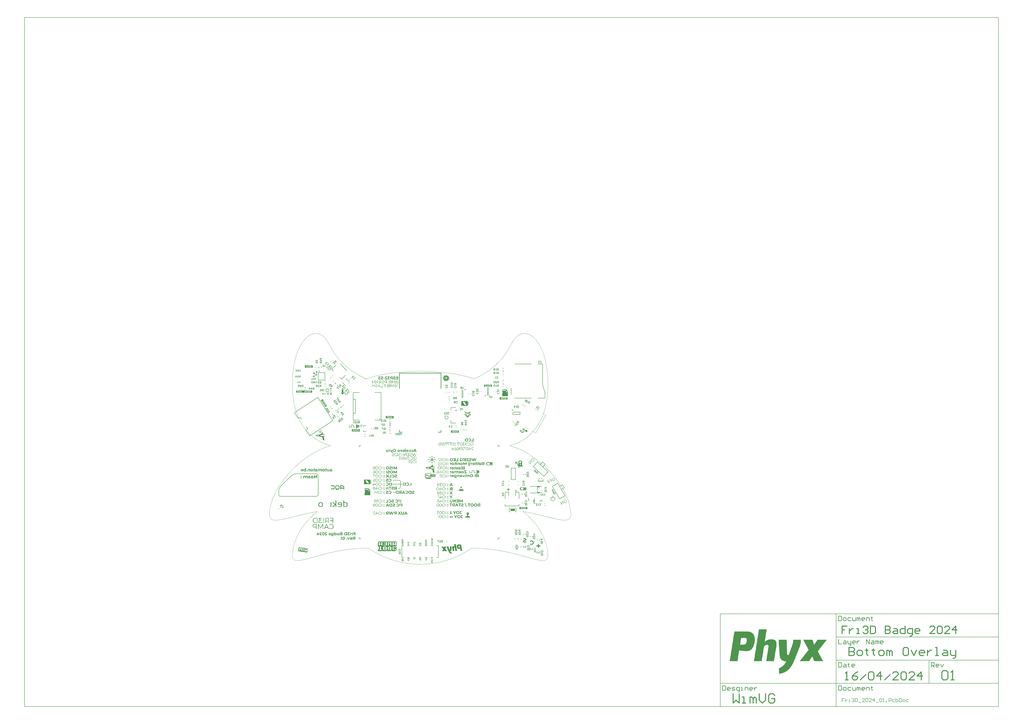
<source format=gbo>
G04*
G04 #@! TF.GenerationSoftware,Altium Limited,Altium Designer,24.4.1 (13)*
G04*
G04 Layer_Color=32896*
%FSLAX25Y25*%
%MOIN*%
G70*
G04*
G04 #@! TF.SameCoordinates,26F0EDD7-2FD7-4C20-BC01-A1B826D05D5E*
G04*
G04*
G04 #@! TF.FilePolarity,Positive*
G04*
G01*
G75*
%ADD10C,0.00394*%
%ADD11C,0.00591*%
%ADD13C,0.00787*%
%ADD14C,0.01575*%
%ADD15C,0.00984*%
%ADD43C,0.01968*%
%ADD178C,0.00591*%
%ADD179C,0.00984*%
%ADD180C,0.01181*%
%ADD181C,0.01000*%
%ADD182C,0.00787*%
%ADD183R,0.04331X0.01772*%
G36*
X-182625Y337478D02*
X-182403Y337257D01*
X-182283Y336968D01*
Y336811D01*
Y334449D01*
Y334292D01*
X-182403Y334003D01*
X-182625Y333781D01*
X-182914Y333661D01*
X-183071D01*
X-194882D01*
Y337598D01*
X-183071D01*
X-182914D01*
X-182625Y337478D01*
D02*
G37*
G36*
X-194882Y333661D02*
X-195038D01*
X-195328Y333781D01*
X-195549Y334003D01*
X-195669Y334292D01*
Y334449D01*
Y336811D01*
Y336968D01*
X-195549Y337257D01*
X-195328Y337478D01*
X-195038Y337598D01*
X-194882D01*
Y333661D01*
D02*
G37*
G36*
X-202911Y327402D02*
X-205106D01*
Y327964D01*
X-203604D01*
Y330394D01*
X-202911D01*
Y327402D01*
D02*
G37*
G36*
X-205493D02*
X-207811D01*
Y327956D01*
X-206184D01*
Y328649D01*
X-207574D01*
Y329187D01*
X-206184D01*
Y329837D01*
X-207756D01*
Y330394D01*
X-205493D01*
Y327402D01*
D02*
G37*
G36*
X-208363D02*
X-209722D01*
X-209812Y327404D01*
X-209899Y327410D01*
X-209984Y327418D01*
X-210063Y327432D01*
X-210140Y327445D01*
X-210211Y327462D01*
X-210276Y327478D01*
X-210336Y327494D01*
X-210391Y327511D01*
X-210440Y327530D01*
X-210484Y327544D01*
X-210519Y327557D01*
X-210546Y327571D01*
X-210568Y327579D01*
X-210579Y327585D01*
X-210585Y327587D01*
X-210653Y327623D01*
X-210718Y327664D01*
X-210778Y327705D01*
X-210833Y327748D01*
X-210885Y327789D01*
X-210934Y327833D01*
X-210978Y327877D01*
X-211016Y327918D01*
X-211052Y327956D01*
X-211082Y327994D01*
X-211106Y328024D01*
X-211128Y328054D01*
X-211144Y328076D01*
X-211155Y328095D01*
X-211163Y328106D01*
X-211166Y328109D01*
X-211202Y328174D01*
X-211234Y328240D01*
X-211262Y328308D01*
X-211286Y328376D01*
X-211305Y328442D01*
X-211322Y328507D01*
X-211338Y328570D01*
X-211349Y328630D01*
X-211357Y328687D01*
X-211363Y328737D01*
X-211368Y328783D01*
X-211371Y328821D01*
X-211374Y328854D01*
Y328878D01*
Y328892D01*
Y328898D01*
X-211371Y328980D01*
X-211366Y329059D01*
X-211355Y329135D01*
X-211341Y329209D01*
X-211325Y329277D01*
X-211308Y329343D01*
X-211289Y329403D01*
X-211270Y329457D01*
X-211251Y329506D01*
X-211232Y329550D01*
X-211215Y329588D01*
X-211199Y329621D01*
X-211185Y329648D01*
X-211174Y329665D01*
X-211169Y329678D01*
X-211166Y329681D01*
X-211125Y329744D01*
X-211082Y329801D01*
X-211035Y329856D01*
X-210989Y329905D01*
X-210940Y329954D01*
X-210891Y329995D01*
X-210844Y330036D01*
X-210798Y330071D01*
X-210754Y330102D01*
X-210713Y330129D01*
X-210678Y330151D01*
X-210648Y330170D01*
X-210620Y330186D01*
X-210601Y330197D01*
X-210590Y330203D01*
X-210585Y330205D01*
X-210514Y330238D01*
X-210440Y330268D01*
X-210366Y330293D01*
X-210293Y330314D01*
X-210219Y330334D01*
X-210148Y330347D01*
X-210080Y330361D01*
X-210014Y330369D01*
X-209951Y330377D01*
X-209897Y330383D01*
X-209848Y330388D01*
X-209804Y330391D01*
X-209768Y330394D01*
X-208363D01*
Y327402D01*
D02*
G37*
G36*
X46403Y321156D02*
X46448Y321130D01*
X46492Y321105D01*
X46564Y321032D01*
X46615Y320944D01*
X46642Y320845D01*
X46642Y320794D01*
X46642Y320794D01*
Y319405D01*
X46644Y319395D01*
X46646Y319374D01*
Y319353D01*
X46644Y319332D01*
X46642Y319321D01*
X46642Y319321D01*
X46642D01*
Y319321D01*
X47239Y319321D01*
X47351Y319321D01*
X47557Y319237D01*
X47717Y319082D01*
X47806Y318877D01*
X47809Y318766D01*
X47809Y318766D01*
Y318280D01*
X49197Y318280D01*
X49267Y318267D01*
X49388Y318195D01*
X49478Y318087D01*
X49526Y317954D01*
X49526Y317884D01*
X49526Y317814D01*
X49478Y317681D01*
X49388Y317573D01*
X49267Y317501D01*
X49197Y317488D01*
X49197D01*
Y317488D01*
X47809D01*
Y316863D01*
X49197Y316863D01*
X49267Y316850D01*
X49388Y316779D01*
X49478Y316670D01*
X49526Y316538D01*
X49526Y316467D01*
X49526Y316397D01*
X49478Y316265D01*
X49388Y316156D01*
X49267Y316085D01*
X49197Y316072D01*
X49197D01*
X49197Y316072D01*
X47809D01*
Y315447D01*
X49197D01*
X49267Y315434D01*
X49388Y315362D01*
X49478Y315254D01*
X49526Y315121D01*
Y315051D01*
Y314981D01*
X49478Y314848D01*
X49388Y314740D01*
X49267Y314668D01*
X49197Y314655D01*
X47809D01*
Y314030D01*
X49197Y314030D01*
X49249D01*
X49347Y314004D01*
X49436Y313952D01*
X49509Y313880D01*
X49534Y313836D01*
X49534Y313836D01*
X49560Y313791D01*
X49586Y313692D01*
Y313590D01*
X49560Y313491D01*
X49534Y313447D01*
X49534D01*
X49509Y313403D01*
X49436Y313330D01*
X49347Y313279D01*
X49249Y313252D01*
X47809D01*
X47809Y312752D01*
X47806Y312641D01*
X47717Y312437D01*
X47557Y312281D01*
X47351Y312197D01*
X47239Y312197D01*
X46364D01*
Y310808D01*
X46364Y310757D01*
X46338Y310658D01*
X46287Y310569D01*
X46214Y310497D01*
X46170Y310471D01*
X46126Y310446D01*
X46027Y310419D01*
X45924D01*
X45825Y310446D01*
X45781Y310471D01*
Y310471D01*
X45737Y310497D01*
X45664Y310569D01*
X45613Y310658D01*
X45586Y310757D01*
X45586Y310808D01*
Y310808D01*
Y312197D01*
X44976D01*
Y310808D01*
X44962Y310739D01*
X44891Y310617D01*
X44783Y310528D01*
X44650Y310480D01*
X44580Y310480D01*
X44509D01*
X44377Y310528D01*
X44268Y310617D01*
X44197Y310739D01*
X44184Y310808D01*
X44184D01*
Y312197D01*
X43587D01*
Y310808D01*
X43574Y310739D01*
X43502Y310617D01*
X43394Y310528D01*
X43261Y310480D01*
X43191D01*
X43120Y310480D01*
X42988Y310528D01*
X42880Y310617D01*
X42808Y310739D01*
X42795Y310808D01*
X42795Y310808D01*
Y312197D01*
X42198D01*
Y310808D01*
X42185Y310739D01*
X42113Y310617D01*
X42005Y310528D01*
X41873Y310480D01*
X41802Y310480D01*
X41732D01*
X41599Y310528D01*
X41491Y310617D01*
X41419Y310739D01*
X41406Y310808D01*
Y312197D01*
X41004D01*
X40948Y312195D01*
X40838Y312215D01*
X40735Y312256D01*
X40641Y312316D01*
X40602Y312355D01*
X40562Y312393D01*
X40499Y312485D01*
X40456Y312588D01*
X40434Y312697D01*
X40434Y312752D01*
X40434D01*
Y313252D01*
X38883D01*
X38784Y313279D01*
X38695Y313330D01*
X38623Y313403D01*
X38597Y313447D01*
X38572Y313491D01*
X38545Y313590D01*
Y313692D01*
X38572Y313791D01*
X38597Y313836D01*
X38623Y313880D01*
X38695Y313952D01*
X38784Y314004D01*
X38883Y314030D01*
X38934D01*
Y314030D01*
X40420D01*
Y314655D01*
X38920D01*
X38862Y314644D01*
X38744Y314657D01*
X38634Y314703D01*
X38543Y314779D01*
X38510Y314828D01*
Y314828D01*
X38477Y314878D01*
X38443Y314991D01*
Y315110D01*
X38477Y315224D01*
X38510Y315273D01*
X38510Y315273D01*
X38543Y315323D01*
X38634Y315399D01*
X38744Y315445D01*
X38862Y315458D01*
X38920Y315447D01*
Y315447D01*
X38920Y315447D01*
X40420D01*
Y316072D01*
X38920D01*
X38862Y316061D01*
X38744Y316073D01*
X38634Y316120D01*
X38543Y316195D01*
X38510Y316245D01*
Y316245D01*
X38477Y316294D01*
X38443Y316408D01*
Y316527D01*
X38477Y316641D01*
X38510Y316690D01*
X38510Y316690D01*
X38543Y316740D01*
X38634Y316815D01*
X38744Y316862D01*
X38862Y316874D01*
X38920Y316863D01*
Y316863D01*
X40420D01*
Y317488D01*
X38920D01*
X38862Y317477D01*
X38744Y317490D01*
X38634Y317536D01*
X38543Y317612D01*
X38510Y317661D01*
Y317661D01*
X38477Y317711D01*
X38443Y317825D01*
Y317944D01*
X38477Y318057D01*
X38510Y318107D01*
X38510Y318107D01*
X38543Y318156D01*
X38634Y318232D01*
X38744Y318278D01*
X38862Y318291D01*
X38920Y318280D01*
Y318280D01*
X40420D01*
X40420Y318766D01*
X40420Y318822D01*
X40442Y318931D01*
X40485Y319033D01*
X40548Y319125D01*
X40588Y319164D01*
X40628Y319203D01*
X40721Y319263D01*
X40824Y319304D01*
X40934Y319323D01*
X40990Y319321D01*
Y319321D01*
X41420D01*
X41420Y320794D01*
X41433Y320863D01*
X41505Y320984D01*
X41613Y321074D01*
X41745Y321122D01*
X41816Y321122D01*
X41816Y321122D01*
X41886D01*
X42019Y321074D01*
X42127Y320984D01*
X42199Y320863D01*
X42212Y320794D01*
X42212D01*
Y319321D01*
X42892D01*
X42892Y320794D01*
X42905Y320863D01*
X42977Y320984D01*
X43085Y321074D01*
X43218Y321122D01*
X43288Y321122D01*
X43288Y321122D01*
X43358D01*
X43491Y321074D01*
X43599Y320984D01*
X43671Y320863D01*
X43684Y320794D01*
Y319321D01*
X44378D01*
X44378Y320794D01*
X44391Y320863D01*
X44463Y320984D01*
X44571Y321074D01*
X44704Y321122D01*
X44774Y321122D01*
X44844Y321122D01*
X44977Y321074D01*
X45085Y320984D01*
X45157Y320863D01*
X45170Y320794D01*
Y319321D01*
X45864D01*
Y320794D01*
Y320845D01*
X45891Y320944D01*
X45942Y321032D01*
X46014Y321105D01*
X46059Y321130D01*
X46103Y321156D01*
X46202Y321182D01*
X46304D01*
X46403Y321156D01*
D02*
G37*
G36*
X-205873Y317402D02*
X-207232D01*
X-207322Y317404D01*
X-207410Y317410D01*
X-207494Y317418D01*
X-207574Y317432D01*
X-207650Y317445D01*
X-207721Y317462D01*
X-207786Y317478D01*
X-207846Y317494D01*
X-207901Y317511D01*
X-207950Y317530D01*
X-207994Y317544D01*
X-208029Y317557D01*
X-208057Y317571D01*
X-208079Y317579D01*
X-208089Y317584D01*
X-208095Y317587D01*
X-208163Y317623D01*
X-208229Y317664D01*
X-208289Y317705D01*
X-208343Y317748D01*
X-208395Y317789D01*
X-208444Y317833D01*
X-208488Y317877D01*
X-208526Y317918D01*
X-208562Y317956D01*
X-208592Y317994D01*
X-208616Y318024D01*
X-208638Y318054D01*
X-208655Y318076D01*
X-208665Y318095D01*
X-208674Y318106D01*
X-208676Y318109D01*
X-208712Y318174D01*
X-208745Y318240D01*
X-208772Y318308D01*
X-208797Y318376D01*
X-208816Y318442D01*
X-208832Y318507D01*
X-208848Y318570D01*
X-208859Y318630D01*
X-208868Y318687D01*
X-208873Y318737D01*
X-208878Y318783D01*
X-208881Y318821D01*
X-208884Y318854D01*
Y318879D01*
Y318892D01*
Y318898D01*
X-208881Y318980D01*
X-208876Y319059D01*
X-208865Y319135D01*
X-208851Y319209D01*
X-208835Y319277D01*
X-208818Y319343D01*
X-208799Y319403D01*
X-208780Y319457D01*
X-208761Y319506D01*
X-208742Y319550D01*
X-208726Y319588D01*
X-208709Y319621D01*
X-208696Y319648D01*
X-208685Y319665D01*
X-208679Y319678D01*
X-208676Y319681D01*
X-208635Y319744D01*
X-208592Y319801D01*
X-208545Y319856D01*
X-208499Y319905D01*
X-208450Y319954D01*
X-208401Y319995D01*
X-208354Y320036D01*
X-208308Y320072D01*
X-208264Y320102D01*
X-208223Y320129D01*
X-208188Y320151D01*
X-208158Y320170D01*
X-208130Y320186D01*
X-208111Y320197D01*
X-208100Y320203D01*
X-208095Y320205D01*
X-208024Y320238D01*
X-207950Y320268D01*
X-207876Y320293D01*
X-207803Y320315D01*
X-207729Y320334D01*
X-207658Y320347D01*
X-207590Y320361D01*
X-207524Y320369D01*
X-207462Y320377D01*
X-207407Y320383D01*
X-207358Y320388D01*
X-207314Y320391D01*
X-207279Y320394D01*
X-205873D01*
Y317402D01*
D02*
G37*
G36*
X-209015D02*
X-209722D01*
X-209987Y318040D01*
X-211376D01*
X-211644Y317402D01*
X-212370D01*
X-211032Y320394D01*
X-210347D01*
X-209015Y317402D01*
D02*
G37*
G36*
X-204085Y320437D02*
X-204016Y320432D01*
X-203951Y320424D01*
X-203891Y320415D01*
X-203833Y320405D01*
X-203779Y320394D01*
X-203732Y320383D01*
X-203689Y320369D01*
X-203650Y320358D01*
X-203618Y320347D01*
X-203590Y320339D01*
X-203569Y320331D01*
X-203552Y320325D01*
X-203541Y320323D01*
X-203539Y320320D01*
X-203487Y320295D01*
X-203438Y320271D01*
X-203394Y320244D01*
X-203353Y320216D01*
X-203315Y320189D01*
X-203279Y320159D01*
X-203246Y320132D01*
X-203219Y320107D01*
X-203195Y320082D01*
X-203173Y320058D01*
X-203154Y320036D01*
X-203140Y320020D01*
X-203129Y320006D01*
X-203118Y319992D01*
X-203115Y319987D01*
X-203113Y319984D01*
X-203088Y319943D01*
X-203066Y319902D01*
X-203047Y319861D01*
X-203031Y319823D01*
X-203006Y319741D01*
X-202990Y319670D01*
X-202982Y319637D01*
X-202979Y319605D01*
X-202976Y319580D01*
X-202974Y319556D01*
X-202971Y319536D01*
Y319523D01*
Y319515D01*
Y319512D01*
X-202974Y319457D01*
X-202976Y319405D01*
X-202984Y319356D01*
X-202995Y319310D01*
X-203006Y319266D01*
X-203020Y319228D01*
X-203033Y319193D01*
X-203050Y319160D01*
X-203064Y319130D01*
X-203077Y319105D01*
X-203091Y319083D01*
X-203102Y319064D01*
X-203113Y319051D01*
X-203121Y319040D01*
X-203124Y319034D01*
X-203126Y319031D01*
X-203189Y318969D01*
X-203252Y318917D01*
X-203315Y318870D01*
X-203372Y318835D01*
X-203424Y318808D01*
X-203446Y318797D01*
X-203465Y318788D01*
X-203479Y318780D01*
X-203492Y318775D01*
X-203498Y318772D01*
X-203500D01*
X-203544Y318756D01*
X-203588Y318742D01*
X-203680Y318712D01*
X-203773Y318685D01*
X-203863Y318660D01*
X-203904Y318649D01*
X-203943Y318641D01*
X-203975Y318633D01*
X-204005Y318625D01*
X-204030Y318619D01*
X-204046Y318614D01*
X-204060Y318611D01*
X-204063D01*
X-204142Y318592D01*
X-204210Y318576D01*
X-204270Y318559D01*
X-204322Y318543D01*
X-204363Y318532D01*
X-204377Y318526D01*
X-204390Y318524D01*
X-204401Y318521D01*
X-204409Y318518D01*
X-204412Y318515D01*
X-204415D01*
X-204461Y318499D01*
X-204502Y318480D01*
X-204540Y318461D01*
X-204571Y318444D01*
X-204595Y318428D01*
X-204614Y318414D01*
X-204625Y318406D01*
X-204628Y318404D01*
X-204655Y318376D01*
X-204677Y318346D01*
X-204691Y318316D01*
X-204701Y318289D01*
X-204707Y318264D01*
X-204713Y318245D01*
Y318232D01*
Y318226D01*
X-204710Y318199D01*
X-204707Y318174D01*
X-204691Y318128D01*
X-204669Y318090D01*
X-204642Y318054D01*
X-204614Y318027D01*
X-204592Y318008D01*
X-204576Y317997D01*
X-204573Y317991D01*
X-204571D01*
X-204543Y317975D01*
X-204510Y317961D01*
X-204442Y317942D01*
X-204371Y317926D01*
X-204300Y317915D01*
X-204265Y317912D01*
X-204235Y317909D01*
X-204207Y317907D01*
X-204183D01*
X-204161Y317904D01*
X-204134D01*
X-204035Y317907D01*
X-203940Y317918D01*
X-203850Y317931D01*
X-203809Y317939D01*
X-203771Y317948D01*
X-203735Y317953D01*
X-203702Y317961D01*
X-203672Y317969D01*
X-203650Y317975D01*
X-203631Y317980D01*
X-203615Y317986D01*
X-203607Y317988D01*
X-203604D01*
X-203508Y318024D01*
X-203421Y318062D01*
X-203380Y318081D01*
X-203342Y318101D01*
X-203307Y318117D01*
X-203276Y318136D01*
X-203246Y318152D01*
X-203222Y318169D01*
X-203197Y318182D01*
X-203181Y318193D01*
X-203165Y318204D01*
X-203154Y318212D01*
X-203148Y318215D01*
X-203145Y318218D01*
X-202911Y317696D01*
X-202949Y317669D01*
X-202993Y317642D01*
X-203080Y317593D01*
X-203167Y317549D01*
X-203252Y317513D01*
X-203293Y317497D01*
X-203328Y317483D01*
X-203361Y317473D01*
X-203388Y317462D01*
X-203410Y317456D01*
X-203429Y317451D01*
X-203440Y317445D01*
X-203443D01*
X-203569Y317415D01*
X-203691Y317391D01*
X-203751Y317383D01*
X-203806Y317374D01*
X-203861Y317369D01*
X-203913Y317363D01*
X-203959Y317361D01*
X-204000Y317358D01*
X-204038Y317355D01*
X-204071D01*
X-204096Y317353D01*
X-204131D01*
X-204207Y317355D01*
X-204278Y317358D01*
X-204347Y317363D01*
X-204412Y317372D01*
X-204475Y317380D01*
X-204532Y317391D01*
X-204584Y317402D01*
X-204633Y317415D01*
X-204677Y317426D01*
X-204715Y317437D01*
X-204748Y317448D01*
X-204775Y317456D01*
X-204797Y317464D01*
X-204814Y317470D01*
X-204824Y317475D01*
X-204827D01*
X-204879Y317500D01*
X-204928Y317524D01*
X-204975Y317552D01*
X-205015Y317579D01*
X-205054Y317606D01*
X-205089Y317634D01*
X-205119Y317661D01*
X-205149Y317688D01*
X-205174Y317713D01*
X-205196Y317735D01*
X-205215Y317757D01*
X-205228Y317773D01*
X-205242Y317789D01*
X-205250Y317800D01*
X-205253Y317806D01*
X-205256Y317808D01*
X-205280Y317849D01*
X-205305Y317890D01*
X-205324Y317931D01*
X-205340Y317972D01*
X-205365Y318051D01*
X-205381Y318122D01*
X-205389Y318155D01*
X-205392Y318185D01*
X-205395Y318212D01*
X-205398Y318234D01*
X-205400Y318253D01*
Y318267D01*
Y318275D01*
Y318278D01*
X-205398Y318333D01*
X-205395Y318384D01*
X-205387Y318431D01*
X-205376Y318477D01*
X-205365Y318518D01*
X-205351Y318559D01*
X-205335Y318595D01*
X-205321Y318625D01*
X-205308Y318655D01*
X-205291Y318679D01*
X-205278Y318701D01*
X-205267Y318718D01*
X-205256Y318731D01*
X-205250Y318742D01*
X-205245Y318747D01*
X-205242Y318750D01*
X-205182Y318813D01*
X-205119Y318865D01*
X-205056Y318909D01*
X-204996Y318944D01*
X-204944Y318971D01*
X-204923Y318982D01*
X-204904Y318990D01*
X-204890Y318999D01*
X-204879Y319004D01*
X-204871Y319007D01*
X-204868D01*
X-204827Y319023D01*
X-204783Y319037D01*
X-204691Y319067D01*
X-204595Y319094D01*
X-204508Y319119D01*
X-204467Y319130D01*
X-204429Y319141D01*
X-204396Y319149D01*
X-204366Y319157D01*
X-204341Y319162D01*
X-204325Y319168D01*
X-204311Y319171D01*
X-204308D01*
X-204248Y319184D01*
X-204194Y319198D01*
X-204142Y319212D01*
X-204093Y319222D01*
X-204049Y319236D01*
X-204011Y319247D01*
X-203973Y319258D01*
X-203943Y319269D01*
X-203913Y319280D01*
X-203888Y319288D01*
X-203866Y319296D01*
X-203850Y319302D01*
X-203836Y319307D01*
X-203828Y319313D01*
X-203822Y319315D01*
X-203820D01*
X-203793Y319332D01*
X-203768Y319348D01*
X-203746Y319365D01*
X-203727Y319384D01*
X-203711Y319403D01*
X-203697Y319422D01*
X-203678Y319460D01*
X-203667Y319496D01*
X-203661Y319523D01*
X-203659Y319534D01*
Y319542D01*
Y319545D01*
Y319547D01*
X-203661Y319575D01*
X-203664Y319602D01*
X-203680Y319651D01*
X-203702Y319692D01*
X-203730Y319728D01*
X-203754Y319755D01*
X-203776Y319777D01*
X-203793Y319788D01*
X-203795Y319793D01*
X-203798D01*
X-203825Y319810D01*
X-203855Y319826D01*
X-203924Y319848D01*
X-203994Y319864D01*
X-204065Y319878D01*
X-204098Y319880D01*
X-204128Y319883D01*
X-204158Y319886D01*
X-204183D01*
X-204202Y319889D01*
X-204229D01*
X-204306Y319886D01*
X-204385Y319878D01*
X-204459Y319867D01*
X-204535Y319853D01*
X-204606Y319834D01*
X-204674Y319815D01*
X-204737Y319793D01*
X-204800Y319771D01*
X-204854Y319749D01*
X-204904Y319728D01*
X-204947Y319708D01*
X-204985Y319689D01*
X-205015Y319676D01*
X-205037Y319665D01*
X-205051Y319657D01*
X-205056Y319654D01*
X-205272Y320178D01*
X-205193Y320224D01*
X-205111Y320263D01*
X-205029Y320295D01*
X-204955Y320325D01*
X-204920Y320336D01*
X-204890Y320347D01*
X-204863Y320356D01*
X-204838Y320361D01*
X-204819Y320366D01*
X-204805Y320372D01*
X-204794Y320375D01*
X-204792D01*
X-204691Y320396D01*
X-204590Y320413D01*
X-204494Y320426D01*
X-204450Y320432D01*
X-204409Y320435D01*
X-204371Y320437D01*
X-204338Y320440D01*
X-204306D01*
X-204281Y320443D01*
X-204155D01*
X-204085Y320437D01*
D02*
G37*
G36*
X-57431Y318712D02*
X-57312Y318708D01*
X-57199Y318694D01*
X-57094Y318681D01*
X-56989Y318662D01*
X-56894Y318640D01*
X-56803Y318617D01*
X-56721Y318594D01*
X-56643Y318571D01*
X-56575Y318549D01*
X-56521Y318531D01*
X-56471Y318508D01*
X-56430Y318494D01*
X-56402Y318480D01*
X-56384Y318476D01*
X-56380Y318471D01*
X-56284Y318421D01*
X-56198Y318371D01*
X-56116Y318317D01*
X-56038Y318262D01*
X-55966Y318207D01*
X-55897Y318148D01*
X-55838Y318094D01*
X-55784Y318039D01*
X-55738Y317989D01*
X-55693Y317944D01*
X-55656Y317903D01*
X-55629Y317866D01*
X-55606Y317834D01*
X-55588Y317812D01*
X-55579Y317798D01*
X-55574Y317793D01*
X-56416Y317252D01*
X-56484Y317338D01*
X-56562Y317416D01*
X-56634Y317479D01*
X-56703Y317534D01*
X-56766Y317575D01*
X-56812Y317602D01*
X-56830Y317611D01*
X-56844Y317620D01*
X-56853Y317625D01*
X-56857D01*
X-56958Y317666D01*
X-57062Y317698D01*
X-57162Y317721D01*
X-57253Y317739D01*
X-57331Y317748D01*
X-57367D01*
X-57394Y317752D01*
X-57449D01*
X-57585Y317743D01*
X-57708Y317725D01*
X-57758Y317716D01*
X-57808Y317702D01*
X-57854Y317684D01*
X-57890Y317670D01*
X-57927Y317657D01*
X-57959Y317639D01*
X-57981Y317625D01*
X-58004Y317616D01*
X-58018Y317602D01*
X-58031Y317598D01*
X-58040Y317589D01*
X-58077Y317557D01*
X-58109Y317525D01*
X-58159Y317448D01*
X-58195Y317375D01*
X-58218Y317297D01*
X-58236Y317234D01*
X-58241Y317179D01*
X-58245Y317156D01*
Y317143D01*
Y317134D01*
Y317129D01*
X-58241Y317052D01*
X-58227Y316979D01*
X-58209Y316906D01*
X-58191Y316842D01*
X-58172Y316788D01*
X-58154Y316747D01*
X-58140Y316720D01*
X-58136Y316715D01*
Y316710D01*
X-58113Y316670D01*
X-58090Y316629D01*
X-58027Y316542D01*
X-57959Y316460D01*
X-57890Y316383D01*
X-57827Y316315D01*
X-57799Y316283D01*
X-57776Y316260D01*
X-57754Y316237D01*
X-57740Y316224D01*
X-57731Y316214D01*
X-57726Y316210D01*
X-55802Y314394D01*
Y313648D01*
X-59574D01*
Y314586D01*
X-57426D01*
X-58573Y315669D01*
X-58659Y315755D01*
X-58741Y315832D01*
X-58818Y315914D01*
X-58882Y315987D01*
X-58946Y316060D01*
X-59000Y316124D01*
X-59046Y316187D01*
X-59091Y316246D01*
X-59128Y316296D01*
X-59155Y316342D01*
X-59182Y316383D01*
X-59201Y316415D01*
X-59219Y316442D01*
X-59228Y316460D01*
X-59237Y316474D01*
Y316478D01*
X-59296Y316615D01*
X-59337Y316751D01*
X-59369Y316879D01*
X-59387Y316997D01*
X-59396Y317047D01*
X-59401Y317097D01*
X-59405Y317138D01*
Y317175D01*
X-59410Y317202D01*
Y317225D01*
Y317238D01*
Y317243D01*
X-59405Y317325D01*
X-59401Y317407D01*
X-59373Y317557D01*
X-59355Y317625D01*
X-59337Y317689D01*
X-59314Y317748D01*
X-59296Y317803D01*
X-59273Y317852D01*
X-59251Y317898D01*
X-59232Y317934D01*
X-59214Y317966D01*
X-59201Y317994D01*
X-59187Y318012D01*
X-59182Y318021D01*
X-59178Y318025D01*
X-59082Y318144D01*
X-58978Y318244D01*
X-58868Y318335D01*
X-58764Y318403D01*
X-58673Y318462D01*
X-58632Y318485D01*
X-58596Y318503D01*
X-58568Y318517D01*
X-58545Y318526D01*
X-58532Y318535D01*
X-58527D01*
X-58368Y318594D01*
X-58200Y318640D01*
X-58036Y318671D01*
X-57959Y318685D01*
X-57886Y318694D01*
X-57817Y318703D01*
X-57754Y318708D01*
X-57695Y318712D01*
X-57649D01*
X-57608Y318717D01*
X-57553D01*
X-57431Y318712D01*
D02*
G37*
G36*
X-60142Y315204D02*
X-62158D01*
Y316096D01*
X-60142D01*
Y315204D01*
D02*
G37*
G36*
X-181062Y316503D02*
X-180977Y316498D01*
X-180898Y316487D01*
X-180822Y316476D01*
X-180748Y316459D01*
X-180680Y316443D01*
X-180617Y316424D01*
X-180557Y316407D01*
X-180502Y316388D01*
X-180456Y316369D01*
X-180415Y316353D01*
X-180379Y316337D01*
X-180352Y316326D01*
X-180330Y316315D01*
X-180319Y316309D01*
X-180314Y316306D01*
X-180245Y316268D01*
X-180183Y316227D01*
X-180123Y316184D01*
X-180068Y316137D01*
X-180016Y316091D01*
X-179967Y316044D01*
X-179923Y316001D01*
X-179885Y315957D01*
X-179850Y315916D01*
X-179820Y315878D01*
X-179792Y315842D01*
X-179771Y315812D01*
X-179754Y315791D01*
X-179743Y315772D01*
X-179735Y315760D01*
X-179732Y315755D01*
X-179694Y315690D01*
X-179664Y315619D01*
X-179634Y315550D01*
X-179612Y315482D01*
X-179590Y315414D01*
X-179574Y315348D01*
X-179560Y315285D01*
X-179549Y315226D01*
X-179538Y315171D01*
X-179533Y315119D01*
X-179527Y315075D01*
X-179525Y315034D01*
Y315004D01*
X-179522Y314980D01*
Y314966D01*
Y314961D01*
X-179525Y314879D01*
X-179530Y314800D01*
X-179541Y314720D01*
X-179555Y314647D01*
X-179571Y314578D01*
X-179588Y314513D01*
X-179607Y314450D01*
X-179629Y314393D01*
X-179648Y314344D01*
X-179667Y314297D01*
X-179683Y314256D01*
X-179700Y314224D01*
X-179713Y314196D01*
X-179724Y314177D01*
X-179729Y314166D01*
X-179732Y314161D01*
X-179773Y314098D01*
X-179820Y314035D01*
X-179866Y313981D01*
X-179912Y313926D01*
X-179962Y313877D01*
X-180011Y313833D01*
X-180057Y313792D01*
X-180104Y313754D01*
X-180147Y313721D01*
X-180185Y313694D01*
X-180221Y313669D01*
X-180254Y313648D01*
X-180278Y313634D01*
X-180297Y313620D01*
X-180308Y313615D01*
X-180314Y313612D01*
X-180385Y313577D01*
X-180456Y313546D01*
X-180527Y313522D01*
X-180600Y313497D01*
X-180671Y313478D01*
X-180740Y313465D01*
X-180805Y313451D01*
X-180868Y313440D01*
X-180925Y313432D01*
X-180977Y313426D01*
X-181024Y313421D01*
X-181064Y313418D01*
X-181097D01*
X-181122Y313416D01*
X-181141D01*
X-181212Y313418D01*
X-181283Y313421D01*
X-181351Y313429D01*
X-181417Y313437D01*
X-181477Y313445D01*
X-181537Y313459D01*
X-181589Y313470D01*
X-181641Y313484D01*
X-181684Y313495D01*
X-181725Y313508D01*
X-181761Y313519D01*
X-181791Y313527D01*
X-181813Y313538D01*
X-181832Y313544D01*
X-181843Y313546D01*
X-181845Y313549D01*
X-181903Y313577D01*
X-181960Y313607D01*
X-182012Y313637D01*
X-182061Y313669D01*
X-182110Y313702D01*
X-182154Y313735D01*
X-182195Y313768D01*
X-182230Y313798D01*
X-182263Y313828D01*
X-182293Y313855D01*
X-182318Y313880D01*
X-182339Y313901D01*
X-182356Y313920D01*
X-182367Y313934D01*
X-182375Y313942D01*
X-182378Y313945D01*
X-181933Y314357D01*
X-181875Y314295D01*
X-181813Y314240D01*
X-181750Y314194D01*
X-181687Y314153D01*
X-181624Y314117D01*
X-181561Y314090D01*
X-181501Y314065D01*
X-181441Y314046D01*
X-181387Y314032D01*
X-181337Y314021D01*
X-181294Y314013D01*
X-181256Y314008D01*
X-181223Y314005D01*
X-181198Y314002D01*
X-181179D01*
X-181127Y314005D01*
X-181078Y314008D01*
X-180985Y314021D01*
X-180942Y314030D01*
X-180901Y314041D01*
X-180862Y314052D01*
X-180827Y314062D01*
X-180794Y314073D01*
X-180767Y314084D01*
X-180742Y314095D01*
X-180720Y314103D01*
X-180704Y314112D01*
X-180693Y314117D01*
X-180685Y314123D01*
X-180682D01*
X-180606Y314172D01*
X-180538Y314229D01*
X-180480Y314284D01*
X-180431Y314338D01*
X-180393Y314387D01*
X-180379Y314409D01*
X-180366Y314428D01*
X-180357Y314442D01*
X-180349Y314456D01*
X-180347Y314461D01*
X-180344Y314464D01*
X-180322Y314505D01*
X-180303Y314548D01*
X-180273Y314633D01*
X-180251Y314718D01*
X-180237Y314794D01*
X-180232Y314830D01*
X-180226Y314862D01*
X-180224Y314890D01*
Y314914D01*
X-180221Y314933D01*
Y314947D01*
Y314958D01*
Y314961D01*
X-180224Y315013D01*
X-180226Y315062D01*
X-180240Y315155D01*
X-180248Y315198D01*
X-180259Y315239D01*
X-180270Y315277D01*
X-180284Y315310D01*
X-180295Y315343D01*
X-180306Y315370D01*
X-180316Y315395D01*
X-180325Y315417D01*
X-180333Y315433D01*
X-180338Y315444D01*
X-180344Y315452D01*
Y315455D01*
X-180393Y315531D01*
X-180447Y315599D01*
X-180505Y315657D01*
X-180559Y315706D01*
X-180609Y315744D01*
X-180628Y315758D01*
X-180647Y315772D01*
X-180660Y315780D01*
X-180674Y315788D01*
X-180680Y315793D01*
X-180682D01*
X-180723Y315815D01*
X-180767Y315834D01*
X-180852Y315864D01*
X-180936Y315886D01*
X-181013Y315900D01*
X-181048Y315905D01*
X-181081Y315911D01*
X-181108Y315913D01*
X-181133D01*
X-181152Y315916D01*
X-181179D01*
X-181261Y315913D01*
X-181340Y315902D01*
X-181417Y315883D01*
X-181488Y315862D01*
X-181553Y315834D01*
X-181616Y315807D01*
X-181673Y315774D01*
X-181725Y315741D01*
X-181772Y315709D01*
X-181813Y315679D01*
X-181848Y315649D01*
X-181878Y315621D01*
X-181903Y315599D01*
X-181919Y315583D01*
X-181930Y315569D01*
X-181933Y315567D01*
X-182378Y315976D01*
X-182337Y316023D01*
X-182293Y316066D01*
X-182249Y316107D01*
X-182203Y316145D01*
X-182159Y316181D01*
X-182116Y316214D01*
X-182072Y316244D01*
X-182031Y316268D01*
X-181993Y316293D01*
X-181960Y316312D01*
X-181927Y316331D01*
X-181900Y316345D01*
X-181878Y316356D01*
X-181862Y316364D01*
X-181851Y316367D01*
X-181848Y316369D01*
X-181788Y316394D01*
X-181728Y316416D01*
X-181668Y316432D01*
X-181605Y316448D01*
X-181488Y316473D01*
X-181433Y316481D01*
X-181378Y316489D01*
X-181329Y316495D01*
X-181286Y316498D01*
X-181245Y316503D01*
X-181212D01*
X-181185Y316506D01*
X-181146D01*
X-181062Y316503D01*
D02*
G37*
G36*
X-37397Y313648D02*
X-41260D01*
Y314572D01*
X-38548D01*
Y315728D01*
X-40864D01*
Y316624D01*
X-38548D01*
Y317707D01*
X-41169D01*
Y318635D01*
X-37397D01*
Y313648D01*
D02*
G37*
G36*
X-46725D02*
X-47880D01*
Y315022D01*
X-48886D01*
X-49009Y315027D01*
X-49127Y315032D01*
X-49241Y315041D01*
X-49345Y315054D01*
X-49445Y315072D01*
X-49541Y315091D01*
X-49632Y315109D01*
X-49709Y315132D01*
X-49782Y315150D01*
X-49846Y315168D01*
X-49905Y315186D01*
X-49951Y315204D01*
X-49987Y315218D01*
X-50014Y315227D01*
X-50032Y315236D01*
X-50037D01*
X-50128Y315277D01*
X-50210Y315327D01*
X-50287Y315377D01*
X-50360Y315427D01*
X-50428Y315477D01*
X-50487Y315532D01*
X-50546Y315582D01*
X-50597Y315632D01*
X-50638Y315678D01*
X-50678Y315723D01*
X-50710Y315764D01*
X-50738Y315796D01*
X-50760Y315823D01*
X-50774Y315846D01*
X-50783Y315860D01*
X-50788Y315864D01*
X-50833Y315942D01*
X-50874Y316023D01*
X-50911Y316105D01*
X-50942Y316187D01*
X-50965Y316269D01*
X-50988Y316347D01*
X-51006Y316424D01*
X-51020Y316497D01*
X-51029Y316565D01*
X-51038Y316629D01*
X-51042Y316683D01*
X-51047Y316733D01*
X-51052Y316770D01*
Y316802D01*
Y316820D01*
Y316824D01*
X-51047Y316929D01*
X-51042Y317024D01*
X-51029Y317120D01*
X-51011Y317206D01*
X-50992Y317293D01*
X-50970Y317370D01*
X-50942Y317448D01*
X-50920Y317511D01*
X-50897Y317575D01*
X-50870Y317625D01*
X-50847Y317675D01*
X-50829Y317711D01*
X-50810Y317743D01*
X-50801Y317766D01*
X-50792Y317780D01*
X-50788Y317784D01*
X-50738Y317857D01*
X-50678Y317930D01*
X-50619Y317994D01*
X-50560Y318057D01*
X-50497Y318112D01*
X-50433Y318162D01*
X-50374Y318212D01*
X-50314Y318253D01*
X-50255Y318289D01*
X-50205Y318321D01*
X-50160Y318349D01*
X-50119Y318371D01*
X-50082Y318389D01*
X-50060Y318403D01*
X-50042Y318408D01*
X-50037Y318412D01*
X-49946Y318453D01*
X-49846Y318485D01*
X-49750Y318517D01*
X-49650Y318540D01*
X-49459Y318581D01*
X-49368Y318594D01*
X-49277Y318608D01*
X-49195Y318617D01*
X-49122Y318621D01*
X-49054Y318631D01*
X-49000D01*
X-48950Y318635D01*
X-46725D01*
Y313648D01*
D02*
G37*
G36*
X-43744Y318708D02*
X-43630Y318699D01*
X-43521Y318685D01*
X-43421Y318671D01*
X-43326Y318653D01*
X-43235Y318635D01*
X-43157Y318617D01*
X-43084Y318594D01*
X-43021Y318576D01*
X-42966Y318558D01*
X-42921Y318544D01*
X-42884Y318531D01*
X-42857Y318521D01*
X-42839Y318517D01*
X-42834Y318512D01*
X-42748Y318471D01*
X-42666Y318430D01*
X-42593Y318385D01*
X-42525Y318339D01*
X-42461Y318294D01*
X-42402Y318244D01*
X-42347Y318198D01*
X-42302Y318157D01*
X-42261Y318116D01*
X-42225Y318075D01*
X-42193Y318039D01*
X-42170Y318012D01*
X-42152Y317989D01*
X-42134Y317966D01*
X-42129Y317957D01*
X-42125Y317953D01*
X-42083Y317884D01*
X-42047Y317816D01*
X-42015Y317748D01*
X-41988Y317684D01*
X-41947Y317548D01*
X-41920Y317429D01*
X-41906Y317375D01*
X-41901Y317320D01*
X-41897Y317279D01*
X-41892Y317238D01*
X-41888Y317206D01*
Y317184D01*
Y317170D01*
Y317165D01*
X-41892Y317074D01*
X-41897Y316988D01*
X-41911Y316906D01*
X-41929Y316829D01*
X-41947Y316756D01*
X-41970Y316692D01*
X-41993Y316633D01*
X-42020Y316579D01*
X-42043Y316529D01*
X-42065Y316488D01*
X-42088Y316451D01*
X-42106Y316419D01*
X-42125Y316396D01*
X-42138Y316378D01*
X-42143Y316369D01*
X-42147Y316365D01*
X-42252Y316260D01*
X-42357Y316174D01*
X-42461Y316096D01*
X-42557Y316037D01*
X-42643Y315992D01*
X-42680Y315973D01*
X-42711Y315960D01*
X-42734Y315946D01*
X-42757Y315937D01*
X-42766Y315932D01*
X-42771D01*
X-42843Y315905D01*
X-42916Y315882D01*
X-43071Y315832D01*
X-43226Y315787D01*
X-43376Y315746D01*
X-43444Y315728D01*
X-43508Y315714D01*
X-43562Y315700D01*
X-43612Y315687D01*
X-43653Y315678D01*
X-43681Y315669D01*
X-43703Y315664D01*
X-43708D01*
X-43840Y315632D01*
X-43954Y315605D01*
X-44054Y315578D01*
X-44140Y315550D01*
X-44208Y315532D01*
X-44231Y315523D01*
X-44254Y315518D01*
X-44272Y315514D01*
X-44286Y315509D01*
X-44290Y315505D01*
X-44295D01*
X-44372Y315477D01*
X-44440Y315446D01*
X-44504Y315414D01*
X-44554Y315386D01*
X-44595Y315359D01*
X-44627Y315336D01*
X-44645Y315323D01*
X-44650Y315318D01*
X-44695Y315273D01*
X-44732Y315223D01*
X-44754Y315173D01*
X-44773Y315127D01*
X-44782Y315086D01*
X-44791Y315054D01*
Y315032D01*
Y315022D01*
X-44786Y314977D01*
X-44782Y314936D01*
X-44754Y314859D01*
X-44718Y314795D01*
X-44673Y314736D01*
X-44627Y314690D01*
X-44591Y314658D01*
X-44563Y314640D01*
X-44559Y314631D01*
X-44554D01*
X-44509Y314604D01*
X-44454Y314581D01*
X-44340Y314549D01*
X-44222Y314522D01*
X-44104Y314504D01*
X-44045Y314499D01*
X-43995Y314495D01*
X-43949Y314490D01*
X-43908D01*
X-43872Y314486D01*
X-43826D01*
X-43662Y314490D01*
X-43503Y314508D01*
X-43353Y314531D01*
X-43285Y314545D01*
X-43221Y314558D01*
X-43162Y314567D01*
X-43107Y314581D01*
X-43057Y314595D01*
X-43021Y314604D01*
X-42989Y314613D01*
X-42962Y314622D01*
X-42948Y314627D01*
X-42944D01*
X-42784Y314686D01*
X-42639Y314749D01*
X-42570Y314781D01*
X-42507Y314813D01*
X-42448Y314840D01*
X-42397Y314872D01*
X-42347Y314900D01*
X-42307Y314927D01*
X-42265Y314950D01*
X-42238Y314968D01*
X-42211Y314986D01*
X-42193Y315000D01*
X-42184Y315004D01*
X-42179Y315009D01*
X-41788Y314140D01*
X-41851Y314094D01*
X-41924Y314049D01*
X-42070Y313967D01*
X-42215Y313894D01*
X-42357Y313835D01*
X-42425Y313808D01*
X-42484Y313785D01*
X-42538Y313767D01*
X-42584Y313748D01*
X-42620Y313739D01*
X-42652Y313730D01*
X-42671Y313721D01*
X-42675D01*
X-42884Y313671D01*
X-43089Y313630D01*
X-43189Y313616D01*
X-43280Y313603D01*
X-43371Y313594D01*
X-43458Y313585D01*
X-43535Y313580D01*
X-43603Y313576D01*
X-43667Y313571D01*
X-43722D01*
X-43762Y313566D01*
X-43822D01*
X-43949Y313571D01*
X-44067Y313576D01*
X-44181Y313585D01*
X-44290Y313598D01*
X-44395Y313612D01*
X-44491Y313630D01*
X-44577Y313648D01*
X-44659Y313671D01*
X-44732Y313689D01*
X-44795Y313707D01*
X-44850Y313726D01*
X-44895Y313739D01*
X-44932Y313753D01*
X-44959Y313762D01*
X-44977Y313771D01*
X-44982D01*
X-45068Y313812D01*
X-45150Y313853D01*
X-45228Y313899D01*
X-45296Y313944D01*
X-45360Y313990D01*
X-45419Y314035D01*
X-45469Y314081D01*
X-45519Y314126D01*
X-45560Y314167D01*
X-45596Y314203D01*
X-45628Y314240D01*
X-45651Y314267D01*
X-45673Y314294D01*
X-45687Y314313D01*
X-45692Y314322D01*
X-45696Y314326D01*
X-45737Y314394D01*
X-45778Y314463D01*
X-45810Y314531D01*
X-45837Y314599D01*
X-45878Y314731D01*
X-45906Y314849D01*
X-45919Y314904D01*
X-45924Y314954D01*
X-45928Y315000D01*
X-45933Y315036D01*
X-45937Y315068D01*
Y315091D01*
Y315104D01*
Y315109D01*
X-45933Y315200D01*
X-45928Y315286D01*
X-45915Y315364D01*
X-45896Y315441D01*
X-45878Y315509D01*
X-45856Y315578D01*
X-45828Y315637D01*
X-45805Y315687D01*
X-45783Y315737D01*
X-45755Y315778D01*
X-45733Y315814D01*
X-45714Y315841D01*
X-45696Y315864D01*
X-45687Y315882D01*
X-45678Y315892D01*
X-45673Y315896D01*
X-45573Y316001D01*
X-45469Y316087D01*
X-45364Y316160D01*
X-45264Y316219D01*
X-45178Y316265D01*
X-45141Y316283D01*
X-45109Y316296D01*
X-45087Y316310D01*
X-45068Y316319D01*
X-45055Y316324D01*
X-45050D01*
X-44982Y316351D01*
X-44909Y316374D01*
X-44754Y316424D01*
X-44595Y316469D01*
X-44449Y316510D01*
X-44381Y316529D01*
X-44318Y316547D01*
X-44263Y316560D01*
X-44213Y316574D01*
X-44172Y316583D01*
X-44145Y316592D01*
X-44122Y316597D01*
X-44117D01*
X-44017Y316619D01*
X-43926Y316642D01*
X-43840Y316665D01*
X-43758Y316683D01*
X-43685Y316706D01*
X-43621Y316724D01*
X-43558Y316742D01*
X-43508Y316760D01*
X-43458Y316779D01*
X-43417Y316792D01*
X-43380Y316806D01*
X-43353Y316815D01*
X-43330Y316824D01*
X-43317Y316833D01*
X-43308Y316838D01*
X-43303D01*
X-43257Y316865D01*
X-43216Y316893D01*
X-43180Y316920D01*
X-43148Y316952D01*
X-43121Y316984D01*
X-43098Y317015D01*
X-43066Y317079D01*
X-43048Y317138D01*
X-43039Y317184D01*
X-43034Y317202D01*
Y317215D01*
Y317220D01*
Y317225D01*
X-43039Y317270D01*
X-43044Y317316D01*
X-43071Y317397D01*
X-43107Y317466D01*
X-43153Y317525D01*
X-43194Y317570D01*
X-43230Y317607D01*
X-43257Y317625D01*
X-43262Y317634D01*
X-43266D01*
X-43312Y317661D01*
X-43362Y317689D01*
X-43476Y317725D01*
X-43594Y317752D01*
X-43712Y317775D01*
X-43767Y317780D01*
X-43817Y317784D01*
X-43867Y317789D01*
X-43908D01*
X-43940Y317793D01*
X-43985D01*
X-44113Y317789D01*
X-44245Y317775D01*
X-44368Y317757D01*
X-44495Y317734D01*
X-44613Y317702D01*
X-44727Y317670D01*
X-44832Y317634D01*
X-44936Y317598D01*
X-45027Y317561D01*
X-45109Y317525D01*
X-45182Y317493D01*
X-45246Y317461D01*
X-45296Y317439D01*
X-45332Y317420D01*
X-45355Y317407D01*
X-45364Y317402D01*
X-45724Y318276D01*
X-45592Y318353D01*
X-45455Y318417D01*
X-45319Y318471D01*
X-45196Y318521D01*
X-45137Y318540D01*
X-45087Y318558D01*
X-45041Y318571D01*
X-45000Y318581D01*
X-44968Y318590D01*
X-44945Y318599D01*
X-44927Y318603D01*
X-44923D01*
X-44754Y318640D01*
X-44586Y318667D01*
X-44427Y318690D01*
X-44354Y318699D01*
X-44286Y318703D01*
X-44222Y318708D01*
X-44167Y318712D01*
X-44113D01*
X-44072Y318717D01*
X-43863D01*
X-43744Y318708D01*
D02*
G37*
G36*
X-51593Y317707D02*
X-53713D01*
X-52690Y316547D01*
Y315782D01*
X-53304D01*
X-53381Y315778D01*
X-53454Y315769D01*
X-53527Y315755D01*
X-53591Y315741D01*
X-53650Y315728D01*
X-53759Y315687D01*
X-53845Y315641D01*
X-53923Y315591D01*
X-53986Y315537D01*
X-54032Y315477D01*
X-54073Y315423D01*
X-54100Y315364D01*
X-54123Y315314D01*
X-54137Y315268D01*
X-54146Y315227D01*
X-54150Y315200D01*
Y315182D01*
Y315173D01*
X-54146Y315118D01*
X-54141Y315063D01*
X-54109Y314968D01*
X-54073Y314886D01*
X-54027Y314818D01*
X-53977Y314763D01*
X-53941Y314727D01*
X-53909Y314704D01*
X-53904Y314695D01*
X-53900D01*
X-53800Y314640D01*
X-53686Y314599D01*
X-53572Y314572D01*
X-53463Y314554D01*
X-53413Y314545D01*
X-53368Y314540D01*
X-53327Y314536D01*
X-53290D01*
X-53258Y314531D01*
X-53217D01*
X-53072Y314536D01*
X-52931Y314549D01*
X-52803Y314567D01*
X-52744Y314577D01*
X-52685Y314590D01*
X-52635Y314599D01*
X-52589Y314608D01*
X-52548Y314617D01*
X-52512Y314627D01*
X-52485Y314636D01*
X-52467Y314640D01*
X-52453Y314645D01*
X-52448D01*
X-52312Y314695D01*
X-52189Y314745D01*
X-52075Y314804D01*
X-51980Y314854D01*
X-51939Y314881D01*
X-51902Y314904D01*
X-51871Y314922D01*
X-51843Y314941D01*
X-51820Y314959D01*
X-51807Y314968D01*
X-51798Y314972D01*
X-51793Y314977D01*
X-51347Y314094D01*
X-51484Y314003D01*
X-51629Y313926D01*
X-51775Y313858D01*
X-51907Y313803D01*
X-51971Y313780D01*
X-52030Y313757D01*
X-52080Y313744D01*
X-52121Y313730D01*
X-52157Y313717D01*
X-52184Y313707D01*
X-52203Y313703D01*
X-52207D01*
X-52398Y313657D01*
X-52585Y313626D01*
X-52758Y313598D01*
X-52840Y313589D01*
X-52917Y313585D01*
X-52985Y313580D01*
X-53049Y313576D01*
X-53108Y313571D01*
X-53154D01*
X-53195Y313566D01*
X-53245D01*
X-53368Y313571D01*
X-53490Y313576D01*
X-53604Y313585D01*
X-53709Y313603D01*
X-53809Y313616D01*
X-53904Y313635D01*
X-53991Y313657D01*
X-54068Y313676D01*
X-54141Y313698D01*
X-54205Y313717D01*
X-54259Y313735D01*
X-54305Y313753D01*
X-54341Y313767D01*
X-54364Y313776D01*
X-54382Y313780D01*
X-54387Y313785D01*
X-54473Y313826D01*
X-54550Y313871D01*
X-54623Y313921D01*
X-54692Y313967D01*
X-54755Y314017D01*
X-54814Y314067D01*
X-54865Y314112D01*
X-54910Y314158D01*
X-54951Y314199D01*
X-54987Y314240D01*
X-55015Y314276D01*
X-55042Y314308D01*
X-55060Y314331D01*
X-55074Y314354D01*
X-55078Y314363D01*
X-55083Y314367D01*
X-55124Y314436D01*
X-55160Y314508D01*
X-55187Y314577D01*
X-55215Y314649D01*
X-55256Y314786D01*
X-55283Y314909D01*
X-55292Y314963D01*
X-55297Y315013D01*
X-55306Y315059D01*
Y315100D01*
X-55310Y315132D01*
Y315154D01*
Y315168D01*
Y315173D01*
X-55306Y315277D01*
X-55297Y315373D01*
X-55278Y315468D01*
X-55256Y315555D01*
X-55229Y315641D01*
X-55201Y315719D01*
X-55169Y315787D01*
X-55137Y315855D01*
X-55101Y315914D01*
X-55069Y315964D01*
X-55042Y316010D01*
X-55015Y316046D01*
X-54992Y316073D01*
X-54974Y316096D01*
X-54965Y316110D01*
X-54960Y316114D01*
X-54892Y316183D01*
X-54819Y316246D01*
X-54742Y316301D01*
X-54660Y316351D01*
X-54573Y316396D01*
X-54491Y316438D01*
X-54409Y316469D01*
X-54332Y316501D01*
X-54255Y316529D01*
X-54186Y316547D01*
X-54123Y316565D01*
X-54068Y316579D01*
X-54023Y316588D01*
X-53986Y316597D01*
X-53968Y316601D01*
X-53959D01*
X-55083Y317884D01*
Y318635D01*
X-51593D01*
Y317707D01*
D02*
G37*
G36*
X-64674Y318708D02*
X-64561Y318699D01*
X-64451Y318685D01*
X-64351Y318671D01*
X-64256Y318653D01*
X-64165Y318635D01*
X-64087Y318617D01*
X-64015Y318594D01*
X-63951Y318576D01*
X-63896Y318558D01*
X-63851Y318544D01*
X-63814Y318531D01*
X-63787Y318521D01*
X-63769Y318517D01*
X-63764Y318512D01*
X-63678Y318471D01*
X-63596Y318430D01*
X-63523Y318385D01*
X-63455Y318339D01*
X-63391Y318294D01*
X-63332Y318244D01*
X-63277Y318198D01*
X-63232Y318157D01*
X-63191Y318116D01*
X-63155Y318075D01*
X-63123Y318039D01*
X-63100Y318012D01*
X-63082Y317989D01*
X-63064Y317966D01*
X-63059Y317957D01*
X-63055Y317953D01*
X-63013Y317884D01*
X-62977Y317816D01*
X-62945Y317748D01*
X-62918Y317684D01*
X-62877Y317548D01*
X-62850Y317429D01*
X-62836Y317375D01*
X-62831Y317320D01*
X-62827Y317279D01*
X-62822Y317238D01*
X-62818Y317206D01*
Y317184D01*
Y317170D01*
Y317165D01*
X-62822Y317074D01*
X-62827Y316988D01*
X-62841Y316906D01*
X-62859Y316829D01*
X-62877Y316756D01*
X-62900Y316692D01*
X-62923Y316633D01*
X-62950Y316579D01*
X-62973Y316529D01*
X-62995Y316488D01*
X-63018Y316451D01*
X-63036Y316419D01*
X-63055Y316396D01*
X-63068Y316378D01*
X-63073Y316369D01*
X-63077Y316365D01*
X-63182Y316260D01*
X-63287Y316174D01*
X-63391Y316096D01*
X-63487Y316037D01*
X-63573Y315992D01*
X-63610Y315973D01*
X-63641Y315960D01*
X-63664Y315946D01*
X-63687Y315937D01*
X-63696Y315932D01*
X-63701D01*
X-63773Y315905D01*
X-63846Y315882D01*
X-64001Y315832D01*
X-64156Y315787D01*
X-64306Y315746D01*
X-64374Y315728D01*
X-64438Y315714D01*
X-64492Y315700D01*
X-64542Y315687D01*
X-64583Y315678D01*
X-64611Y315669D01*
X-64633Y315664D01*
X-64638D01*
X-64770Y315632D01*
X-64884Y315605D01*
X-64984Y315578D01*
X-65070Y315550D01*
X-65138Y315532D01*
X-65161Y315523D01*
X-65184Y315518D01*
X-65202Y315514D01*
X-65216Y315509D01*
X-65220Y315505D01*
X-65225D01*
X-65302Y315477D01*
X-65370Y315446D01*
X-65434Y315414D01*
X-65484Y315386D01*
X-65525Y315359D01*
X-65557Y315336D01*
X-65575Y315323D01*
X-65580Y315318D01*
X-65625Y315273D01*
X-65662Y315223D01*
X-65684Y315173D01*
X-65703Y315127D01*
X-65712Y315086D01*
X-65721Y315054D01*
Y315032D01*
Y315022D01*
X-65716Y314977D01*
X-65712Y314936D01*
X-65684Y314859D01*
X-65648Y314795D01*
X-65602Y314736D01*
X-65557Y314690D01*
X-65521Y314658D01*
X-65493Y314640D01*
X-65489Y314631D01*
X-65484D01*
X-65439Y314604D01*
X-65384Y314581D01*
X-65270Y314549D01*
X-65152Y314522D01*
X-65034Y314504D01*
X-64975Y314499D01*
X-64925Y314495D01*
X-64879Y314490D01*
X-64838D01*
X-64802Y314486D01*
X-64756D01*
X-64592Y314490D01*
X-64433Y314508D01*
X-64283Y314531D01*
X-64215Y314545D01*
X-64151Y314558D01*
X-64092Y314567D01*
X-64037Y314581D01*
X-63987Y314595D01*
X-63951Y314604D01*
X-63919Y314613D01*
X-63892Y314622D01*
X-63878Y314627D01*
X-63873D01*
X-63714Y314686D01*
X-63569Y314749D01*
X-63500Y314781D01*
X-63437Y314813D01*
X-63377Y314840D01*
X-63327Y314872D01*
X-63277Y314900D01*
X-63236Y314927D01*
X-63196Y314950D01*
X-63168Y314968D01*
X-63141Y314986D01*
X-63123Y315000D01*
X-63114Y315004D01*
X-63109Y315009D01*
X-62718Y314140D01*
X-62782Y314094D01*
X-62854Y314049D01*
X-63000Y313967D01*
X-63146Y313894D01*
X-63287Y313835D01*
X-63355Y313808D01*
X-63414Y313785D01*
X-63468Y313767D01*
X-63514Y313748D01*
X-63550Y313739D01*
X-63582Y313730D01*
X-63600Y313721D01*
X-63605D01*
X-63814Y313671D01*
X-64019Y313630D01*
X-64119Y313616D01*
X-64210Y313603D01*
X-64301Y313594D01*
X-64388Y313585D01*
X-64465Y313580D01*
X-64533Y313576D01*
X-64597Y313571D01*
X-64652D01*
X-64692Y313566D01*
X-64752D01*
X-64879Y313571D01*
X-64997Y313576D01*
X-65111Y313585D01*
X-65220Y313598D01*
X-65325Y313612D01*
X-65421Y313630D01*
X-65507Y313648D01*
X-65589Y313671D01*
X-65662Y313689D01*
X-65725Y313707D01*
X-65780Y313726D01*
X-65825Y313739D01*
X-65862Y313753D01*
X-65889Y313762D01*
X-65907Y313771D01*
X-65912D01*
X-65998Y313812D01*
X-66080Y313853D01*
X-66158Y313899D01*
X-66226Y313944D01*
X-66290Y313990D01*
X-66349Y314035D01*
X-66399Y314081D01*
X-66449Y314126D01*
X-66490Y314167D01*
X-66526Y314203D01*
X-66558Y314240D01*
X-66581Y314267D01*
X-66603Y314294D01*
X-66617Y314313D01*
X-66622Y314322D01*
X-66626Y314326D01*
X-66667Y314394D01*
X-66708Y314463D01*
X-66740Y314531D01*
X-66767Y314599D01*
X-66808Y314731D01*
X-66835Y314849D01*
X-66849Y314904D01*
X-66854Y314954D01*
X-66858Y315000D01*
X-66863Y315036D01*
X-66867Y315068D01*
Y315091D01*
Y315104D01*
Y315109D01*
X-66863Y315200D01*
X-66858Y315286D01*
X-66845Y315364D01*
X-66826Y315441D01*
X-66808Y315509D01*
X-66786Y315578D01*
X-66758Y315637D01*
X-66735Y315687D01*
X-66713Y315737D01*
X-66685Y315778D01*
X-66663Y315814D01*
X-66644Y315841D01*
X-66626Y315864D01*
X-66617Y315882D01*
X-66608Y315892D01*
X-66603Y315896D01*
X-66503Y316001D01*
X-66399Y316087D01*
X-66294Y316160D01*
X-66194Y316219D01*
X-66107Y316265D01*
X-66071Y316283D01*
X-66039Y316296D01*
X-66017Y316310D01*
X-65998Y316319D01*
X-65985Y316324D01*
X-65980D01*
X-65912Y316351D01*
X-65839Y316374D01*
X-65684Y316424D01*
X-65525Y316469D01*
X-65380Y316510D01*
X-65311Y316529D01*
X-65248Y316547D01*
X-65193Y316560D01*
X-65143Y316574D01*
X-65102Y316583D01*
X-65075Y316592D01*
X-65052Y316597D01*
X-65047D01*
X-64947Y316619D01*
X-64856Y316642D01*
X-64770Y316665D01*
X-64688Y316683D01*
X-64615Y316706D01*
X-64551Y316724D01*
X-64488Y316742D01*
X-64438Y316760D01*
X-64388Y316779D01*
X-64347Y316792D01*
X-64310Y316806D01*
X-64283Y316815D01*
X-64260Y316824D01*
X-64247Y316833D01*
X-64237Y316838D01*
X-64233D01*
X-64187Y316865D01*
X-64147Y316893D01*
X-64110Y316920D01*
X-64078Y316952D01*
X-64051Y316984D01*
X-64028Y317015D01*
X-63996Y317079D01*
X-63978Y317138D01*
X-63969Y317184D01*
X-63964Y317202D01*
Y317215D01*
Y317220D01*
Y317225D01*
X-63969Y317270D01*
X-63974Y317316D01*
X-64001Y317397D01*
X-64037Y317466D01*
X-64083Y317525D01*
X-64124Y317570D01*
X-64160Y317607D01*
X-64187Y317625D01*
X-64192Y317634D01*
X-64196D01*
X-64242Y317661D01*
X-64292Y317689D01*
X-64406Y317725D01*
X-64524Y317752D01*
X-64642Y317775D01*
X-64697Y317780D01*
X-64747Y317784D01*
X-64797Y317789D01*
X-64838D01*
X-64870Y317793D01*
X-64915D01*
X-65043Y317789D01*
X-65175Y317775D01*
X-65298Y317757D01*
X-65425Y317734D01*
X-65543Y317702D01*
X-65657Y317670D01*
X-65762Y317634D01*
X-65866Y317598D01*
X-65957Y317561D01*
X-66039Y317525D01*
X-66112Y317493D01*
X-66176Y317461D01*
X-66226Y317439D01*
X-66262Y317420D01*
X-66285Y317407D01*
X-66294Y317402D01*
X-66654Y318276D01*
X-66522Y318353D01*
X-66385Y318417D01*
X-66249Y318471D01*
X-66126Y318521D01*
X-66067Y318540D01*
X-66017Y318558D01*
X-65971Y318571D01*
X-65930Y318581D01*
X-65898Y318590D01*
X-65876Y318599D01*
X-65857Y318603D01*
X-65853D01*
X-65684Y318640D01*
X-65516Y318667D01*
X-65357Y318690D01*
X-65284Y318699D01*
X-65216Y318703D01*
X-65152Y318708D01*
X-65097Y318712D01*
X-65043D01*
X-65002Y318717D01*
X-64793D01*
X-64674Y318708D01*
D02*
G37*
G36*
X-67309Y317707D02*
X-69429D01*
X-68405Y316547D01*
Y315782D01*
X-69020D01*
X-69097Y315778D01*
X-69170Y315769D01*
X-69243Y315755D01*
X-69306Y315741D01*
X-69365Y315728D01*
X-69475Y315687D01*
X-69561Y315641D01*
X-69638Y315591D01*
X-69702Y315537D01*
X-69748Y315477D01*
X-69788Y315423D01*
X-69816Y315364D01*
X-69839Y315314D01*
X-69852Y315268D01*
X-69861Y315227D01*
X-69866Y315200D01*
Y315182D01*
Y315173D01*
X-69861Y315118D01*
X-69857Y315063D01*
X-69825Y314968D01*
X-69788Y314886D01*
X-69743Y314818D01*
X-69693Y314763D01*
X-69656Y314727D01*
X-69625Y314704D01*
X-69620Y314695D01*
X-69616D01*
X-69516Y314640D01*
X-69402Y314599D01*
X-69288Y314572D01*
X-69179Y314554D01*
X-69129Y314545D01*
X-69083Y314540D01*
X-69042Y314536D01*
X-69006D01*
X-68974Y314531D01*
X-68933D01*
X-68787Y314536D01*
X-68646Y314549D01*
X-68519Y314567D01*
X-68460Y314577D01*
X-68401Y314590D01*
X-68351Y314599D01*
X-68305Y314608D01*
X-68264Y314617D01*
X-68228Y314627D01*
X-68200Y314636D01*
X-68182Y314640D01*
X-68169Y314645D01*
X-68164D01*
X-68028Y314695D01*
X-67905Y314745D01*
X-67791Y314804D01*
X-67695Y314854D01*
X-67655Y314881D01*
X-67618Y314904D01*
X-67586Y314922D01*
X-67559Y314941D01*
X-67536Y314959D01*
X-67523Y314968D01*
X-67514Y314972D01*
X-67509Y314977D01*
X-67063Y314094D01*
X-67199Y314003D01*
X-67345Y313926D01*
X-67491Y313858D01*
X-67623Y313803D01*
X-67686Y313780D01*
X-67746Y313757D01*
X-67796Y313744D01*
X-67836Y313730D01*
X-67873Y313717D01*
X-67900Y313707D01*
X-67918Y313703D01*
X-67923D01*
X-68114Y313657D01*
X-68301Y313626D01*
X-68474Y313598D01*
X-68555Y313589D01*
X-68633Y313585D01*
X-68701Y313580D01*
X-68765Y313576D01*
X-68824Y313571D01*
X-68869D01*
X-68910Y313566D01*
X-68960D01*
X-69083Y313571D01*
X-69206Y313576D01*
X-69320Y313585D01*
X-69424Y313603D01*
X-69525Y313616D01*
X-69620Y313635D01*
X-69707Y313657D01*
X-69784Y313676D01*
X-69857Y313698D01*
X-69920Y313717D01*
X-69975Y313735D01*
X-70021Y313753D01*
X-70057Y313767D01*
X-70080Y313776D01*
X-70098Y313780D01*
X-70102Y313785D01*
X-70189Y313826D01*
X-70266Y313871D01*
X-70339Y313921D01*
X-70407Y313967D01*
X-70471Y314017D01*
X-70530Y314067D01*
X-70580Y314112D01*
X-70626Y314158D01*
X-70667Y314199D01*
X-70703Y314240D01*
X-70730Y314276D01*
X-70758Y314308D01*
X-70776Y314331D01*
X-70789Y314354D01*
X-70794Y314363D01*
X-70799Y314367D01*
X-70840Y314436D01*
X-70876Y314508D01*
X-70903Y314577D01*
X-70930Y314649D01*
X-70972Y314786D01*
X-70999Y314909D01*
X-71008Y314963D01*
X-71012Y315013D01*
X-71021Y315059D01*
Y315100D01*
X-71026Y315132D01*
Y315154D01*
Y315168D01*
Y315173D01*
X-71021Y315277D01*
X-71012Y315373D01*
X-70994Y315468D01*
X-70972Y315555D01*
X-70944Y315641D01*
X-70917Y315719D01*
X-70885Y315787D01*
X-70853Y315855D01*
X-70817Y315914D01*
X-70785Y315964D01*
X-70758Y316010D01*
X-70730Y316046D01*
X-70708Y316073D01*
X-70689Y316096D01*
X-70680Y316110D01*
X-70676Y316114D01*
X-70608Y316183D01*
X-70535Y316246D01*
X-70457Y316301D01*
X-70375Y316351D01*
X-70289Y316396D01*
X-70207Y316438D01*
X-70125Y316469D01*
X-70048Y316501D01*
X-69971Y316529D01*
X-69902Y316547D01*
X-69839Y316565D01*
X-69784Y316579D01*
X-69738Y316588D01*
X-69702Y316597D01*
X-69684Y316601D01*
X-69675D01*
X-70799Y317884D01*
Y318635D01*
X-67309D01*
Y317707D01*
D02*
G37*
G36*
X-182842Y313465D02*
X-185037D01*
Y314027D01*
X-183535D01*
Y316457D01*
X-182842D01*
Y313465D01*
D02*
G37*
G36*
X-177919Y316500D02*
X-177851Y316495D01*
X-177786Y316487D01*
X-177726Y316478D01*
X-177668Y316468D01*
X-177614Y316457D01*
X-177567Y316446D01*
X-177524Y316432D01*
X-177486Y316421D01*
X-177453Y316410D01*
X-177425Y316402D01*
X-177404Y316394D01*
X-177387Y316388D01*
X-177376Y316386D01*
X-177374Y316383D01*
X-177322Y316358D01*
X-177272Y316334D01*
X-177229Y316306D01*
X-177188Y316279D01*
X-177150Y316252D01*
X-177114Y316222D01*
X-177081Y316195D01*
X-177054Y316170D01*
X-177030Y316145D01*
X-177008Y316121D01*
X-176989Y316099D01*
X-176975Y316083D01*
X-176964Y316069D01*
X-176953Y316055D01*
X-176950Y316050D01*
X-176948Y316047D01*
X-176923Y316006D01*
X-176901Y315965D01*
X-176882Y315924D01*
X-176866Y315886D01*
X-176841Y315804D01*
X-176825Y315733D01*
X-176817Y315701D01*
X-176814Y315668D01*
X-176811Y315643D01*
X-176808Y315619D01*
X-176806Y315599D01*
Y315586D01*
Y315578D01*
Y315575D01*
X-176808Y315520D01*
X-176811Y315468D01*
X-176819Y315419D01*
X-176830Y315373D01*
X-176841Y315329D01*
X-176855Y315291D01*
X-176868Y315255D01*
X-176885Y315223D01*
X-176899Y315193D01*
X-176912Y315168D01*
X-176926Y315146D01*
X-176937Y315127D01*
X-176948Y315113D01*
X-176956Y315103D01*
X-176959Y315097D01*
X-176961Y315094D01*
X-177024Y315032D01*
X-177087Y314980D01*
X-177150Y314933D01*
X-177207Y314898D01*
X-177259Y314871D01*
X-177281Y314860D01*
X-177300Y314851D01*
X-177313Y314843D01*
X-177327Y314838D01*
X-177333Y314835D01*
X-177335D01*
X-177379Y314819D01*
X-177423Y314805D01*
X-177515Y314775D01*
X-177608Y314748D01*
X-177698Y314723D01*
X-177739Y314712D01*
X-177778Y314704D01*
X-177810Y314696D01*
X-177840Y314688D01*
X-177865Y314682D01*
X-177881Y314677D01*
X-177895Y314674D01*
X-177898D01*
X-177977Y314655D01*
X-178045Y314638D01*
X-178105Y314622D01*
X-178157Y314606D01*
X-178198Y314595D01*
X-178212Y314589D01*
X-178225Y314587D01*
X-178236Y314584D01*
X-178244Y314581D01*
X-178247Y314578D01*
X-178250D01*
X-178296Y314562D01*
X-178337Y314543D01*
X-178375Y314524D01*
X-178405Y314508D01*
X-178430Y314491D01*
X-178449Y314477D01*
X-178460Y314469D01*
X-178463Y314467D01*
X-178490Y314439D01*
X-178512Y314409D01*
X-178526Y314379D01*
X-178536Y314352D01*
X-178542Y314327D01*
X-178547Y314308D01*
Y314295D01*
Y314289D01*
X-178545Y314262D01*
X-178542Y314237D01*
X-178526Y314191D01*
X-178504Y314153D01*
X-178477Y314117D01*
X-178449Y314090D01*
X-178427Y314071D01*
X-178411Y314060D01*
X-178408Y314054D01*
X-178405D01*
X-178378Y314038D01*
X-178345Y314024D01*
X-178277Y314005D01*
X-178206Y313989D01*
X-178135Y313978D01*
X-178100Y313975D01*
X-178070Y313972D01*
X-178042Y313970D01*
X-178018D01*
X-177996Y313967D01*
X-177969D01*
X-177870Y313970D01*
X-177775Y313981D01*
X-177685Y313994D01*
X-177644Y314002D01*
X-177606Y314011D01*
X-177570Y314016D01*
X-177537Y314024D01*
X-177507Y314032D01*
X-177486Y314038D01*
X-177466Y314043D01*
X-177450Y314049D01*
X-177442Y314052D01*
X-177439D01*
X-177343Y314087D01*
X-177256Y314125D01*
X-177215Y314144D01*
X-177177Y314163D01*
X-177141Y314180D01*
X-177111Y314199D01*
X-177081Y314215D01*
X-177057Y314232D01*
X-177032Y314245D01*
X-177016Y314256D01*
X-176999Y314267D01*
X-176989Y314275D01*
X-176983Y314278D01*
X-176980Y314281D01*
X-176746Y313759D01*
X-176784Y313732D01*
X-176828Y313705D01*
X-176915Y313656D01*
X-177002Y313612D01*
X-177087Y313577D01*
X-177128Y313560D01*
X-177163Y313546D01*
X-177196Y313536D01*
X-177223Y313525D01*
X-177245Y313519D01*
X-177264Y313514D01*
X-177275Y313508D01*
X-177278D01*
X-177404Y313478D01*
X-177526Y313454D01*
X-177586Y313445D01*
X-177641Y313437D01*
X-177696Y313432D01*
X-177748Y313426D01*
X-177794Y313424D01*
X-177835Y313421D01*
X-177873Y313418D01*
X-177906D01*
X-177930Y313416D01*
X-177966D01*
X-178042Y313418D01*
X-178113Y313421D01*
X-178182Y313426D01*
X-178247Y313435D01*
X-178310Y313443D01*
X-178367Y313454D01*
X-178419Y313465D01*
X-178468Y313478D01*
X-178512Y313489D01*
X-178550Y313500D01*
X-178583Y313511D01*
X-178610Y313519D01*
X-178632Y313527D01*
X-178648Y313533D01*
X-178659Y313538D01*
X-178662D01*
X-178714Y313563D01*
X-178763Y313587D01*
X-178809Y313615D01*
X-178850Y313642D01*
X-178889Y313669D01*
X-178924Y313697D01*
X-178954Y313724D01*
X-178984Y313751D01*
X-179009Y313776D01*
X-179031Y313798D01*
X-179050Y313820D01*
X-179063Y313836D01*
X-179077Y313852D01*
X-179085Y313863D01*
X-179088Y313869D01*
X-179091Y313871D01*
X-179115Y313912D01*
X-179140Y313953D01*
X-179159Y313994D01*
X-179175Y314035D01*
X-179200Y314114D01*
X-179216Y314185D01*
X-179225Y314218D01*
X-179227Y314248D01*
X-179230Y314275D01*
X-179233Y314297D01*
X-179235Y314316D01*
Y314330D01*
Y314338D01*
Y314341D01*
X-179233Y314395D01*
X-179230Y314447D01*
X-179222Y314494D01*
X-179211Y314540D01*
X-179200Y314581D01*
X-179186Y314622D01*
X-179170Y314658D01*
X-179156Y314688D01*
X-179143Y314718D01*
X-179126Y314742D01*
X-179113Y314764D01*
X-179102Y314780D01*
X-179091Y314794D01*
X-179085Y314805D01*
X-179080Y314810D01*
X-179077Y314813D01*
X-179017Y314876D01*
X-178954Y314928D01*
X-178891Y314972D01*
X-178831Y315007D01*
X-178779Y315034D01*
X-178758Y315045D01*
X-178738Y315054D01*
X-178725Y315062D01*
X-178714Y315067D01*
X-178706Y315070D01*
X-178703D01*
X-178662Y315086D01*
X-178618Y315100D01*
X-178526Y315130D01*
X-178430Y315157D01*
X-178343Y315182D01*
X-178302Y315193D01*
X-178263Y315204D01*
X-178231Y315212D01*
X-178201Y315220D01*
X-178176Y315226D01*
X-178160Y315231D01*
X-178146Y315234D01*
X-178143D01*
X-178083Y315247D01*
X-178029Y315261D01*
X-177977Y315275D01*
X-177928Y315285D01*
X-177884Y315299D01*
X-177846Y315310D01*
X-177808Y315321D01*
X-177778Y315332D01*
X-177748Y315343D01*
X-177723Y315351D01*
X-177701Y315359D01*
X-177685Y315365D01*
X-177671Y315370D01*
X-177663Y315376D01*
X-177657Y315378D01*
X-177655D01*
X-177627Y315395D01*
X-177603Y315411D01*
X-177581Y315427D01*
X-177562Y315447D01*
X-177545Y315466D01*
X-177532Y315485D01*
X-177513Y315523D01*
X-177502Y315559D01*
X-177496Y315586D01*
X-177494Y315597D01*
Y315605D01*
Y315608D01*
Y315610D01*
X-177496Y315638D01*
X-177499Y315665D01*
X-177515Y315714D01*
X-177537Y315755D01*
X-177565Y315791D01*
X-177589Y315818D01*
X-177611Y315840D01*
X-177627Y315851D01*
X-177630Y315856D01*
X-177633D01*
X-177660Y315873D01*
X-177690Y315889D01*
X-177759Y315911D01*
X-177829Y315927D01*
X-177900Y315941D01*
X-177933Y315943D01*
X-177963Y315946D01*
X-177993Y315949D01*
X-178018D01*
X-178037Y315952D01*
X-178064D01*
X-178141Y315949D01*
X-178220Y315941D01*
X-178294Y315930D01*
X-178370Y315916D01*
X-178441Y315897D01*
X-178509Y315878D01*
X-178572Y315856D01*
X-178635Y315834D01*
X-178689Y315812D01*
X-178738Y315791D01*
X-178782Y315772D01*
X-178820Y315752D01*
X-178850Y315739D01*
X-178872Y315728D01*
X-178886Y315720D01*
X-178891Y315717D01*
X-179107Y316241D01*
X-179028Y316287D01*
X-178946Y316326D01*
X-178864Y316358D01*
X-178790Y316388D01*
X-178755Y316399D01*
X-178725Y316410D01*
X-178698Y316419D01*
X-178673Y316424D01*
X-178654Y316429D01*
X-178640Y316435D01*
X-178629Y316438D01*
X-178627D01*
X-178526Y316459D01*
X-178425Y316476D01*
X-178329Y316489D01*
X-178285Y316495D01*
X-178244Y316498D01*
X-178206Y316500D01*
X-178173Y316503D01*
X-178141D01*
X-178116Y316506D01*
X-177990D01*
X-177919Y316500D01*
D02*
G37*
G36*
X-178575Y307402D02*
X-179260D01*
Y309217D01*
X-180753Y307402D01*
X-181321D01*
Y310394D01*
X-180636D01*
Y308576D01*
X-179148Y310394D01*
X-178575D01*
Y307402D01*
D02*
G37*
G36*
X-204202D02*
X-204887D01*
X-206181Y310394D01*
X-205493D01*
X-204571Y308256D01*
X-203659Y310394D01*
X-202913D01*
X-204202Y307402D01*
D02*
G37*
G36*
X-42416Y306839D02*
X-42921D01*
Y310806D01*
X-44882Y307471D01*
X-45132D01*
X-47089Y310825D01*
Y306839D01*
X-47598D01*
Y311826D01*
X-47161D01*
X-45018Y308126D01*
X-42853Y311826D01*
X-42416D01*
Y306839D01*
D02*
G37*
G36*
X-76218Y306839D02*
X-76723D01*
Y310806D01*
X-78684Y307471D01*
X-78934D01*
X-80891Y310825D01*
Y306839D01*
X-81400D01*
Y311826D01*
X-80963D01*
X-78820Y308126D01*
X-76654Y311826D01*
X-76218D01*
Y306839D01*
D02*
G37*
G36*
X-176650Y310440D02*
X-176566Y310435D01*
X-176486Y310424D01*
X-176407Y310413D01*
X-176333Y310396D01*
X-176262Y310380D01*
X-176200Y310361D01*
X-176140Y310345D01*
X-176085Y310325D01*
X-176036Y310306D01*
X-175992Y310290D01*
X-175957Y310274D01*
X-175929Y310263D01*
X-175908Y310252D01*
X-175897Y310246D01*
X-175891Y310244D01*
X-175823Y310205D01*
X-175757Y310164D01*
X-175697Y310121D01*
X-175643Y310074D01*
X-175588Y310028D01*
X-175542Y309981D01*
X-175498Y309938D01*
X-175457Y309894D01*
X-175422Y309853D01*
X-175392Y309815D01*
X-175364Y309779D01*
X-175342Y309749D01*
X-175326Y309728D01*
X-175315Y309708D01*
X-175307Y309698D01*
X-175304Y309692D01*
X-175266Y309627D01*
X-175236Y309556D01*
X-175206Y309487D01*
X-175184Y309419D01*
X-175162Y309351D01*
X-175146Y309285D01*
X-175132Y309223D01*
X-175121Y309162D01*
X-175110Y309108D01*
X-175105Y309056D01*
X-175100Y309012D01*
X-175097Y308971D01*
Y308941D01*
X-175094Y308917D01*
Y308903D01*
Y308898D01*
X-175097Y308816D01*
X-175102Y308737D01*
X-175113Y308657D01*
X-175127Y308584D01*
X-175143Y308515D01*
X-175160Y308450D01*
X-175179Y308387D01*
X-175200Y308330D01*
X-175220Y308281D01*
X-175239Y308234D01*
X-175255Y308193D01*
X-175271Y308160D01*
X-175285Y308133D01*
X-175296Y308114D01*
X-175302Y308103D01*
X-175304Y308098D01*
X-175345Y308035D01*
X-175392Y307972D01*
X-175438Y307918D01*
X-175484Y307863D01*
X-175533Y307814D01*
X-175583Y307770D01*
X-175629Y307729D01*
X-175675Y307691D01*
X-175719Y307658D01*
X-175760Y307631D01*
X-175796Y307606D01*
X-175828Y307585D01*
X-175853Y307571D01*
X-175872Y307557D01*
X-175883Y307552D01*
X-175888Y307549D01*
X-175959Y307513D01*
X-176030Y307484D01*
X-176104Y307459D01*
X-176175Y307434D01*
X-176246Y307415D01*
X-176317Y307402D01*
X-176383Y307388D01*
X-176448Y307377D01*
X-176505Y307369D01*
X-176560Y307363D01*
X-176606Y307358D01*
X-176647Y307355D01*
X-176680D01*
X-176705Y307352D01*
X-176726D01*
X-176847Y307358D01*
X-176964Y307369D01*
X-177019Y307374D01*
X-177073Y307382D01*
X-177122Y307391D01*
X-177172Y307402D01*
X-177213Y307410D01*
X-177253Y307418D01*
X-177286Y307426D01*
X-177316Y307434D01*
X-177338Y307440D01*
X-177357Y307445D01*
X-177368Y307448D01*
X-177371D01*
X-177488Y307489D01*
X-177543Y307511D01*
X-177595Y307533D01*
X-177644Y307557D01*
X-177690Y307579D01*
X-177734Y307604D01*
X-177775Y307626D01*
X-177810Y307647D01*
X-177843Y307666D01*
X-177870Y307683D01*
X-177892Y307699D01*
X-177911Y307713D01*
X-177925Y307721D01*
X-177933Y307727D01*
X-177936Y307729D01*
Y308944D01*
X-177303D01*
Y308068D01*
X-177256Y308046D01*
X-177213Y308027D01*
X-177120Y307994D01*
X-177027Y307972D01*
X-176986Y307961D01*
X-176945Y307956D01*
X-176907Y307950D01*
X-176871Y307948D01*
X-176841Y307942D01*
X-176817D01*
X-176795Y307939D01*
X-176765D01*
X-176713Y307942D01*
X-176664Y307945D01*
X-176568Y307959D01*
X-176524Y307967D01*
X-176484Y307978D01*
X-176443Y307989D01*
X-176407Y307999D01*
X-176377Y308010D01*
X-176347Y308021D01*
X-176322Y308032D01*
X-176301Y308040D01*
X-176284Y308049D01*
X-176273Y308054D01*
X-176265Y308060D01*
X-176262D01*
X-176183Y308109D01*
X-176115Y308166D01*
X-176055Y308221D01*
X-176006Y308275D01*
X-175968Y308324D01*
X-175951Y308346D01*
X-175938Y308365D01*
X-175929Y308379D01*
X-175921Y308393D01*
X-175918Y308398D01*
X-175916Y308401D01*
X-175894Y308442D01*
X-175875Y308485D01*
X-175845Y308570D01*
X-175823Y308655D01*
X-175809Y308731D01*
X-175804Y308767D01*
X-175798Y308799D01*
X-175796Y308827D01*
Y308851D01*
X-175793Y308870D01*
Y308884D01*
Y308895D01*
Y308898D01*
X-175796Y308949D01*
X-175798Y308999D01*
X-175812Y309094D01*
X-175820Y309138D01*
X-175831Y309179D01*
X-175842Y309217D01*
X-175856Y309253D01*
X-175867Y309285D01*
X-175877Y309313D01*
X-175888Y309337D01*
X-175897Y309359D01*
X-175905Y309375D01*
X-175910Y309386D01*
X-175916Y309395D01*
Y309397D01*
X-175968Y309474D01*
X-176022Y309542D01*
X-176079Y309599D01*
X-176137Y309648D01*
X-176186Y309684D01*
X-176208Y309700D01*
X-176227Y309711D01*
X-176241Y309722D01*
X-176251Y309728D01*
X-176260Y309733D01*
X-176262D01*
X-176306Y309755D01*
X-176350Y309774D01*
X-176437Y309801D01*
X-176522Y309823D01*
X-176601Y309840D01*
X-176636Y309842D01*
X-176669Y309848D01*
X-176699Y309850D01*
X-176724D01*
X-176746Y309853D01*
X-176773D01*
X-176858Y309850D01*
X-176937Y309840D01*
X-177013Y309823D01*
X-177084Y309801D01*
X-177152Y309777D01*
X-177218Y309747D01*
X-177275Y309717D01*
X-177330Y309687D01*
X-177379Y309654D01*
X-177420Y309624D01*
X-177458Y309596D01*
X-177488Y309569D01*
X-177513Y309547D01*
X-177532Y309531D01*
X-177543Y309520D01*
X-177545Y309517D01*
X-177990Y309927D01*
X-177950Y309973D01*
X-177906Y310014D01*
X-177859Y310055D01*
X-177816Y310093D01*
X-177769Y310126D01*
X-177726Y310159D01*
X-177682Y310186D01*
X-177641Y310213D01*
X-177600Y310235D01*
X-177565Y310254D01*
X-177535Y310271D01*
X-177507Y310284D01*
X-177483Y310295D01*
X-177466Y310304D01*
X-177455Y310306D01*
X-177453Y310309D01*
X-177393Y310334D01*
X-177330Y310353D01*
X-177267Y310372D01*
X-177207Y310385D01*
X-177087Y310410D01*
X-177030Y310418D01*
X-176975Y310426D01*
X-176926Y310432D01*
X-176879Y310435D01*
X-176839Y310440D01*
X-176806D01*
X-176776Y310443D01*
X-176737D01*
X-176650Y310440D01*
D02*
G37*
G36*
X-207145Y309157D02*
X-206405D01*
Y308636D01*
X-207145D01*
Y307909D01*
X-207696D01*
Y308636D01*
X-208439D01*
Y309157D01*
X-207696D01*
Y309883D01*
X-207145D01*
Y309157D01*
D02*
G37*
G36*
X-182028Y307402D02*
X-183388D01*
X-183478Y307404D01*
X-183565Y307410D01*
X-183650Y307418D01*
X-183729Y307432D01*
X-183805Y307445D01*
X-183876Y307462D01*
X-183942Y307478D01*
X-184002Y307494D01*
X-184057Y307511D01*
X-184106Y307530D01*
X-184149Y307544D01*
X-184185Y307557D01*
X-184212Y307571D01*
X-184234Y307579D01*
X-184245Y307585D01*
X-184250Y307587D01*
X-184319Y307623D01*
X-184384Y307664D01*
X-184444Y307705D01*
X-184499Y307748D01*
X-184551Y307789D01*
X-184600Y307833D01*
X-184643Y307877D01*
X-184682Y307918D01*
X-184717Y307956D01*
X-184747Y307994D01*
X-184772Y308024D01*
X-184794Y308054D01*
X-184810Y308076D01*
X-184821Y308095D01*
X-184829Y308106D01*
X-184832Y308109D01*
X-184867Y308174D01*
X-184900Y308240D01*
X-184927Y308308D01*
X-184952Y308376D01*
X-184971Y308442D01*
X-184987Y308507D01*
X-185004Y308570D01*
X-185015Y308630D01*
X-185023Y308687D01*
X-185029Y308737D01*
X-185034Y308783D01*
X-185037Y308821D01*
X-185039Y308854D01*
Y308878D01*
Y308892D01*
Y308898D01*
X-185037Y308980D01*
X-185031Y309059D01*
X-185020Y309135D01*
X-185007Y309209D01*
X-184990Y309277D01*
X-184974Y309343D01*
X-184955Y309403D01*
X-184936Y309457D01*
X-184916Y309506D01*
X-184897Y309550D01*
X-184881Y309588D01*
X-184865Y309621D01*
X-184851Y309648D01*
X-184840Y309665D01*
X-184835Y309678D01*
X-184832Y309681D01*
X-184791Y309744D01*
X-184747Y309801D01*
X-184701Y309856D01*
X-184654Y309905D01*
X-184605Y309954D01*
X-184556Y309995D01*
X-184510Y310036D01*
X-184463Y310071D01*
X-184420Y310102D01*
X-184379Y310129D01*
X-184343Y310151D01*
X-184313Y310170D01*
X-184286Y310186D01*
X-184267Y310197D01*
X-184256Y310203D01*
X-184250Y310205D01*
X-184179Y310238D01*
X-184106Y310268D01*
X-184032Y310293D01*
X-183958Y310314D01*
X-183885Y310334D01*
X-183814Y310347D01*
X-183745Y310361D01*
X-183680Y310369D01*
X-183617Y310377D01*
X-183562Y310383D01*
X-183513Y310388D01*
X-183470Y310391D01*
X-183434Y310394D01*
X-182028D01*
Y307402D01*
D02*
G37*
G36*
X-49222Y306839D02*
X-51516D01*
X-51684Y306843D01*
X-51843Y306853D01*
X-51989Y306871D01*
X-52125Y306893D01*
X-52253Y306916D01*
X-52367Y306948D01*
X-52471Y306980D01*
X-52567Y307012D01*
X-52649Y307044D01*
X-52717Y307071D01*
X-52781Y307103D01*
X-52831Y307125D01*
X-52867Y307148D01*
X-52894Y307166D01*
X-52912Y307176D01*
X-52917Y307180D01*
X-52999Y307248D01*
X-53072Y307321D01*
X-53136Y307399D01*
X-53190Y307480D01*
X-53236Y307562D01*
X-53276Y307644D01*
X-53308Y307726D01*
X-53331Y307804D01*
X-53349Y307876D01*
X-53368Y307944D01*
X-53377Y308008D01*
X-53381Y308063D01*
X-53386Y308108D01*
X-53390Y308140D01*
Y308158D01*
Y308168D01*
X-53386Y308258D01*
X-53377Y308345D01*
X-53368Y308427D01*
X-53349Y308504D01*
X-53327Y308577D01*
X-53304Y308645D01*
X-53281Y308709D01*
X-53258Y308764D01*
X-53231Y308814D01*
X-53208Y308855D01*
X-53185Y308895D01*
X-53163Y308927D01*
X-53145Y308950D01*
X-53136Y308968D01*
X-53126Y308977D01*
X-53122Y308982D01*
X-53072Y309041D01*
X-53013Y309091D01*
X-52953Y309141D01*
X-52894Y309182D01*
X-52767Y309260D01*
X-52644Y309314D01*
X-52589Y309337D01*
X-52535Y309360D01*
X-52489Y309373D01*
X-52448Y309387D01*
X-52412Y309396D01*
X-52389Y309405D01*
X-52371Y309410D01*
X-52367D01*
X-52494Y309469D01*
X-52603Y309537D01*
X-52699Y309605D01*
X-52776Y309678D01*
X-52840Y309737D01*
X-52885Y309792D01*
X-52899Y309810D01*
X-52912Y309824D01*
X-52922Y309833D01*
Y309837D01*
X-52958Y309892D01*
X-52990Y309951D01*
X-53040Y310069D01*
X-53076Y310188D01*
X-53099Y310301D01*
X-53108Y310351D01*
X-53117Y310397D01*
X-53122Y310438D01*
Y310474D01*
X-53126Y310502D01*
Y310524D01*
Y310538D01*
Y310542D01*
X-53122Y310656D01*
X-53108Y310761D01*
X-53085Y310857D01*
X-53054Y310947D01*
X-53022Y311034D01*
X-52981Y311111D01*
X-52940Y311184D01*
X-52899Y311248D01*
X-52853Y311302D01*
X-52812Y311352D01*
X-52772Y311393D01*
X-52740Y311430D01*
X-52708Y311453D01*
X-52685Y311475D01*
X-52671Y311484D01*
X-52667Y311489D01*
X-52576Y311548D01*
X-52480Y311598D01*
X-52376Y311644D01*
X-52271Y311685D01*
X-52162Y311716D01*
X-52057Y311744D01*
X-51952Y311767D01*
X-51848Y311785D01*
X-51752Y311798D01*
X-51661Y311807D01*
X-51584Y311817D01*
X-51511Y311821D01*
X-51456Y311826D01*
X-49222D01*
Y306839D01*
D02*
G37*
G36*
X-56462D02*
X-56989D01*
Y308413D01*
X-58327D01*
X-58500Y308418D01*
X-58664Y308431D01*
X-58818Y308454D01*
X-58964Y308486D01*
X-59096Y308518D01*
X-59219Y308554D01*
X-59333Y308595D01*
X-59433Y308641D01*
X-59524Y308682D01*
X-59601Y308723D01*
X-59669Y308759D01*
X-59724Y308795D01*
X-59769Y308823D01*
X-59801Y308845D01*
X-59819Y308859D01*
X-59824Y308864D01*
X-59920Y308950D01*
X-60001Y309046D01*
X-60074Y309146D01*
X-60138Y309250D01*
X-60188Y309355D01*
X-60233Y309460D01*
X-60270Y309560D01*
X-60297Y309660D01*
X-60320Y309751D01*
X-60338Y309837D01*
X-60347Y309915D01*
X-60356Y309983D01*
X-60361Y310037D01*
X-60365Y310079D01*
Y310106D01*
Y310115D01*
X-60361Y310260D01*
X-60343Y310397D01*
X-60315Y310524D01*
X-60279Y310647D01*
X-60238Y310756D01*
X-60193Y310861D01*
X-60147Y310957D01*
X-60097Y311038D01*
X-60042Y311116D01*
X-59997Y311180D01*
X-59951Y311234D01*
X-59910Y311284D01*
X-59874Y311321D01*
X-59847Y311343D01*
X-59829Y311362D01*
X-59824Y311366D01*
X-59719Y311448D01*
X-59606Y311516D01*
X-59483Y311580D01*
X-59360Y311630D01*
X-59237Y311676D01*
X-59114Y311712D01*
X-58991Y311744D01*
X-58873Y311767D01*
X-58759Y311789D01*
X-58659Y311803D01*
X-58564Y311812D01*
X-58486Y311817D01*
X-58418Y311821D01*
X-58391Y311826D01*
X-56462D01*
Y306839D01*
D02*
G37*
G36*
X-65957D02*
X-66485Y306839D01*
Y308418D01*
X-67900D01*
X-67973Y308422D01*
X-68041Y308427D01*
X-68100Y308431D01*
X-68151D01*
X-68191Y308436D01*
X-68214Y308440D01*
X-68223D01*
X-69365Y306839D01*
X-69939D01*
X-68724Y308545D01*
X-68824Y308581D01*
X-68915Y308622D01*
X-69006Y308663D01*
X-69088Y308709D01*
X-69161Y308759D01*
X-69229Y308804D01*
X-69292Y308855D01*
X-69352Y308900D01*
X-69402Y308945D01*
X-69443Y308986D01*
X-69479Y309023D01*
X-69511Y309059D01*
X-69534Y309086D01*
X-69552Y309105D01*
X-69561Y309118D01*
X-69565Y309123D01*
X-69616Y309200D01*
X-69661Y309282D01*
X-69702Y309364D01*
X-69738Y309451D01*
X-69766Y309532D01*
X-69788Y309614D01*
X-69807Y309696D01*
X-69825Y309769D01*
X-69839Y309842D01*
X-69848Y309910D01*
X-69852Y309965D01*
X-69857Y310015D01*
X-69861Y310060D01*
Y310087D01*
Y310110D01*
Y310115D01*
X-69857Y310260D01*
X-69839Y310397D01*
X-69811Y310524D01*
X-69775Y310647D01*
X-69734Y310756D01*
X-69688Y310861D01*
X-69643Y310957D01*
X-69593Y311038D01*
X-69538Y311116D01*
X-69493Y311179D01*
X-69447Y311234D01*
X-69406Y311284D01*
X-69370Y311321D01*
X-69343Y311343D01*
X-69324Y311362D01*
X-69320Y311366D01*
X-69215Y311448D01*
X-69101Y311516D01*
X-68979Y311580D01*
X-68856Y311630D01*
X-68733Y311676D01*
X-68610Y311712D01*
X-68487Y311744D01*
X-68369Y311767D01*
X-68255Y311789D01*
X-68155Y311803D01*
X-68059Y311812D01*
X-67982Y311817D01*
X-67914Y311821D01*
X-67887Y311826D01*
X-65957Y311826D01*
Y306839D01*
D02*
G37*
G36*
X-70312Y306839D02*
X-70858D01*
X-71458Y308167D01*
X-74238D01*
X-74834Y306839D01*
X-75389D01*
X-73110Y311826D01*
X-72591D01*
X-70312Y306839D01*
D02*
G37*
G36*
X-39176Y311862D02*
X-39040Y311853D01*
X-38908Y311835D01*
X-38789Y311812D01*
X-38676Y311785D01*
X-38571Y311753D01*
X-38475Y311721D01*
X-38389Y311689D01*
X-38312Y311657D01*
X-38243Y311626D01*
X-38184Y311594D01*
X-38139Y311566D01*
X-38102Y311544D01*
X-38075Y311525D01*
X-38057Y311516D01*
X-38052Y311512D01*
X-37970Y311443D01*
X-37898Y311371D01*
X-37834Y311293D01*
X-37779Y311211D01*
X-37734Y311129D01*
X-37693Y311052D01*
X-37666Y310970D01*
X-37638Y310897D01*
X-37620Y310825D01*
X-37606Y310761D01*
X-37593Y310697D01*
X-37588Y310647D01*
X-37584Y310606D01*
X-37579Y310574D01*
Y310556D01*
Y310547D01*
X-37584Y310479D01*
X-37588Y310411D01*
X-37611Y310283D01*
X-37643Y310170D01*
X-37679Y310074D01*
X-37697Y310028D01*
X-37716Y309992D01*
X-37734Y309960D01*
X-37747Y309933D01*
X-37761Y309910D01*
X-37770Y309896D01*
X-37779Y309887D01*
Y309883D01*
X-37861Y309783D01*
X-37957Y309696D01*
X-38052Y309624D01*
X-38148Y309560D01*
X-38230Y309514D01*
X-38266Y309496D01*
X-38298Y309478D01*
X-38325Y309464D01*
X-38343Y309460D01*
X-38357Y309451D01*
X-38362D01*
X-38275Y309419D01*
X-38198Y309387D01*
X-38120Y309350D01*
X-38052Y309314D01*
X-37988Y309273D01*
X-37929Y309237D01*
X-37875Y309196D01*
X-37829Y309159D01*
X-37788Y309127D01*
X-37752Y309091D01*
X-37720Y309064D01*
X-37693Y309036D01*
X-37675Y309018D01*
X-37661Y309000D01*
X-37652Y308991D01*
X-37647Y308986D01*
X-37606Y308927D01*
X-37565Y308864D01*
X-37534Y308800D01*
X-37506Y308736D01*
X-37461Y308609D01*
X-37433Y308490D01*
X-37424Y308436D01*
X-37415Y308386D01*
X-37411Y308340D01*
X-37406Y308304D01*
X-37402Y308272D01*
Y308245D01*
Y308231D01*
Y308227D01*
X-37406Y308104D01*
X-37424Y307990D01*
X-37447Y307885D01*
X-37484Y307785D01*
X-37520Y307690D01*
X-37561Y307603D01*
X-37611Y307526D01*
X-37656Y307453D01*
X-37702Y307389D01*
X-37752Y307335D01*
X-37793Y307289D01*
X-37834Y307248D01*
X-37866Y307221D01*
X-37888Y307198D01*
X-37907Y307185D01*
X-37911Y307180D01*
X-38011Y307112D01*
X-38120Y307053D01*
X-38234Y307003D01*
X-38348Y306957D01*
X-38466Y306921D01*
X-38585Y306893D01*
X-38698Y306866D01*
X-38807Y306848D01*
X-38912Y306830D01*
X-39012Y306816D01*
X-39099Y306811D01*
X-39171Y306802D01*
X-39235D01*
X-39281Y306798D01*
X-39322D01*
X-39535Y306807D01*
X-39636Y306816D01*
X-39731Y306825D01*
X-39822Y306839D01*
X-39909Y306853D01*
X-39986Y306866D01*
X-40059Y306884D01*
X-40123Y306903D01*
X-40182Y306916D01*
X-40232Y306930D01*
X-40273Y306943D01*
X-40304Y306957D01*
X-40332Y306962D01*
X-40345Y306971D01*
X-40350D01*
X-40432Y307007D01*
X-40505Y307044D01*
X-40578Y307080D01*
X-40641Y307121D01*
X-40700Y307162D01*
X-40755Y307203D01*
X-40810Y307244D01*
X-40850Y307285D01*
X-40891Y307321D01*
X-40928Y307358D01*
X-40955Y307385D01*
X-40982Y307412D01*
X-41001Y307435D01*
X-41014Y307453D01*
X-41019Y307462D01*
X-41023Y307467D01*
X-41064Y307530D01*
X-41101Y307594D01*
X-41133Y307658D01*
X-41160Y307721D01*
X-41201Y307849D01*
X-41233Y307967D01*
X-41242Y308022D01*
X-41246Y308072D01*
X-41251Y308117D01*
X-41255Y308154D01*
X-41260Y308186D01*
Y308208D01*
Y308222D01*
Y308227D01*
X-41255Y308309D01*
X-41251Y308386D01*
X-41219Y308531D01*
X-41201Y308600D01*
X-41178Y308659D01*
X-41155Y308718D01*
X-41133Y308768D01*
X-41110Y308818D01*
X-41087Y308859D01*
X-41064Y308895D01*
X-41046Y308927D01*
X-41028Y308950D01*
X-41014Y308968D01*
X-41010Y308977D01*
X-41005Y308982D01*
X-40955Y309041D01*
X-40900Y309091D01*
X-40787Y309187D01*
X-40668Y309269D01*
X-40550Y309332D01*
X-40500Y309360D01*
X-40450Y309387D01*
X-40405Y309405D01*
X-40364Y309423D01*
X-40332Y309432D01*
X-40309Y309441D01*
X-40291Y309451D01*
X-40286D01*
X-40423Y309514D01*
X-40541Y309582D01*
X-40641Y309655D01*
X-40723Y309723D01*
X-40760Y309755D01*
X-40787Y309787D01*
X-40814Y309815D01*
X-40837Y309837D01*
X-40850Y309856D01*
X-40864Y309869D01*
X-40873Y309878D01*
Y309883D01*
X-40910Y309937D01*
X-40942Y309992D01*
X-40996Y310106D01*
X-41032Y310215D01*
X-41055Y310320D01*
X-41064Y310370D01*
X-41073Y310411D01*
X-41078Y310452D01*
Y310483D01*
X-41083Y310511D01*
Y310529D01*
Y310542D01*
Y310547D01*
X-41078Y310620D01*
X-41073Y310693D01*
X-41046Y310825D01*
X-41014Y310943D01*
X-40992Y310998D01*
X-40973Y311048D01*
X-40951Y311093D01*
X-40932Y311134D01*
X-40910Y311166D01*
X-40896Y311193D01*
X-40882Y311216D01*
X-40869Y311234D01*
X-40864Y311243D01*
X-40860Y311248D01*
X-40769Y311352D01*
X-40673Y311448D01*
X-40568Y311525D01*
X-40473Y311589D01*
X-40382Y311639D01*
X-40345Y311662D01*
X-40309Y311680D01*
X-40282Y311689D01*
X-40264Y311698D01*
X-40250Y311707D01*
X-40245D01*
X-40091Y311762D01*
X-39936Y311798D01*
X-39781Y311826D01*
X-39704Y311839D01*
X-39636Y311848D01*
X-39567Y311853D01*
X-39508Y311858D01*
X-39458Y311862D01*
X-39413D01*
X-39372Y311867D01*
X-39322D01*
X-39176Y311862D01*
D02*
G37*
G36*
X-62841Y311858D02*
X-62736Y311848D01*
X-62640Y311839D01*
X-62549Y311826D01*
X-62463Y311807D01*
X-62386Y311789D01*
X-62313Y311776D01*
X-62249Y311757D01*
X-62195Y311739D01*
X-62145Y311726D01*
X-62103Y311707D01*
X-62072Y311698D01*
X-62049Y311689D01*
X-62035Y311680D01*
X-62031D01*
X-61958Y311644D01*
X-61885Y311607D01*
X-61821Y311566D01*
X-61762Y311525D01*
X-61703Y311484D01*
X-61653Y311443D01*
X-61608Y311403D01*
X-61567Y311366D01*
X-61535Y311325D01*
X-61503Y311293D01*
X-61476Y311262D01*
X-61453Y311234D01*
X-61439Y311216D01*
X-61426Y311198D01*
X-61421Y311189D01*
X-61417Y311184D01*
X-61380Y311125D01*
X-61353Y311066D01*
X-61303Y310947D01*
X-61271Y310829D01*
X-61244Y310724D01*
X-61239Y310675D01*
X-61230Y310634D01*
X-61225Y310593D01*
Y310561D01*
X-61221Y310533D01*
Y310515D01*
Y310502D01*
Y310497D01*
X-61225Y310415D01*
X-61230Y310333D01*
X-61244Y310260D01*
X-61257Y310188D01*
X-61275Y310124D01*
X-61294Y310065D01*
X-61316Y310010D01*
X-61339Y309960D01*
X-61362Y309915D01*
X-61385Y309874D01*
X-61403Y309842D01*
X-61421Y309815D01*
X-61435Y309792D01*
X-61448Y309778D01*
X-61453Y309769D01*
X-61457Y309765D01*
X-61553Y309669D01*
X-61648Y309587D01*
X-61744Y309519D01*
X-61835Y309464D01*
X-61912Y309419D01*
X-61944Y309405D01*
X-61976Y309387D01*
X-61999Y309378D01*
X-62017Y309369D01*
X-62026Y309364D01*
X-62031D01*
X-62094Y309341D01*
X-62167Y309314D01*
X-62313Y309264D01*
X-62463Y309219D01*
X-62609Y309178D01*
X-62672Y309155D01*
X-62736Y309141D01*
X-62791Y309123D01*
X-62841Y309109D01*
X-62877Y309100D01*
X-62909Y309091D01*
X-62927Y309086D01*
X-62932D01*
X-63018Y309064D01*
X-63100Y309046D01*
X-63173Y309027D01*
X-63246Y309005D01*
X-63309Y308986D01*
X-63368Y308968D01*
X-63423Y308955D01*
X-63473Y308941D01*
X-63519Y308927D01*
X-63555Y308914D01*
X-63587Y308905D01*
X-63614Y308895D01*
X-63637Y308886D01*
X-63651Y308882D01*
X-63660Y308877D01*
X-63664D01*
X-63760Y308836D01*
X-63846Y308795D01*
X-63924Y308750D01*
X-63987Y308704D01*
X-64037Y308663D01*
X-64078Y308632D01*
X-64101Y308613D01*
X-64110Y308604D01*
X-64169Y308531D01*
X-64215Y308454D01*
X-64247Y308377D01*
X-64269Y308299D01*
X-64283Y308231D01*
X-64288Y308204D01*
Y308176D01*
X-64292Y308154D01*
Y308140D01*
Y308131D01*
Y308126D01*
X-64288Y308054D01*
X-64278Y307985D01*
X-64260Y307922D01*
X-64237Y307863D01*
X-64187Y307753D01*
X-64156Y307703D01*
X-64124Y307662D01*
X-64092Y307622D01*
X-64060Y307590D01*
X-64033Y307558D01*
X-64010Y307535D01*
X-63987Y307517D01*
X-63969Y307503D01*
X-63960Y307494D01*
X-63955Y307489D01*
X-63887Y307449D01*
X-63814Y307408D01*
X-63737Y307376D01*
X-63655Y307348D01*
X-63491Y307303D01*
X-63327Y307276D01*
X-63250Y307267D01*
X-63177Y307258D01*
X-63114Y307253D01*
X-63059Y307248D01*
X-63013Y307244D01*
X-62950D01*
X-62772Y307253D01*
X-62604Y307271D01*
X-62445Y307294D01*
X-62372Y307312D01*
X-62308Y307326D01*
X-62245Y307339D01*
X-62190Y307358D01*
X-62140Y307371D01*
X-62099Y307380D01*
X-62067Y307394D01*
X-62040Y307399D01*
X-62026Y307408D01*
X-62022D01*
X-61862Y307476D01*
X-61790Y307512D01*
X-61721Y307549D01*
X-61658Y307585D01*
X-61598Y307622D01*
X-61544Y307658D01*
X-61498Y307690D01*
X-61453Y307726D01*
X-61417Y307753D01*
X-61385Y307781D01*
X-61357Y307804D01*
X-61335Y307822D01*
X-61321Y307835D01*
X-61312Y307844D01*
X-61307Y307849D01*
X-61098Y307444D01*
X-61153Y307389D01*
X-61212Y307339D01*
X-61339Y307244D01*
X-61471Y307166D01*
X-61594Y307098D01*
X-61653Y307066D01*
X-61708Y307044D01*
X-61758Y307021D01*
X-61803Y307003D01*
X-61835Y306989D01*
X-61862Y306980D01*
X-61881Y306971D01*
X-61885D01*
X-62076Y306912D01*
X-62267Y306871D01*
X-62445Y306839D01*
X-62531Y306830D01*
X-62609Y306821D01*
X-62681Y306811D01*
X-62750Y306807D01*
X-62804Y306802D01*
X-62854D01*
X-62895Y306798D01*
X-63064D01*
X-63173Y306807D01*
X-63273Y306816D01*
X-63368Y306825D01*
X-63464Y306839D01*
X-63546Y306853D01*
X-63623Y306871D01*
X-63696Y306889D01*
X-63760Y306903D01*
X-63819Y306921D01*
X-63869Y306934D01*
X-63910Y306948D01*
X-63942Y306957D01*
X-63964Y306966D01*
X-63978Y306975D01*
X-63983D01*
X-64060Y307012D01*
X-64133Y307048D01*
X-64196Y307089D01*
X-64260Y307130D01*
X-64315Y307171D01*
X-64365Y307212D01*
X-64410Y307253D01*
X-64451Y307289D01*
X-64488Y307326D01*
X-64520Y307358D01*
X-64547Y307389D01*
X-64570Y307417D01*
X-64583Y307435D01*
X-64597Y307453D01*
X-64606Y307462D01*
Y307467D01*
X-64642Y307526D01*
X-64674Y307585D01*
X-64724Y307703D01*
X-64761Y307822D01*
X-64784Y307926D01*
X-64793Y307976D01*
X-64802Y308017D01*
X-64806Y308058D01*
Y308090D01*
X-64811Y308117D01*
Y308136D01*
Y308149D01*
Y308154D01*
X-64806Y308236D01*
X-64802Y308318D01*
X-64788Y308390D01*
X-64774Y308459D01*
X-64756Y308522D01*
X-64738Y308581D01*
X-64715Y308636D01*
X-64692Y308686D01*
X-64670Y308732D01*
X-64647Y308768D01*
X-64629Y308800D01*
X-64611Y308827D01*
X-64597Y308850D01*
X-64583Y308864D01*
X-64579Y308873D01*
X-64574Y308877D01*
X-64483Y308973D01*
X-64388Y309055D01*
X-64292Y309123D01*
X-64201Y309178D01*
X-64119Y309223D01*
X-64087Y309241D01*
X-64060Y309255D01*
X-64033Y309264D01*
X-64015Y309273D01*
X-64005Y309278D01*
X-64001D01*
X-63937Y309300D01*
X-63864Y309328D01*
X-63719Y309373D01*
X-63573Y309419D01*
X-63432Y309460D01*
X-63364Y309478D01*
X-63305Y309496D01*
X-63250Y309510D01*
X-63205Y309523D01*
X-63168Y309532D01*
X-63136Y309542D01*
X-63118Y309546D01*
X-63114D01*
X-63027Y309569D01*
X-62950Y309587D01*
X-62872Y309610D01*
X-62804Y309628D01*
X-62736Y309646D01*
X-62677Y309664D01*
X-62622Y309678D01*
X-62572Y309692D01*
X-62527Y309705D01*
X-62486Y309719D01*
X-62454Y309728D01*
X-62427Y309737D01*
X-62404Y309746D01*
X-62390Y309751D01*
X-62381Y309755D01*
X-62376D01*
X-62281Y309796D01*
X-62190Y309837D01*
X-62113Y309887D01*
X-62049Y309928D01*
X-61994Y309969D01*
X-61953Y310001D01*
X-61931Y310024D01*
X-61922Y310033D01*
X-61862Y310106D01*
X-61817Y310183D01*
X-61785Y310265D01*
X-61762Y310342D01*
X-61749Y310411D01*
X-61744Y310442D01*
Y310465D01*
X-61739Y310488D01*
Y310502D01*
Y310511D01*
Y310515D01*
X-61744Y310588D01*
X-61753Y310656D01*
X-61771Y310720D01*
X-61790Y310784D01*
X-61844Y310893D01*
X-61876Y310943D01*
X-61908Y310988D01*
X-61935Y311025D01*
X-61967Y311061D01*
X-61994Y311093D01*
X-62022Y311116D01*
X-62040Y311134D01*
X-62058Y311148D01*
X-62067Y311157D01*
X-62072Y311161D01*
X-62135Y311207D01*
X-62208Y311248D01*
X-62286Y311280D01*
X-62367Y311307D01*
X-62531Y311352D01*
X-62691Y311384D01*
X-62763Y311393D01*
X-62836Y311403D01*
X-62895Y311407D01*
X-62950Y311412D01*
X-62995Y311416D01*
X-63059D01*
X-63186Y311412D01*
X-63314Y311398D01*
X-63428Y311384D01*
X-63537Y311366D01*
X-63582Y311352D01*
X-63623Y311343D01*
X-63664Y311334D01*
X-63696Y311330D01*
X-63719Y311321D01*
X-63741Y311316D01*
X-63751Y311312D01*
X-63755D01*
X-63887Y311271D01*
X-64010Y311221D01*
X-64124Y311170D01*
X-64224Y311120D01*
X-64269Y311098D01*
X-64306Y311075D01*
X-64342Y311057D01*
X-64369Y311038D01*
X-64392Y311025D01*
X-64410Y311016D01*
X-64420Y311011D01*
X-64424Y311007D01*
X-64606Y311425D01*
X-64488Y311498D01*
X-64369Y311562D01*
X-64251Y311616D01*
X-64137Y311662D01*
X-64087Y311685D01*
X-64042Y311698D01*
X-64001Y311716D01*
X-63964Y311726D01*
X-63937Y311735D01*
X-63914Y311744D01*
X-63901Y311748D01*
X-63896D01*
X-63741Y311789D01*
X-63591Y311817D01*
X-63450Y311839D01*
X-63387Y311844D01*
X-63323Y311853D01*
X-63268Y311858D01*
X-63218Y311862D01*
X-63173D01*
X-63132Y311867D01*
X-62945D01*
X-62841Y311858D01*
D02*
G37*
G36*
X-77301Y300773D02*
X-77828D01*
Y303070D01*
X-80950D01*
Y300773D01*
X-81468D01*
Y305760D01*
X-80950D01*
Y303535D01*
X-77828D01*
Y305760D01*
X-77301D01*
Y300773D01*
D02*
G37*
G36*
X-42429Y305796D02*
X-42311Y305787D01*
X-42193Y305773D01*
X-42083Y305755D01*
X-41979Y305732D01*
X-41879Y305705D01*
X-41788Y305682D01*
X-41701Y305655D01*
X-41629Y305623D01*
X-41560Y305600D01*
X-41501Y305573D01*
X-41451Y305550D01*
X-41410Y305532D01*
X-41383Y305518D01*
X-41365Y305509D01*
X-41360Y305505D01*
X-41265Y305446D01*
X-41178Y305382D01*
X-41096Y305314D01*
X-41019Y305245D01*
X-40946Y305173D01*
X-40882Y305100D01*
X-40823Y305027D01*
X-40769Y304959D01*
X-40718Y304890D01*
X-40678Y304831D01*
X-40641Y304772D01*
X-40614Y304727D01*
X-40591Y304686D01*
X-40573Y304659D01*
X-40564Y304636D01*
X-40559Y304631D01*
X-40509Y304522D01*
X-40468Y304404D01*
X-40427Y304285D01*
X-40396Y304167D01*
X-40368Y304049D01*
X-40345Y303930D01*
X-40327Y303817D01*
X-40314Y303708D01*
X-40300Y303607D01*
X-40291Y303516D01*
X-40286Y303430D01*
X-40282Y303362D01*
X-40277Y303303D01*
Y303257D01*
Y303230D01*
Y303225D01*
Y303221D01*
X-40282Y303002D01*
X-40300Y302802D01*
X-40327Y302611D01*
X-40359Y302433D01*
X-40400Y302270D01*
X-40446Y302120D01*
X-40491Y301978D01*
X-40541Y301856D01*
X-40591Y301747D01*
X-40637Y301651D01*
X-40682Y301569D01*
X-40723Y301501D01*
X-40755Y301451D01*
X-40782Y301414D01*
X-40800Y301392D01*
X-40805Y301382D01*
X-40910Y301269D01*
X-41023Y301169D01*
X-41142Y301082D01*
X-41265Y301005D01*
X-41392Y300941D01*
X-41515Y300891D01*
X-41642Y300846D01*
X-41761Y300814D01*
X-41874Y300786D01*
X-41979Y300768D01*
X-42074Y300750D01*
X-42156Y300741D01*
X-42225Y300736D01*
X-42252D01*
X-42275Y300732D01*
X-42320D01*
X-42498Y300741D01*
X-42661Y300759D01*
X-42739Y300777D01*
X-42812Y300791D01*
X-42880Y300809D01*
X-42939Y300827D01*
X-42994Y300841D01*
X-43044Y300859D01*
X-43089Y300877D01*
X-43126Y300891D01*
X-43153Y300900D01*
X-43176Y300909D01*
X-43189Y300918D01*
X-43194D01*
X-43330Y300996D01*
X-43453Y301082D01*
X-43558Y301169D01*
X-43603Y301214D01*
X-43644Y301255D01*
X-43681Y301296D01*
X-43712Y301337D01*
X-43740Y301369D01*
X-43762Y301396D01*
X-43781Y301423D01*
X-43794Y301442D01*
X-43799Y301451D01*
X-43803Y301455D01*
X-43844Y301523D01*
X-43876Y301592D01*
X-43908Y301660D01*
X-43931Y301728D01*
X-43972Y301865D01*
X-43999Y301988D01*
X-44008Y302047D01*
X-44013Y302097D01*
X-44022Y302142D01*
Y302183D01*
X-44026Y302215D01*
Y302242D01*
Y302256D01*
Y302261D01*
Y302343D01*
X-44017Y302424D01*
X-43995Y302570D01*
X-43976Y302638D01*
X-43958Y302707D01*
X-43940Y302766D01*
X-43922Y302820D01*
X-43899Y302870D01*
X-43881Y302911D01*
X-43863Y302952D01*
X-43844Y302984D01*
X-43831Y303011D01*
X-43822Y303030D01*
X-43817Y303039D01*
X-43813Y303043D01*
X-43726Y303166D01*
X-43630Y303271D01*
X-43530Y303362D01*
X-43435Y303434D01*
X-43348Y303494D01*
X-43312Y303516D01*
X-43280Y303535D01*
X-43253Y303553D01*
X-43235Y303562D01*
X-43221Y303571D01*
X-43216D01*
X-43071Y303635D01*
X-42921Y303680D01*
X-42771Y303712D01*
X-42639Y303735D01*
X-42575Y303744D01*
X-42520Y303748D01*
X-42470Y303753D01*
X-42425D01*
X-42393Y303758D01*
X-42343D01*
X-42247Y303753D01*
X-42152Y303748D01*
X-41974Y303721D01*
X-41892Y303703D01*
X-41815Y303685D01*
X-41742Y303667D01*
X-41679Y303644D01*
X-41619Y303621D01*
X-41565Y303603D01*
X-41519Y303585D01*
X-41483Y303567D01*
X-41451Y303553D01*
X-41428Y303539D01*
X-41415Y303535D01*
X-41410Y303530D01*
X-41337Y303485D01*
X-41269Y303439D01*
X-41205Y303389D01*
X-41146Y303339D01*
X-41092Y303284D01*
X-41046Y303234D01*
X-41001Y303184D01*
X-40964Y303134D01*
X-40928Y303084D01*
X-40900Y303043D01*
X-40873Y303002D01*
X-40855Y302970D01*
X-40837Y302943D01*
X-40828Y302920D01*
X-40823Y302907D01*
X-40819Y302902D01*
X-40810Y302984D01*
X-40805Y303061D01*
X-40800Y303130D01*
Y303189D01*
X-40796Y303239D01*
Y303275D01*
Y303298D01*
Y303307D01*
X-40800Y303489D01*
X-40814Y303658D01*
X-40841Y303817D01*
X-40869Y303967D01*
X-40905Y304103D01*
X-40946Y304226D01*
X-40987Y304340D01*
X-41032Y304440D01*
X-41073Y304531D01*
X-41114Y304608D01*
X-41155Y304677D01*
X-41192Y304731D01*
X-41224Y304772D01*
X-41246Y304804D01*
X-41260Y304822D01*
X-41265Y304827D01*
X-41355Y304918D01*
X-41456Y305000D01*
X-41560Y305068D01*
X-41669Y305132D01*
X-41774Y305182D01*
X-41883Y305223D01*
X-41993Y305259D01*
X-42093Y305286D01*
X-42188Y305305D01*
X-42279Y305323D01*
X-42361Y305336D01*
X-42429Y305341D01*
X-42489Y305346D01*
X-42529Y305350D01*
X-42566D01*
X-42680Y305346D01*
X-42784Y305341D01*
X-42880Y305327D01*
X-42975Y305314D01*
X-43062Y305295D01*
X-43139Y305277D01*
X-43212Y305255D01*
X-43280Y305236D01*
X-43339Y305214D01*
X-43389Y305191D01*
X-43435Y305173D01*
X-43471Y305154D01*
X-43499Y305141D01*
X-43517Y305127D01*
X-43530Y305123D01*
X-43535Y305118D01*
X-43740Y305532D01*
X-43653Y305578D01*
X-43562Y305623D01*
X-43467Y305655D01*
X-43367Y305687D01*
X-43271Y305714D01*
X-43171Y305737D01*
X-43075Y305755D01*
X-42984Y305769D01*
X-42893Y305778D01*
X-42816Y305787D01*
X-42743Y305791D01*
X-42680Y305796D01*
X-42630Y305801D01*
X-42557D01*
X-42429Y305796D01*
D02*
G37*
G36*
X-45059Y300773D02*
X-45564D01*
Y304740D01*
X-47525Y301405D01*
X-47776D01*
X-49732Y304759D01*
Y300773D01*
X-50242D01*
Y305760D01*
X-49805D01*
X-47662Y302060D01*
X-45496Y305760D01*
X-45059D01*
Y300773D01*
D02*
G37*
G36*
X121509Y304998D02*
X121730Y304777D01*
X121850Y304487D01*
Y304331D01*
Y301969D01*
Y301812D01*
X121730Y301522D01*
X121509Y301301D01*
X121220Y301181D01*
X121063D01*
X109252D01*
Y305118D01*
X121063D01*
X121220D01*
X121509Y304998D01*
D02*
G37*
G36*
X109252Y301181D02*
X109095D01*
X108806Y301301D01*
X108584Y301522D01*
X108465Y301812D01*
Y301969D01*
Y304331D01*
Y304487D01*
X108584Y304777D01*
X108806Y304998D01*
X109095Y305118D01*
X109252D01*
Y301181D01*
D02*
G37*
G36*
X-37402Y305300D02*
X-38576D01*
Y300773D01*
X-39090D01*
Y305760D01*
X-37402D01*
Y305300D01*
D02*
G37*
G36*
X-51866Y300773D02*
X-54159D01*
X-54328Y300777D01*
X-54487Y300786D01*
X-54632Y300805D01*
X-54769Y300827D01*
X-54896Y300850D01*
X-55010Y300882D01*
X-55115Y300914D01*
X-55210Y300946D01*
X-55292Y300977D01*
X-55360Y301005D01*
X-55424Y301037D01*
X-55474Y301059D01*
X-55511Y301082D01*
X-55538Y301100D01*
X-55556Y301110D01*
X-55561Y301114D01*
X-55642Y301182D01*
X-55715Y301255D01*
X-55779Y301332D01*
X-55834Y301414D01*
X-55879Y301496D01*
X-55920Y301578D01*
X-55952Y301660D01*
X-55975Y301737D01*
X-55993Y301810D01*
X-56011Y301878D01*
X-56020Y301942D01*
X-56025Y301997D01*
X-56029Y302042D01*
X-56034Y302074D01*
Y302092D01*
Y302101D01*
X-56029Y302192D01*
X-56020Y302279D01*
X-56011Y302361D01*
X-55993Y302438D01*
X-55970Y302511D01*
X-55947Y302579D01*
X-55925Y302643D01*
X-55902Y302697D01*
X-55875Y302748D01*
X-55852Y302788D01*
X-55829Y302829D01*
X-55806Y302861D01*
X-55788Y302884D01*
X-55779Y302902D01*
X-55770Y302911D01*
X-55765Y302916D01*
X-55715Y302975D01*
X-55656Y303025D01*
X-55597Y303075D01*
X-55538Y303116D01*
X-55410Y303193D01*
X-55288Y303248D01*
X-55233Y303271D01*
X-55178Y303293D01*
X-55133Y303307D01*
X-55092Y303321D01*
X-55056Y303330D01*
X-55033Y303339D01*
X-55015Y303344D01*
X-55010D01*
X-55137Y303403D01*
X-55247Y303471D01*
X-55342Y303539D01*
X-55420Y303612D01*
X-55483Y303671D01*
X-55529Y303726D01*
X-55542Y303744D01*
X-55556Y303758D01*
X-55565Y303767D01*
Y303771D01*
X-55602Y303826D01*
X-55633Y303885D01*
X-55683Y304003D01*
X-55720Y304122D01*
X-55743Y304235D01*
X-55752Y304285D01*
X-55761Y304331D01*
X-55765Y304372D01*
Y304408D01*
X-55770Y304435D01*
Y304458D01*
Y304472D01*
Y304476D01*
X-55765Y304590D01*
X-55752Y304695D01*
X-55729Y304790D01*
X-55697Y304881D01*
X-55665Y304968D01*
X-55624Y305045D01*
X-55583Y305118D01*
X-55542Y305182D01*
X-55497Y305236D01*
X-55456Y305286D01*
X-55415Y305327D01*
X-55383Y305364D01*
X-55351Y305386D01*
X-55329Y305409D01*
X-55315Y305418D01*
X-55310Y305423D01*
X-55219Y305482D01*
X-55124Y305532D01*
X-55019Y305578D01*
X-54914Y305619D01*
X-54805Y305650D01*
X-54701Y305678D01*
X-54596Y305700D01*
X-54491Y305719D01*
X-54396Y305732D01*
X-54305Y305741D01*
X-54228Y305750D01*
X-54155Y305755D01*
X-54100Y305760D01*
X-51866D01*
Y300773D01*
D02*
G37*
G36*
X-59105D02*
X-59633D01*
Y302888D01*
X-62213D01*
Y303344D01*
X-59633D01*
Y305300D01*
X-62527D01*
Y305760D01*
X-59105D01*
Y300773D01*
D02*
G37*
G36*
X-63614D02*
X-66936Y300773D01*
Y301228D01*
X-64142Y301228D01*
Y305760D01*
X-63614D01*
Y300773D01*
D02*
G37*
G36*
X-67013Y300773D02*
X-67559D01*
X-68160Y302101D01*
X-70940D01*
X-71536Y300773D01*
X-72091D01*
X-69811Y305760D01*
X-69292D01*
X-67013Y300773D01*
D02*
G37*
G36*
X-74184Y305791D02*
X-74079Y305782D01*
X-73984Y305773D01*
X-73893Y305760D01*
X-73806Y305741D01*
X-73729Y305723D01*
X-73656Y305710D01*
X-73592Y305691D01*
X-73538Y305673D01*
X-73488Y305660D01*
X-73447Y305641D01*
X-73415Y305632D01*
X-73392Y305623D01*
X-73378Y305614D01*
X-73374D01*
X-73301Y305578D01*
X-73228Y305541D01*
X-73165Y305500D01*
X-73105Y305459D01*
X-73046Y305418D01*
X-72996Y305377D01*
X-72951Y305336D01*
X-72910Y305300D01*
X-72878Y305259D01*
X-72846Y305227D01*
X-72819Y305195D01*
X-72796Y305168D01*
X-72782Y305150D01*
X-72769Y305132D01*
X-72764Y305123D01*
X-72760Y305118D01*
X-72723Y305059D01*
X-72696Y305000D01*
X-72646Y304881D01*
X-72614Y304763D01*
X-72587Y304659D01*
X-72582Y304608D01*
X-72573Y304568D01*
X-72569Y304526D01*
Y304495D01*
X-72564Y304467D01*
Y304449D01*
Y304435D01*
Y304431D01*
X-72569Y304349D01*
X-72573Y304267D01*
X-72587Y304194D01*
X-72600Y304122D01*
X-72619Y304058D01*
X-72637Y303999D01*
X-72659Y303944D01*
X-72682Y303894D01*
X-72705Y303849D01*
X-72728Y303808D01*
X-72746Y303776D01*
X-72764Y303748D01*
X-72778Y303726D01*
X-72791Y303712D01*
X-72796Y303703D01*
X-72801Y303698D01*
X-72896Y303603D01*
X-72992Y303521D01*
X-73087Y303453D01*
X-73178Y303398D01*
X-73256Y303353D01*
X-73287Y303339D01*
X-73319Y303321D01*
X-73342Y303312D01*
X-73360Y303303D01*
X-73369Y303298D01*
X-73374D01*
X-73438Y303275D01*
X-73510Y303248D01*
X-73656Y303198D01*
X-73806Y303152D01*
X-73952Y303112D01*
X-74015Y303089D01*
X-74079Y303075D01*
X-74134Y303057D01*
X-74184Y303043D01*
X-74220Y303034D01*
X-74252Y303025D01*
X-74270Y303021D01*
X-74275D01*
X-74361Y302998D01*
X-74443Y302979D01*
X-74516Y302961D01*
X-74589Y302939D01*
X-74652Y302920D01*
X-74712Y302902D01*
X-74766Y302888D01*
X-74816Y302875D01*
X-74862Y302861D01*
X-74898Y302848D01*
X-74930Y302838D01*
X-74957Y302829D01*
X-74980Y302820D01*
X-74994Y302816D01*
X-75003Y302811D01*
X-75007D01*
X-75103Y302770D01*
X-75189Y302729D01*
X-75267Y302684D01*
X-75330Y302638D01*
X-75380Y302597D01*
X-75421Y302566D01*
X-75444Y302547D01*
X-75453Y302538D01*
X-75512Y302465D01*
X-75558Y302388D01*
X-75590Y302311D01*
X-75612Y302233D01*
X-75626Y302165D01*
X-75631Y302138D01*
Y302111D01*
X-75635Y302088D01*
Y302074D01*
Y302065D01*
Y302060D01*
X-75631Y301988D01*
X-75622Y301919D01*
X-75603Y301856D01*
X-75581Y301797D01*
X-75531Y301687D01*
X-75499Y301637D01*
X-75467Y301596D01*
X-75435Y301555D01*
X-75403Y301523D01*
X-75376Y301492D01*
X-75353Y301469D01*
X-75330Y301451D01*
X-75312Y301437D01*
X-75303Y301428D01*
X-75299Y301423D01*
X-75230Y301382D01*
X-75157Y301342D01*
X-75080Y301310D01*
X-74998Y301282D01*
X-74834Y301237D01*
X-74671Y301210D01*
X-74593Y301201D01*
X-74520Y301191D01*
X-74457Y301187D01*
X-74402Y301182D01*
X-74357Y301178D01*
X-74293D01*
X-74116Y301187D01*
X-73947Y301205D01*
X-73788Y301228D01*
X-73715Y301246D01*
X-73651Y301260D01*
X-73588Y301273D01*
X-73533Y301291D01*
X-73483Y301305D01*
X-73442Y301314D01*
X-73410Y301328D01*
X-73383Y301332D01*
X-73369Y301342D01*
X-73365D01*
X-73206Y301410D01*
X-73133Y301446D01*
X-73065Y301483D01*
X-73001Y301519D01*
X-72942Y301555D01*
X-72887Y301592D01*
X-72842Y301624D01*
X-72796Y301660D01*
X-72760Y301687D01*
X-72728Y301715D01*
X-72701Y301737D01*
X-72678Y301756D01*
X-72664Y301769D01*
X-72655Y301778D01*
X-72650Y301783D01*
X-72441Y301378D01*
X-72496Y301323D01*
X-72555Y301273D01*
X-72682Y301178D01*
X-72814Y301100D01*
X-72937Y301032D01*
X-72996Y301000D01*
X-73051Y300977D01*
X-73101Y300955D01*
X-73146Y300937D01*
X-73178Y300923D01*
X-73206Y300914D01*
X-73224Y300905D01*
X-73228D01*
X-73419Y300846D01*
X-73611Y300805D01*
X-73788Y300773D01*
X-73874Y300764D01*
X-73952Y300755D01*
X-74024Y300746D01*
X-74093Y300741D01*
X-74147Y300736D01*
X-74197D01*
X-74238Y300732D01*
X-74407D01*
X-74516Y300741D01*
X-74616Y300750D01*
X-74712Y300759D01*
X-74807Y300773D01*
X-74889Y300786D01*
X-74966Y300805D01*
X-75039Y300823D01*
X-75103Y300836D01*
X-75162Y300855D01*
X-75212Y300868D01*
X-75253Y300882D01*
X-75285Y300891D01*
X-75308Y300900D01*
X-75321Y300909D01*
X-75326D01*
X-75403Y300946D01*
X-75476Y300982D01*
X-75540Y301023D01*
X-75603Y301064D01*
X-75658Y301105D01*
X-75708Y301146D01*
X-75753Y301187D01*
X-75795Y301223D01*
X-75831Y301260D01*
X-75863Y301291D01*
X-75890Y301323D01*
X-75913Y301351D01*
X-75926Y301369D01*
X-75940Y301387D01*
X-75949Y301396D01*
Y301401D01*
X-75986Y301460D01*
X-76017Y301519D01*
X-76068Y301637D01*
X-76104Y301756D01*
X-76127Y301860D01*
X-76136Y301910D01*
X-76145Y301951D01*
X-76149Y301992D01*
Y302024D01*
X-76154Y302051D01*
Y302069D01*
Y302083D01*
Y302088D01*
X-76149Y302170D01*
X-76145Y302252D01*
X-76131Y302324D01*
X-76117Y302393D01*
X-76099Y302456D01*
X-76081Y302515D01*
X-76058Y302570D01*
X-76036Y302620D01*
X-76013Y302666D01*
X-75990Y302702D01*
X-75972Y302734D01*
X-75954Y302761D01*
X-75940Y302784D01*
X-75926Y302798D01*
X-75922Y302807D01*
X-75917Y302811D01*
X-75826Y302907D01*
X-75731Y302989D01*
X-75635Y303057D01*
X-75544Y303112D01*
X-75462Y303157D01*
X-75431Y303175D01*
X-75403Y303189D01*
X-75376Y303198D01*
X-75358Y303207D01*
X-75349Y303212D01*
X-75344D01*
X-75280Y303234D01*
X-75208Y303262D01*
X-75062Y303307D01*
X-74916Y303353D01*
X-74775Y303394D01*
X-74707Y303412D01*
X-74648Y303430D01*
X-74593Y303444D01*
X-74548Y303457D01*
X-74511Y303466D01*
X-74480Y303475D01*
X-74461Y303480D01*
X-74457D01*
X-74370Y303503D01*
X-74293Y303521D01*
X-74216Y303544D01*
X-74147Y303562D01*
X-74079Y303580D01*
X-74020Y303598D01*
X-73965Y303612D01*
X-73915Y303626D01*
X-73870Y303639D01*
X-73829Y303653D01*
X-73797Y303662D01*
X-73770Y303671D01*
X-73747Y303680D01*
X-73733Y303685D01*
X-73724Y303689D01*
X-73720D01*
X-73624Y303730D01*
X-73533Y303771D01*
X-73456Y303821D01*
X-73392Y303862D01*
X-73338Y303903D01*
X-73296Y303935D01*
X-73274Y303958D01*
X-73265Y303967D01*
X-73206Y304040D01*
X-73160Y304117D01*
X-73128Y304199D01*
X-73105Y304276D01*
X-73092Y304345D01*
X-73087Y304376D01*
Y304399D01*
X-73083Y304422D01*
Y304435D01*
Y304445D01*
Y304449D01*
X-73087Y304522D01*
X-73096Y304590D01*
X-73115Y304654D01*
X-73133Y304718D01*
X-73187Y304827D01*
X-73219Y304877D01*
X-73251Y304922D01*
X-73278Y304959D01*
X-73310Y304995D01*
X-73338Y305027D01*
X-73365Y305050D01*
X-73383Y305068D01*
X-73401Y305082D01*
X-73410Y305091D01*
X-73415Y305095D01*
X-73479Y305141D01*
X-73551Y305182D01*
X-73629Y305214D01*
X-73711Y305241D01*
X-73874Y305286D01*
X-74034Y305318D01*
X-74106Y305327D01*
X-74179Y305336D01*
X-74238Y305341D01*
X-74293Y305346D01*
X-74339Y305350D01*
X-74402D01*
X-74530Y305346D01*
X-74657Y305332D01*
X-74771Y305318D01*
X-74880Y305300D01*
X-74925Y305286D01*
X-74966Y305277D01*
X-75007Y305268D01*
X-75039Y305264D01*
X-75062Y305255D01*
X-75085Y305250D01*
X-75094Y305245D01*
X-75098D01*
X-75230Y305205D01*
X-75353Y305154D01*
X-75467Y305104D01*
X-75567Y305054D01*
X-75612Y305032D01*
X-75649Y305009D01*
X-75685Y304991D01*
X-75713Y304972D01*
X-75735Y304959D01*
X-75753Y304950D01*
X-75763Y304945D01*
X-75767Y304941D01*
X-75949Y305359D01*
X-75831Y305432D01*
X-75713Y305496D01*
X-75594Y305550D01*
X-75481Y305596D01*
X-75431Y305619D01*
X-75385Y305632D01*
X-75344Y305650D01*
X-75308Y305660D01*
X-75280Y305669D01*
X-75258Y305678D01*
X-75244Y305682D01*
X-75239D01*
X-75085Y305723D01*
X-74935Y305750D01*
X-74793Y305773D01*
X-74730Y305778D01*
X-74666Y305787D01*
X-74612Y305791D01*
X-74561Y305796D01*
X-74516D01*
X-74475Y305801D01*
X-74288D01*
X-74184Y305791D01*
D02*
G37*
G36*
X-122966Y298165D02*
X-122844Y297949D01*
X-122603Y297516D01*
X-122366Y297080D01*
X-122133Y296643D01*
X-122018Y296423D01*
X-122018D01*
X-121930Y296252D01*
X-121756Y295909D01*
X-121587Y295563D01*
X-121422Y295216D01*
X-121341Y295041D01*
X-121341D01*
X-121264Y294874D01*
X-121117Y294537D01*
X-120980Y294197D01*
X-120851Y293853D01*
X-120791Y293679D01*
X-120791D01*
X-120742Y293550D01*
X-120666Y293287D01*
X-120608Y293018D01*
X-120572Y292746D01*
X-120563Y292609D01*
X-120564Y292319D01*
X-120686Y291750D01*
X-120923Y291219D01*
X-121264Y290749D01*
X-121480Y290554D01*
Y290554D01*
X-121507Y290529D01*
X-121568Y290491D01*
X-121636Y290466D01*
X-121708Y290455D01*
X-121744Y290457D01*
X-121744Y290457D01*
X-121786Y290455D01*
X-121869Y290472D01*
X-121945Y290508D01*
X-122010Y290562D01*
X-122036Y290596D01*
X-122063Y290623D01*
X-122107Y290687D01*
X-122137Y290758D01*
X-122152Y290834D01*
Y290873D01*
Y290912D01*
X-122137Y290988D01*
X-122107Y291060D01*
X-122063Y291124D01*
X-122036Y291151D01*
X-122036D01*
X-121884Y291293D01*
X-121629Y291622D01*
X-121451Y291997D01*
X-121356Y292402D01*
X-121341Y292609D01*
X-121341Y292609D01*
X-121511Y293209D01*
X-121917Y294386D01*
X-122412Y295529D01*
X-122992Y296631D01*
X-123313Y297165D01*
X-123772Y296318D01*
X-123789Y296283D01*
X-123837Y296223D01*
X-123896Y296173D01*
X-123964Y296135D01*
X-124001Y296124D01*
X-124001Y296124D01*
X-124038Y296112D01*
X-124114Y296104D01*
X-124191Y296111D01*
X-124265Y296133D01*
X-124299Y296151D01*
X-124368Y296190D01*
X-124466Y296314D01*
X-124512Y296464D01*
X-124500Y296621D01*
X-124466Y296692D01*
Y296692D01*
X-124372Y296869D01*
X-124181Y297220D01*
X-123986Y297570D01*
X-123789Y297918D01*
X-123689Y298092D01*
X-123689Y298092D01*
Y298092D01*
X-123647Y298165D01*
X-123313Y298734D01*
X-122966Y298165D01*
D02*
G37*
G36*
X-125341Y296276D02*
X-125341Y296276D01*
X-125119Y295895D01*
X-124692Y295123D01*
X-124283Y294341D01*
X-123890Y293551D01*
X-123703Y293152D01*
X-123626Y292986D01*
X-123479Y292649D01*
X-123341Y292308D01*
X-123212Y291964D01*
X-123152Y291790D01*
X-123152D01*
X-123103Y291662D01*
X-123027Y291398D01*
X-122969Y291130D01*
X-122933Y290858D01*
X-122924Y290721D01*
X-122924D01*
Y290355D01*
X-123114Y289648D01*
X-123479Y289015D01*
X-123997Y288498D01*
X-124313Y288315D01*
X-124630Y288132D01*
X-125336Y287943D01*
X-126068D01*
X-126774Y288132D01*
X-127091Y288315D01*
X-127408Y288498D01*
X-127925Y289015D01*
X-128290Y289648D01*
X-128480Y290355D01*
Y290721D01*
X-128437Y291038D01*
X-128295Y291663D01*
X-128100Y292274D01*
X-127851Y292864D01*
X-127702Y293148D01*
X-127702D01*
X-127622Y293323D01*
X-127456Y293670D01*
X-127287Y294015D01*
X-127114Y294358D01*
X-127025Y294528D01*
X-127025Y294528D01*
X-126951Y294671D01*
X-126801Y294955D01*
X-126649Y295238D01*
X-126495Y295520D01*
X-126418Y295661D01*
X-126077Y296276D01*
X-125674Y296859D01*
X-125341Y296276D01*
D02*
G37*
G36*
X-183609Y294998D02*
X-183388Y294777D01*
X-183268Y294487D01*
Y294331D01*
Y291968D01*
Y291812D01*
X-183388Y291523D01*
X-183609Y291301D01*
X-183898Y291181D01*
X-209802D01*
X-210092Y291301D01*
X-210313Y291523D01*
X-210433Y291812D01*
Y291968D01*
Y294331D01*
Y294487D01*
X-210313Y294777D01*
X-210092Y294998D01*
X-209802Y295118D01*
X-183898D01*
X-183609Y294998D01*
D02*
G37*
G36*
X-151081Y289432D02*
X-149603Y287404D01*
X-150662D01*
X-151608Y288788D01*
X-152573Y287404D01*
X-153639D01*
X-152151Y289465D01*
X-153541Y291394D01*
X-152544D01*
X-151645Y290098D01*
X-150727Y291394D01*
X-149679D01*
X-151081Y289432D01*
D02*
G37*
G36*
X-156071Y288828D02*
Y287404D01*
X-156995D01*
Y288817D01*
X-158546Y291394D01*
X-157640D01*
X-156573Y289621D01*
X-155507Y291394D01*
X-154531D01*
X-156071Y288828D01*
D02*
G37*
G36*
X-131240Y298393D02*
X-131087Y298298D01*
X-130935Y298203D01*
X-130695Y297936D01*
X-130537Y297613D01*
X-130475Y297260D01*
X-130493Y297081D01*
Y292623D01*
X-130493D01*
X-130289Y292476D01*
X-129959Y292093D01*
X-129727Y291644D01*
X-129606Y291154D01*
X-129605Y290901D01*
Y290901D01*
X-129605Y290473D01*
X-129932Y289682D01*
X-130538Y289076D01*
X-131329Y288749D01*
X-132185D01*
X-132977Y289076D01*
X-133582Y289682D01*
X-133910Y290473D01*
X-133910Y290901D01*
X-133910D01*
X-133910Y291153D01*
X-133793Y291643D01*
X-133565Y292092D01*
X-133239Y292475D01*
X-133035Y292623D01*
Y297081D01*
X-133035D01*
X-133054Y297260D01*
X-132991Y297613D01*
X-132834Y297936D01*
X-132593Y298203D01*
X-132441Y298298D01*
X-132289Y298393D01*
X-131944Y298492D01*
X-131585D01*
X-131240Y298393D01*
D02*
G37*
G36*
X145359Y297036D02*
X145835Y296943D01*
X146242Y296664D01*
X148659Y294248D01*
X148932Y293841D01*
X149030Y293365D01*
X149030Y286239D01*
X148957Y285878D01*
X148758Y285582D01*
X148462Y285383D01*
X148101Y285309D01*
X140154Y285309D01*
X139793Y285383D01*
X139498Y285582D01*
X139298Y285878D01*
X139225Y286239D01*
X139225Y289254D01*
X139323Y289353D01*
X140077D01*
Y292993D01*
X139225D01*
Y296107D01*
X139298Y296467D01*
X139498Y296763D01*
X139793Y296963D01*
X140154Y297036D01*
X145359Y297036D01*
D02*
G37*
G36*
X-165349Y280012D02*
X-165091Y279835D01*
X-165005Y279703D01*
X-168307Y277559D01*
X-168392Y277690D01*
X-168449Y277998D01*
X-168384Y278305D01*
X-168207Y278563D01*
X-168076Y278648D01*
X-166095Y279935D01*
X-166095Y279935D01*
X-165963Y280020D01*
X-165655Y280077D01*
X-165349Y280012D01*
D02*
G37*
G36*
X148084Y283345D02*
X148305Y283123D01*
X148425Y282834D01*
Y282677D01*
Y280315D01*
Y280158D01*
X148305Y279869D01*
X148084Y279647D01*
X147794Y279528D01*
X147638D01*
X135827D01*
Y283465D01*
X147638D01*
X147794D01*
X148084Y283345D01*
D02*
G37*
G36*
X135827Y279528D02*
X135670D01*
X135381Y279647D01*
X135159Y279869D01*
X135039Y280158D01*
Y280315D01*
Y282677D01*
Y282834D01*
X135159Y283123D01*
X135381Y283345D01*
X135670Y283465D01*
X135827D01*
Y279528D01*
D02*
G37*
G36*
X70793Y276832D02*
X79959Y276832D01*
Y276832D01*
X80035D01*
X80186Y276802D01*
X80327Y276744D01*
X80454Y276658D01*
X80509Y276604D01*
X80563Y276550D01*
X80648Y276423D01*
X80707Y276281D01*
X80736Y276131D01*
X80736Y276054D01*
X80736Y275471D01*
X81903D01*
X81972Y275458D01*
X82094Y275387D01*
X82183Y275278D01*
X82231Y275146D01*
X82231Y275075D01*
X82231D01*
X82231Y275005D01*
X82183Y274872D01*
X82094Y274764D01*
X81972Y274692D01*
X81903Y274679D01*
X80709D01*
Y274054D01*
X81903D01*
X81972Y274041D01*
X82094Y273970D01*
X82183Y273862D01*
X82231Y273729D01*
Y273659D01*
Y273659D01*
Y273588D01*
X82183Y273456D01*
X82094Y273347D01*
X81972Y273276D01*
X81903Y273263D01*
X80709D01*
Y272638D01*
X81903D01*
Y272638D01*
X81972Y272625D01*
X82094Y272553D01*
X82183Y272445D01*
X82231Y272312D01*
X82231Y272242D01*
Y272172D01*
X82183Y272039D01*
X82094Y271931D01*
X81972Y271859D01*
X81903Y271846D01*
X80709D01*
Y271221D01*
X81941D01*
X82016Y271206D01*
X82087Y271177D01*
X82151Y271134D01*
X82178Y271107D01*
Y271107D01*
X82205Y271080D01*
X82248Y271017D01*
X82277Y270946D01*
X82292Y270871D01*
Y270832D01*
Y270832D01*
X82292Y270754D01*
X82233Y270609D01*
X82125Y270496D01*
X81981Y270432D01*
X81903Y270430D01*
X80709Y270430D01*
Y269860D01*
X80709Y269860D01*
X80709D01*
X80710Y269783D01*
X80682Y269630D01*
X80625Y269486D01*
X80540Y269356D01*
X80486Y269301D01*
X80431Y269246D01*
X80303Y269159D01*
X80160Y269099D01*
X80008Y269069D01*
X79931Y269069D01*
X70793D01*
Y269069D01*
X70715D01*
X70562Y269099D01*
X70418Y269159D01*
X70288Y269245D01*
X70233Y269300D01*
X70178Y269356D01*
X70091Y269485D01*
X70031Y269629D01*
X70001Y269782D01*
Y269860D01*
Y276054D01*
X70004Y276210D01*
X70127Y276496D01*
X70349Y276714D01*
X70637Y276832D01*
X70793Y276832D01*
D02*
G37*
G36*
X-158572Y269798D02*
X-158572D01*
X-158487Y269666D01*
X-158430Y269358D01*
X-158495Y269052D01*
X-158673Y268794D01*
X-158804Y268709D01*
X-158804Y268708D01*
X-160785Y267422D01*
X-160916Y267337D01*
X-161224Y267280D01*
X-161531Y267345D01*
X-161789Y267522D01*
X-161874Y267653D01*
D01*
D01*
X-168307Y277559D01*
X-165005Y279703D01*
X-158572Y269798D01*
D02*
G37*
G36*
X85995Y259243D02*
X84505Y256247D01*
X83748Y256553D01*
X83725Y256613D01*
X84245Y257660D01*
X81797Y256651D01*
X86495Y254720D01*
X86508Y254658D01*
X80672Y248822D01*
X74836Y254658D01*
X74848Y254720D01*
X79538Y256643D01*
X77090Y257650D01*
X77609Y256604D01*
X77587Y256544D01*
X76829Y256238D01*
X75331Y259243D01*
X75374Y259290D01*
X80663Y257111D01*
X85952Y259290D01*
X85995Y259243D01*
D02*
G37*
G36*
X-45360Y251363D02*
X-45139Y251141D01*
X-45019Y250852D01*
Y250695D01*
Y248333D01*
Y248176D01*
X-45139Y247887D01*
X-45360Y247665D01*
X-45650Y247545D01*
X-45806D01*
X-57617D01*
Y251482D01*
X-45806D01*
X-45650D01*
X-45360Y251363D01*
D02*
G37*
G36*
X-57617Y247545D02*
X-57774D01*
X-58063Y247665D01*
X-58285Y247887D01*
X-58405Y248176D01*
Y248333D01*
Y250695D01*
Y250852D01*
X-58285Y251141D01*
X-58063Y251362D01*
X-57774Y251482D01*
X-57617D01*
Y247545D01*
D02*
G37*
G36*
X-120330Y236746D02*
X-120291D01*
X-120216Y236731D01*
X-120146Y236701D01*
X-120082Y236659D01*
X-120055Y236632D01*
X-120028Y236605D01*
X-119985Y236541D01*
X-119956Y236470D01*
X-119941Y236395D01*
Y236357D01*
X-119941D01*
Y233065D01*
X-117052D01*
Y236746D01*
X-112580D01*
Y233065D01*
X-110678Y233065D01*
X-110626D01*
X-110528Y233039D01*
X-110439Y232988D01*
X-110366Y232915D01*
X-110341Y232871D01*
X-110341Y232871D01*
X-110315Y232826D01*
X-110289Y232728D01*
Y232625D01*
X-110315Y232526D01*
X-110341Y232482D01*
X-110341Y232482D01*
X-110366Y232438D01*
X-110439Y232365D01*
X-110528Y232314D01*
X-110626Y232288D01*
X-110678D01*
Y232288D01*
X-113372D01*
Y235968D01*
X-116261D01*
Y232288D01*
X-120733D01*
Y236357D01*
X-120733Y236396D01*
X-120717Y236473D01*
X-120686Y236545D01*
X-120642Y236610D01*
X-120614Y236637D01*
X-120614Y236637D01*
X-120586Y236664D01*
X-120519Y236706D01*
X-120446Y236734D01*
X-120369Y236747D01*
X-120330Y236746D01*
D02*
G37*
G36*
X-104164Y232426D02*
X-106261D01*
Y236190D01*
X-104164D01*
Y232426D01*
D02*
G37*
G36*
X-106655Y236190D02*
Y232426D01*
X-108752Y230458D01*
Y238159D01*
X-106655Y236190D01*
D02*
G37*
G36*
X175923Y229574D02*
X177076D01*
X177076Y229574D01*
X177278Y229574D01*
X177653Y229420D01*
X177942Y229136D01*
X178101Y228763D01*
X178103Y228560D01*
X178103Y226755D01*
X178867D01*
Y226755D01*
X178939Y227043D01*
X179279Y227531D01*
X179770Y227867D01*
X180347Y228008D01*
X180642Y227972D01*
X180642Y227972D01*
X180938Y227935D01*
X181464Y227658D01*
X181857Y227212D01*
X182068Y226656D01*
X182068Y226359D01*
X182068D01*
X182068Y226062D01*
X181857Y225506D01*
X181464Y225060D01*
X180938Y224783D01*
X180642Y224746D01*
X180347Y224710D01*
X179770Y224851D01*
X179279Y225187D01*
X178939Y225675D01*
X178867Y225963D01*
X175687D01*
Y224435D01*
X175687D01*
Y224334D01*
X175647Y224136D01*
X175570Y223949D01*
X175457Y223780D01*
X175386Y223709D01*
X175314Y223637D01*
X175146Y223525D01*
X174959Y223447D01*
X174760Y223408D01*
X174659Y223408D01*
X173492D01*
X173492Y223408D01*
X173441Y223286D01*
X173274Y223080D01*
X173057Y222928D01*
X172805Y222844D01*
X172673Y222838D01*
X172504Y222834D01*
X172185Y222943D01*
X171924Y223159D01*
X171756Y223451D01*
X171729Y223618D01*
X171702Y223785D01*
X171768Y224116D01*
X171946Y224403D01*
X172213Y224609D01*
X172375Y224658D01*
Y224658D01*
X172536Y224708D01*
X172873Y224687D01*
X173182Y224549D01*
X173422Y224311D01*
X173492Y224158D01*
X174659D01*
X174683Y224158D01*
X174729Y224164D01*
X174773Y224181D01*
X174813Y224207D01*
X174830Y224222D01*
X174846Y224240D01*
X174872Y224279D01*
X174888Y224324D01*
X174895Y224370D01*
X174895Y224394D01*
X174895Y225922D01*
X171437D01*
Y224949D01*
X168409Y226338D01*
X171437Y227727D01*
Y226755D01*
X177312D01*
Y228560D01*
X177312Y228560D01*
X177311Y228583D01*
X177301Y228629D01*
X177284Y228672D01*
X177258Y228710D01*
X177243Y228727D01*
X177243D01*
X177243Y228727D01*
Y228727D01*
X177225Y228743D01*
X177187Y228768D01*
X177144Y228786D01*
X177099Y228795D01*
X177076Y228796D01*
X175923D01*
Y228213D01*
X173978Y228213D01*
Y230157D01*
X175923D01*
X175923Y229574D01*
D02*
G37*
G36*
X-102900Y229211D02*
X-102679Y228989D01*
X-102559Y228700D01*
Y228543D01*
Y226181D01*
Y226025D01*
X-102679Y225735D01*
X-102900Y225514D01*
X-103190Y225394D01*
X-103347D01*
Y229331D01*
X-103190D01*
X-102900Y229211D01*
D02*
G37*
G36*
X-103347Y225394D02*
X-115157D01*
Y229331D01*
X-103347D01*
Y225394D01*
D02*
G37*
G36*
X-115157Y225394D02*
X-115314D01*
X-115603Y225514D01*
X-115825Y225735D01*
X-115945Y226024D01*
Y226181D01*
Y228543D01*
Y228700D01*
X-115825Y228989D01*
X-115603Y229211D01*
X-115314Y229331D01*
X-115157D01*
Y225394D01*
D02*
G37*
G36*
X65407Y227242D02*
X65628Y227021D01*
X65748Y226731D01*
Y226575D01*
Y224213D01*
Y224056D01*
X65628Y223767D01*
X65407Y223545D01*
X65117Y223425D01*
X64961D01*
X53150D01*
Y227362D01*
X64961D01*
X65117D01*
X65407Y227242D01*
D02*
G37*
G36*
X53150Y223425D02*
X52993D01*
X52704Y223545D01*
X52482Y223767D01*
X52362Y224056D01*
Y224213D01*
Y226575D01*
Y226731D01*
X52482Y227021D01*
X52704Y227242D01*
X52993Y227362D01*
X53150D01*
Y223425D01*
D02*
G37*
G36*
X-173163Y220875D02*
X-173050Y220767D01*
X-172986Y220623D01*
X-172984Y220545D01*
Y216768D01*
X-172984Y216768D01*
X-172973Y216709D01*
X-172985Y216591D01*
X-173032Y216482D01*
X-173107Y216390D01*
X-173157Y216357D01*
X-173206Y216325D01*
X-173320Y216290D01*
X-173439D01*
X-173553Y216325D01*
X-173602Y216357D01*
Y216357D01*
X-173652Y216390D01*
X-173727Y216482D01*
X-173774Y216591D01*
X-173786Y216709D01*
X-173775Y216768D01*
Y220615D01*
X-173775Y220615D01*
X-173761Y220682D01*
X-173690Y220799D01*
X-173584Y220886D01*
X-173455Y220933D01*
X-173387Y220934D01*
X-173387Y220934D01*
X-173308Y220934D01*
X-173163Y220875D01*
D02*
G37*
G36*
X-164609Y223712D02*
Y222559D01*
Y222559D01*
X-164767Y222551D01*
X-165076Y222489D01*
X-165367Y222366D01*
X-165628Y222188D01*
X-165744Y222081D01*
Y222080D01*
X-165848Y221962D01*
X-166019Y221697D01*
X-166134Y221403D01*
X-166189Y221092D01*
X-166192Y220934D01*
X-165649Y220931D01*
X-164567Y220836D01*
X-163496Y220655D01*
X-162443Y220388D01*
X-161929Y220212D01*
X-162193Y219656D01*
X-162193Y219656D01*
X-162294Y219657D01*
X-162496Y219662D01*
X-162698Y219669D01*
X-162900Y219679D01*
X-163001Y219686D01*
X-163107Y219692D01*
X-163318Y219705D01*
X-163530Y219716D01*
X-163741Y219726D01*
X-163847Y219731D01*
X-163899Y219733D01*
X-164003Y219736D01*
X-164106Y219738D01*
X-164210Y219739D01*
X-164262Y219740D01*
X-164674Y219738D01*
X-165498Y219714D01*
X-166321Y219660D01*
X-167141Y219576D01*
X-167549Y219524D01*
X-167549Y219524D01*
X-167701Y219501D01*
X-168003Y219449D01*
X-168303Y219389D01*
X-168601Y219319D01*
X-168750Y219281D01*
X-168852Y219254D01*
X-169054Y219189D01*
X-169251Y219112D01*
X-169442Y219022D01*
X-169536Y218972D01*
X-169588Y218945D01*
X-169683Y218874D01*
X-169756Y218781D01*
X-169804Y218672D01*
X-169817Y218615D01*
X-169817Y218615D01*
X-169730Y218474D01*
X-169506Y218233D01*
X-169226Y218059D01*
X-168910Y217964D01*
X-168746Y217949D01*
X-168597Y217911D01*
X-168298Y217841D01*
X-167998Y217780D01*
X-167695Y217728D01*
X-167543Y217706D01*
Y217706D01*
X-167353Y217679D01*
X-166973Y217632D01*
X-166592Y217592D01*
X-166210Y217560D01*
X-166018Y217547D01*
X-166018Y217547D01*
X-165799Y217533D01*
X-165360Y217512D01*
X-164921Y217497D01*
X-164482Y217491D01*
X-164262Y217490D01*
X-164157Y217490D01*
X-163946Y217490D01*
X-163735Y217491D01*
X-163524Y217494D01*
X-163418Y217495D01*
Y217495D01*
X-163367Y217496D01*
X-163265Y217499D01*
X-163163Y217502D01*
X-163061Y217506D01*
X-163010Y217508D01*
X-163010D01*
X-162960Y217510D01*
X-162859Y217515D01*
X-162758Y217522D01*
X-162657Y217529D01*
X-162607Y217532D01*
X-162557Y217536D01*
X-162457Y217546D01*
X-162356Y217556D01*
X-162257Y217567D01*
X-162207Y217573D01*
X-161929Y217031D01*
Y217031D01*
X-162177Y216940D01*
X-162681Y216780D01*
X-163192Y216645D01*
X-163709Y216533D01*
X-163970Y216490D01*
X-162443Y210476D01*
X-165012D01*
X-166484Y216295D01*
X-166484D01*
X-167232Y216290D01*
X-168718Y216461D01*
X-170171Y216812D01*
X-171571Y217338D01*
X-172234Y217684D01*
X-172234Y219656D01*
Y219656D01*
X-171762Y219908D01*
X-170775Y220322D01*
X-169755Y220643D01*
X-168709Y220869D01*
X-168178Y220934D01*
X-168178D01*
X-168128Y221241D01*
X-167914Y221827D01*
X-167595Y222362D01*
X-167183Y222829D01*
X-166691Y223212D01*
X-166137Y223497D01*
X-165540Y223674D01*
X-164920Y223738D01*
X-164609Y223712D01*
D02*
G37*
G36*
X-176101Y219936D02*
X-176026Y219907D01*
X-175959Y219863D01*
X-175931Y219834D01*
X-175902Y219806D01*
X-175858Y219739D01*
X-175829Y219664D01*
X-175815Y219585D01*
X-175817Y219545D01*
Y217823D01*
X-175815Y217784D01*
X-175828Y217708D01*
X-175857Y217636D01*
X-175899Y217571D01*
X-175926Y217544D01*
X-175954Y217516D01*
X-176019Y217474D01*
X-176091Y217446D01*
X-176167Y217433D01*
X-176206Y217434D01*
Y217434D01*
X-176244Y217434D01*
X-176319Y217449D01*
X-176390Y217478D01*
X-176454Y217521D01*
X-176481Y217548D01*
Y217548D01*
X-176508Y217575D01*
X-176550Y217639D01*
X-176580Y217710D01*
X-176595Y217785D01*
Y217823D01*
Y217823D01*
X-176595D01*
Y218295D01*
X-177743D01*
X-177842Y218322D01*
X-177931Y218373D01*
X-178003Y218445D01*
X-178029Y218490D01*
X-178029D01*
X-178054Y218534D01*
X-178081Y218633D01*
Y218735D01*
X-178054Y218834D01*
X-178029Y218879D01*
X-178029D01*
X-178003Y218923D01*
X-177931Y218995D01*
X-177842Y219046D01*
X-177743Y219073D01*
X-177692D01*
X-177692Y219073D01*
Y219073D01*
X-177706Y219059D01*
X-176609D01*
Y219545D01*
X-176609Y219623D01*
X-176550Y219769D01*
X-176441Y219882D01*
X-176298Y219945D01*
X-176220Y219948D01*
X-176220D01*
X-176180Y219949D01*
X-176101Y219936D01*
D02*
G37*
G36*
X-174803Y220295D02*
X-174763D01*
X-174686Y220280D01*
X-174612Y220249D01*
X-174546Y220205D01*
X-174518Y220177D01*
X-174518D01*
X-174490Y220149D01*
X-174446Y220083D01*
X-174416Y220010D01*
X-174400Y219932D01*
Y219892D01*
Y217448D01*
Y217448D01*
X-174389Y217390D01*
X-174402Y217272D01*
X-174448Y217162D01*
X-174524Y217071D01*
X-174574Y217038D01*
X-174574D01*
X-174623Y217005D01*
X-174737Y216971D01*
X-174855D01*
X-174969Y217005D01*
X-175019Y217038D01*
X-175019D01*
X-175068Y217071D01*
X-175144Y217162D01*
X-175190Y217272D01*
X-175203Y217390D01*
X-175192Y217448D01*
Y219892D01*
X-175192Y219971D01*
X-175133Y220116D01*
X-175024Y220229D01*
X-174881Y220292D01*
X-174803Y220295D01*
Y220295D01*
D02*
G37*
G36*
X83988Y213498D02*
X84124Y213491D01*
X84384Y213450D01*
X84507Y213430D01*
X84623Y213402D01*
X84725Y213368D01*
X84828Y213341D01*
X84916Y213307D01*
X84998Y213280D01*
X85067Y213245D01*
X85121Y213225D01*
X85169Y213204D01*
X85203Y213184D01*
X85224Y213177D01*
X85231Y213170D01*
X85449Y213034D01*
X85640Y212890D01*
X85729Y212808D01*
X85804Y212733D01*
X85879Y212658D01*
X85948Y212590D01*
X86002Y212514D01*
X86057Y212453D01*
X86098Y212398D01*
X86132Y212344D01*
X86166Y212303D01*
X86187Y212276D01*
X86194Y212255D01*
X86200Y212248D01*
X86262Y212139D01*
X86317Y212023D01*
X86364Y211907D01*
X86405Y211790D01*
X86467Y211572D01*
X86494Y211463D01*
X86508Y211367D01*
X86528Y211272D01*
X86535Y211190D01*
X86542Y211114D01*
X86549Y211046D01*
X86556Y210998D01*
Y210957D01*
Y210930D01*
Y210923D01*
X86549Y210787D01*
X86542Y210650D01*
X86501Y210404D01*
X86474Y210288D01*
X86446Y210172D01*
X86412Y210069D01*
X86378Y209981D01*
X86344Y209892D01*
X86310Y209817D01*
X86282Y209748D01*
X86255Y209694D01*
X86235Y209653D01*
X86214Y209619D01*
X86207Y209598D01*
X86200Y209591D01*
X86057Y209386D01*
X85900Y209202D01*
X85736Y209045D01*
X85661Y208977D01*
X85579Y208915D01*
X85511Y208860D01*
X85442Y208813D01*
X85381Y208772D01*
X85333Y208737D01*
X85292Y208710D01*
X85258Y208690D01*
X85237Y208683D01*
X85231Y208676D01*
X85115Y208621D01*
X84992Y208567D01*
X84753Y208485D01*
X84527Y208430D01*
X84411Y208410D01*
X84309Y208389D01*
X84213Y208376D01*
X84124Y208369D01*
X84049Y208355D01*
X83981D01*
X83926Y208348D01*
X83851D01*
X83612Y208355D01*
X83393Y208382D01*
X83195Y208417D01*
X83106Y208437D01*
X83018Y208464D01*
X82943Y208485D01*
X82874Y208505D01*
X82820Y208519D01*
X82765Y208540D01*
X82731Y208553D01*
X82697Y208567D01*
X82683Y208574D01*
X82676D01*
X82485Y208669D01*
X82314Y208772D01*
X82164Y208881D01*
X82034Y208983D01*
X81932Y209079D01*
X81891Y209120D01*
X81850Y209161D01*
X81823Y209188D01*
X81802Y209209D01*
X81795Y209223D01*
X81788Y209229D01*
X82533Y209919D01*
X82628Y209817D01*
X82731Y209721D01*
X82833Y209646D01*
X82943Y209578D01*
X83045Y209516D01*
X83154Y209468D01*
X83257Y209434D01*
X83352Y209400D01*
X83441Y209373D01*
X83523Y209359D01*
X83598Y209345D01*
X83666Y209332D01*
X83714D01*
X83755Y209325D01*
X83789D01*
X83960Y209332D01*
X84117Y209359D01*
X84254Y209393D01*
X84377Y209427D01*
X84479Y209468D01*
X84520Y209482D01*
X84554Y209496D01*
X84582Y209509D01*
X84602Y209523D01*
X84609Y209530D01*
X84616D01*
X84746Y209612D01*
X84855Y209707D01*
X84957Y209796D01*
X85033Y209892D01*
X85101Y209974D01*
X85142Y210035D01*
X85162Y210063D01*
X85176Y210083D01*
X85183Y210090D01*
Y210097D01*
X85251Y210233D01*
X85299Y210377D01*
X85340Y210520D01*
X85360Y210643D01*
X85374Y210759D01*
X85381Y210807D01*
Y210848D01*
X85388Y210875D01*
Y210903D01*
Y210916D01*
Y210923D01*
X85381Y211094D01*
X85354Y211251D01*
X85319Y211388D01*
X85285Y211510D01*
X85244Y211613D01*
X85231Y211654D01*
X85217Y211688D01*
X85203Y211715D01*
X85190Y211736D01*
X85183Y211743D01*
Y211750D01*
X85101Y211879D01*
X85005Y211989D01*
X84916Y212091D01*
X84821Y212166D01*
X84739Y212234D01*
X84677Y212282D01*
X84650Y212296D01*
X84630Y212310D01*
X84623Y212316D01*
X84616D01*
X84479Y212385D01*
X84336Y212433D01*
X84193Y212474D01*
X84070Y212494D01*
X83953Y212508D01*
X83906Y212514D01*
X83865Y212521D01*
X83789D01*
X83653Y212514D01*
X83516Y212494D01*
X83393Y212467D01*
X83277Y212433D01*
X83168Y212385D01*
X83059Y212337D01*
X82963Y212282D01*
X82881Y212228D01*
X82799Y212173D01*
X82731Y212118D01*
X82669Y212071D01*
X82622Y212023D01*
X82587Y211989D01*
X82553Y211961D01*
X82540Y211941D01*
X82533Y211934D01*
X81788Y212617D01*
X81932Y212767D01*
X82082Y212904D01*
X82225Y213013D01*
X82369Y213109D01*
X82492Y213177D01*
X82540Y213204D01*
X82587Y213232D01*
X82628Y213252D01*
X82656Y213259D01*
X82669Y213273D01*
X82676D01*
X82874Y213348D01*
X83079Y213409D01*
X83270Y213450D01*
X83455Y213478D01*
X83537Y213484D01*
X83612Y213491D01*
X83680Y213498D01*
X83735Y213505D01*
X83844D01*
X83988Y213498D01*
D02*
G37*
G36*
X90551Y208430D02*
X86890D01*
Y209366D01*
X89397D01*
Y213416D01*
X90551D01*
Y208430D01*
D02*
G37*
G36*
X81016D02*
X78749D01*
X78599Y208437D01*
X78455Y208444D01*
X78312Y208457D01*
X78182Y208478D01*
X78059Y208499D01*
X77936Y208526D01*
X77827Y208553D01*
X77724Y208587D01*
X77636Y208615D01*
X77554Y208642D01*
X77485Y208669D01*
X77424Y208690D01*
X77376Y208710D01*
X77342Y208724D01*
X77321Y208737D01*
X77315D01*
X77198Y208799D01*
X77089Y208860D01*
X76994Y208929D01*
X76898Y209004D01*
X76809Y209072D01*
X76734Y209147D01*
X76659Y209216D01*
X76591Y209284D01*
X76536Y209352D01*
X76488Y209414D01*
X76440Y209468D01*
X76406Y209516D01*
X76379Y209550D01*
X76358Y209578D01*
X76352Y209598D01*
X76345Y209605D01*
X76283Y209714D01*
X76229Y209823D01*
X76181Y209940D01*
X76140Y210049D01*
X76078Y210274D01*
X76037Y210479D01*
X76024Y210568D01*
X76017Y210657D01*
X76010Y210732D01*
X76003Y210800D01*
X75997Y210848D01*
Y210889D01*
Y210916D01*
Y210923D01*
X76003Y211060D01*
X76010Y211196D01*
X76051Y211442D01*
X76078Y211558D01*
X76106Y211668D01*
X76140Y211770D01*
X76167Y211859D01*
X76201Y211941D01*
X76236Y212016D01*
X76263Y212084D01*
X76290Y212139D01*
X76311Y212180D01*
X76331Y212207D01*
X76338Y212228D01*
X76345Y212234D01*
X76481Y212433D01*
X76639Y212603D01*
X76802Y212754D01*
X76960Y212877D01*
X77096Y212972D01*
X77158Y213013D01*
X77212Y213047D01*
X77253Y213068D01*
X77287Y213088D01*
X77308Y213102D01*
X77315D01*
X77431Y213157D01*
X77554Y213204D01*
X77800Y213286D01*
X78039Y213341D01*
X78155Y213362D01*
X78264Y213375D01*
X78367Y213389D01*
X78462Y213402D01*
X78544Y213409D01*
X78612D01*
X78667Y213416D01*
X81016D01*
Y208430D01*
D02*
G37*
G36*
X66960Y205090D02*
X66455D01*
Y206019D01*
X63887D01*
X65943Y201491D01*
X65383D01*
X63293Y206115D01*
Y206477D01*
X66960D01*
Y205090D01*
D02*
G37*
G36*
X50070Y205090D02*
X49564D01*
Y206019D01*
X46996D01*
X49052Y201491D01*
X48492D01*
X46402Y206115D01*
Y206477D01*
X50070D01*
Y205090D01*
D02*
G37*
G36*
X45869D02*
X45364D01*
Y206019D01*
X42796D01*
X44852Y201491D01*
X44292D01*
X42202Y206115D01*
Y206477D01*
X45869D01*
Y205090D01*
D02*
G37*
G36*
X78530Y206518D02*
X78694Y206497D01*
X78845Y206463D01*
X78974Y206429D01*
X79077Y206395D01*
X79125Y206381D01*
X79159Y206361D01*
X79186Y206354D01*
X79207Y206340D01*
X79220Y206333D01*
X79227D01*
X79364Y206258D01*
X79480Y206170D01*
X79589Y206081D01*
X79671Y205992D01*
X79746Y205917D01*
X79794Y205849D01*
X79821Y205807D01*
X79835Y205801D01*
Y205794D01*
X79910Y205657D01*
X79958Y205521D01*
X79999Y205384D01*
X80026Y205261D01*
X80040Y205152D01*
X80047Y205104D01*
Y205063D01*
X80054Y205036D01*
Y205008D01*
Y204995D01*
Y204988D01*
X80047Y204824D01*
X80019Y204674D01*
X79985Y204537D01*
X79944Y204421D01*
X79910Y204325D01*
X79876Y204257D01*
X79862Y204230D01*
X79849Y204209D01*
X79842Y204203D01*
Y204196D01*
X79753Y204080D01*
X79657Y203970D01*
X79555Y203882D01*
X79459Y203813D01*
X79377Y203752D01*
X79309Y203711D01*
X79282Y203697D01*
X79261Y203683D01*
X79254Y203677D01*
X79247D01*
X79097Y203615D01*
X78947Y203567D01*
X78804Y203540D01*
X78667Y203513D01*
X78551Y203499D01*
X78496D01*
X78455Y203492D01*
X78373D01*
X78182Y203499D01*
X78004Y203526D01*
X77841Y203560D01*
X77704Y203608D01*
X77643Y203629D01*
X77595Y203649D01*
X77547Y203663D01*
X77506Y203683D01*
X77479Y203697D01*
X77458Y203711D01*
X77444Y203718D01*
X77438D01*
X77294Y203806D01*
X77171Y203909D01*
X77069Y204018D01*
X76987Y204114D01*
X76925Y204209D01*
X76877Y204278D01*
X76864Y204305D01*
X76850Y204325D01*
X76843Y204339D01*
Y204346D01*
X76830Y204189D01*
Y204120D01*
X76823Y204066D01*
Y204011D01*
Y203977D01*
Y203950D01*
Y203943D01*
X76830Y203759D01*
X76843Y203588D01*
X76864Y203431D01*
X76898Y203280D01*
X76932Y203144D01*
X76973Y203021D01*
X77014Y202905D01*
X77055Y202802D01*
X77103Y202713D01*
X77144Y202632D01*
X77185Y202563D01*
X77219Y202509D01*
X77253Y202468D01*
X77274Y202440D01*
X77287Y202420D01*
X77294Y202413D01*
X77383Y202324D01*
X77485Y202242D01*
X77588Y202174D01*
X77697Y202113D01*
X77806Y202065D01*
X77909Y202024D01*
X78018Y201990D01*
X78121Y201962D01*
X78216Y201935D01*
X78305Y201921D01*
X78387Y201908D01*
X78455Y201901D01*
X78510D01*
X78558Y201894D01*
X78592D01*
X78810Y201901D01*
X79002Y201928D01*
X79090Y201949D01*
X79166Y201969D01*
X79241Y201990D01*
X79309Y202010D01*
X79364Y202030D01*
X79418Y202051D01*
X79459Y202071D01*
X79493Y202092D01*
X79528Y202106D01*
X79548Y202119D01*
X79555Y202126D01*
X79562D01*
X79767Y201716D01*
X79678Y201669D01*
X79589Y201628D01*
X79398Y201559D01*
X79200Y201518D01*
X79009Y201484D01*
X78926Y201470D01*
X78845Y201464D01*
X78769Y201457D01*
X78708D01*
X78653Y201450D01*
X78585D01*
X78462Y201457D01*
X78339Y201464D01*
X78107Y201498D01*
X78004Y201518D01*
X77909Y201546D01*
X77813Y201573D01*
X77731Y201600D01*
X77656Y201628D01*
X77588Y201648D01*
X77526Y201675D01*
X77479Y201696D01*
X77444Y201716D01*
X77410Y201730D01*
X77397Y201744D01*
X77390D01*
X77205Y201867D01*
X77048Y202003D01*
X76912Y202147D01*
X76796Y202290D01*
X76707Y202413D01*
X76673Y202468D01*
X76645Y202516D01*
X76618Y202556D01*
X76604Y202584D01*
X76591Y202604D01*
Y202611D01*
X76495Y202836D01*
X76427Y203076D01*
X76372Y203315D01*
X76338Y203533D01*
X76324Y203636D01*
X76318Y203731D01*
X76311Y203813D01*
Y203888D01*
X76304Y203943D01*
Y203991D01*
Y204018D01*
Y204025D01*
X76311Y204243D01*
X76324Y204448D01*
X76352Y204640D01*
X76386Y204817D01*
X76427Y204981D01*
X76468Y205131D01*
X76516Y205275D01*
X76563Y205398D01*
X76618Y205507D01*
X76666Y205603D01*
X76707Y205685D01*
X76748Y205746D01*
X76782Y205801D01*
X76809Y205842D01*
X76823Y205862D01*
X76830Y205869D01*
X76932Y205985D01*
X77048Y206088D01*
X77164Y206176D01*
X77287Y206252D01*
X77417Y206313D01*
X77540Y206368D01*
X77670Y206409D01*
X77786Y206443D01*
X77902Y206470D01*
X78011Y206490D01*
X78107Y206504D01*
X78189Y206518D01*
X78257D01*
X78312Y206525D01*
X78353D01*
X78530Y206518D01*
D02*
G37*
G36*
X35604Y206518D02*
X35768Y206497D01*
X35918Y206463D01*
X36048Y206429D01*
X36150Y206395D01*
X36198Y206381D01*
X36232Y206361D01*
X36259Y206354D01*
X36280Y206340D01*
X36294Y206333D01*
X36301D01*
X36437Y206258D01*
X36553Y206170D01*
X36663Y206081D01*
X36744Y205992D01*
X36820Y205917D01*
X36867Y205849D01*
X36895Y205807D01*
X36908Y205801D01*
Y205794D01*
X36983Y205657D01*
X37031Y205521D01*
X37072Y205384D01*
X37100Y205261D01*
X37113Y205152D01*
X37120Y205104D01*
Y205063D01*
X37127Y205036D01*
Y205008D01*
Y204995D01*
Y204988D01*
X37120Y204824D01*
X37093Y204674D01*
X37059Y204537D01*
X37018Y204421D01*
X36983Y204325D01*
X36949Y204257D01*
X36936Y204230D01*
X36922Y204209D01*
X36915Y204203D01*
Y204196D01*
X36826Y204080D01*
X36731Y203970D01*
X36628Y203882D01*
X36533Y203813D01*
X36451Y203752D01*
X36382Y203711D01*
X36355Y203697D01*
X36335Y203683D01*
X36328Y203677D01*
X36321D01*
X36171Y203615D01*
X36020Y203567D01*
X35877Y203540D01*
X35740Y203513D01*
X35624Y203499D01*
X35570D01*
X35529Y203492D01*
X35447D01*
X35256Y203499D01*
X35078Y203526D01*
X34914Y203560D01*
X34777Y203608D01*
X34716Y203629D01*
X34668Y203649D01*
X34620Y203663D01*
X34579Y203683D01*
X34552Y203697D01*
X34532Y203711D01*
X34518Y203717D01*
X34511D01*
X34368Y203806D01*
X34245Y203909D01*
X34142Y204018D01*
X34060Y204114D01*
X33999Y204209D01*
X33951Y204278D01*
X33937Y204305D01*
X33924Y204325D01*
X33917Y204339D01*
Y204346D01*
X33903Y204189D01*
Y204120D01*
X33896Y204066D01*
Y204011D01*
Y203977D01*
Y203950D01*
Y203943D01*
X33903Y203759D01*
X33917Y203588D01*
X33937Y203431D01*
X33972Y203280D01*
X34006Y203144D01*
X34047Y203021D01*
X34088Y202905D01*
X34129Y202802D01*
X34176Y202713D01*
X34217Y202632D01*
X34258Y202563D01*
X34293Y202509D01*
X34327Y202468D01*
X34347Y202440D01*
X34361Y202420D01*
X34368Y202413D01*
X34456Y202324D01*
X34559Y202242D01*
X34661Y202174D01*
X34771Y202113D01*
X34880Y202065D01*
X34982Y202024D01*
X35092Y201990D01*
X35194Y201962D01*
X35290Y201935D01*
X35378Y201921D01*
X35460Y201908D01*
X35529Y201901D01*
X35583D01*
X35631Y201894D01*
X35665D01*
X35884Y201901D01*
X36075Y201928D01*
X36164Y201949D01*
X36239Y201969D01*
X36314Y201990D01*
X36382Y202010D01*
X36437Y202030D01*
X36492Y202051D01*
X36533Y202071D01*
X36567Y202092D01*
X36601Y202106D01*
X36621Y202119D01*
X36628Y202126D01*
X36635D01*
X36840Y201716D01*
X36751Y201669D01*
X36663Y201628D01*
X36471Y201559D01*
X36273Y201518D01*
X36082Y201484D01*
X36000Y201470D01*
X35918Y201464D01*
X35843Y201457D01*
X35781D01*
X35727Y201450D01*
X35658D01*
X35535Y201457D01*
X35413Y201464D01*
X35180Y201498D01*
X35078Y201518D01*
X34982Y201546D01*
X34887Y201573D01*
X34805Y201600D01*
X34730Y201628D01*
X34661Y201648D01*
X34600Y201675D01*
X34552Y201696D01*
X34518Y201716D01*
X34484Y201730D01*
X34470Y201744D01*
X34463D01*
X34279Y201867D01*
X34122Y202003D01*
X33985Y202147D01*
X33869Y202290D01*
X33780Y202413D01*
X33746Y202468D01*
X33719Y202516D01*
X33691Y202556D01*
X33678Y202584D01*
X33664Y202604D01*
Y202611D01*
X33569Y202836D01*
X33500Y203076D01*
X33446Y203315D01*
X33411Y203533D01*
X33398Y203636D01*
X33391Y203731D01*
X33384Y203813D01*
Y203888D01*
X33377Y203943D01*
Y203991D01*
Y204018D01*
Y204025D01*
X33384Y204243D01*
X33398Y204448D01*
X33425Y204640D01*
X33459Y204817D01*
X33500Y204981D01*
X33541Y205131D01*
X33589Y205275D01*
X33637Y205398D01*
X33691Y205507D01*
X33739Y205603D01*
X33780Y205685D01*
X33821Y205746D01*
X33855Y205801D01*
X33883Y205842D01*
X33896Y205862D01*
X33903Y205869D01*
X34006Y205985D01*
X34122Y206088D01*
X34238Y206176D01*
X34361Y206252D01*
X34491Y206313D01*
X34613Y206368D01*
X34743Y206409D01*
X34859Y206443D01*
X34975Y206470D01*
X35085Y206490D01*
X35180Y206504D01*
X35262Y206518D01*
X35331D01*
X35385Y206525D01*
X35426D01*
X35604Y206518D01*
D02*
G37*
G36*
X88045Y206518D02*
X88181Y206511D01*
X88441Y206477D01*
X88557Y206450D01*
X88673Y206422D01*
X88775Y206395D01*
X88871Y206361D01*
X88960Y206333D01*
X89035Y206299D01*
X89103Y206272D01*
X89158Y206252D01*
X89206Y206224D01*
X89240Y206210D01*
X89260Y206204D01*
X89267Y206197D01*
X89479Y206060D01*
X89663Y205917D01*
X89827Y205767D01*
X89895Y205691D01*
X89957Y205616D01*
X90012Y205548D01*
X90066Y205486D01*
X90107Y205425D01*
X90141Y205377D01*
X90169Y205336D01*
X90189Y205309D01*
X90196Y205289D01*
X90203Y205282D01*
X90264Y205172D01*
X90312Y205056D01*
X90360Y204947D01*
X90401Y204831D01*
X90462Y204619D01*
X90503Y204414D01*
X90517Y204325D01*
X90524Y204243D01*
X90531Y204168D01*
X90538Y204107D01*
X90544Y204052D01*
Y204018D01*
Y203991D01*
Y203984D01*
X90538Y203847D01*
X90531Y203718D01*
X90490Y203472D01*
X90462Y203362D01*
X90435Y203253D01*
X90408Y203151D01*
X90374Y203062D01*
X90339Y202973D01*
X90312Y202905D01*
X90285Y202836D01*
X90258Y202782D01*
X90237Y202741D01*
X90216Y202707D01*
X90210Y202686D01*
X90203Y202679D01*
X90066Y202474D01*
X89909Y202290D01*
X89759Y202140D01*
X89609Y202010D01*
X89540Y201955D01*
X89472Y201908D01*
X89417Y201867D01*
X89363Y201833D01*
X89322Y201805D01*
X89294Y201785D01*
X89274Y201778D01*
X89267Y201771D01*
X89151Y201716D01*
X89035Y201669D01*
X88803Y201587D01*
X88577Y201532D01*
X88468Y201505D01*
X88366Y201491D01*
X88270Y201477D01*
X88181Y201470D01*
X88106Y201457D01*
X88045D01*
X87990Y201450D01*
X87915D01*
X87724Y201457D01*
X87539Y201477D01*
X87368Y201498D01*
X87218Y201532D01*
X87150Y201546D01*
X87088Y201559D01*
X87041Y201573D01*
X86993Y201580D01*
X86959Y201593D01*
X86931Y201600D01*
X86918Y201607D01*
X86911D01*
X86740Y201675D01*
X86583Y201750D01*
X86440Y201826D01*
X86317Y201908D01*
X86221Y201976D01*
X86180Y202003D01*
X86146Y202030D01*
X86119Y202051D01*
X86098Y202065D01*
X86091Y202078D01*
X86084D01*
Y203984D01*
X86590D01*
Y202304D01*
X86692Y202235D01*
X86801Y202174D01*
X86911Y202126D01*
X87020Y202078D01*
X87129Y202044D01*
X87239Y202010D01*
X87444Y201962D01*
X87532Y201949D01*
X87621Y201935D01*
X87696Y201928D01*
X87765Y201921D01*
X87819Y201914D01*
X87894D01*
X88113Y201928D01*
X88325Y201955D01*
X88509Y201996D01*
X88591Y202024D01*
X88666Y202051D01*
X88741Y202071D01*
X88803Y202099D01*
X88857Y202119D01*
X88898Y202140D01*
X88939Y202153D01*
X88967Y202167D01*
X88980Y202181D01*
X88987D01*
X89158Y202290D01*
X89308Y202413D01*
X89445Y202536D01*
X89554Y202659D01*
X89636Y202761D01*
X89670Y202809D01*
X89697Y202850D01*
X89725Y202877D01*
X89738Y202905D01*
X89745Y202918D01*
X89752Y202925D01*
X89841Y203110D01*
X89909Y203287D01*
X89957Y203465D01*
X89991Y203629D01*
X90005Y203704D01*
X90012Y203772D01*
X90018Y203834D01*
Y203888D01*
X90025Y203929D01*
Y203957D01*
Y203977D01*
Y203984D01*
X90012Y204196D01*
X89984Y204400D01*
X89937Y204578D01*
X89916Y204660D01*
X89889Y204735D01*
X89861Y204803D01*
X89841Y204865D01*
X89814Y204913D01*
X89793Y204961D01*
X89779Y204995D01*
X89766Y205022D01*
X89752Y205036D01*
Y205043D01*
X89636Y205206D01*
X89513Y205357D01*
X89390Y205486D01*
X89267Y205589D01*
X89158Y205671D01*
X89110Y205705D01*
X89069Y205732D01*
X89035Y205753D01*
X89008Y205767D01*
X88994Y205780D01*
X88987D01*
X88796Y205869D01*
X88605Y205937D01*
X88420Y205985D01*
X88249Y206019D01*
X88174Y206033D01*
X88106Y206040D01*
X88045Y206047D01*
X87990D01*
X87949Y206053D01*
X87888D01*
X87717Y206047D01*
X87560Y206026D01*
X87409Y205999D01*
X87266Y205965D01*
X87136Y205917D01*
X87006Y205869D01*
X86897Y205814D01*
X86795Y205760D01*
X86699Y205705D01*
X86617Y205650D01*
X86549Y205603D01*
X86487Y205555D01*
X86446Y205521D01*
X86412Y205493D01*
X86392Y205473D01*
X86385Y205466D01*
X86050Y205801D01*
X86180Y205924D01*
X86317Y206033D01*
X86453Y206129D01*
X86583Y206204D01*
X86692Y206265D01*
X86740Y206286D01*
X86781Y206306D01*
X86815Y206320D01*
X86843Y206333D01*
X86856Y206340D01*
X86863D01*
X87041Y206402D01*
X87225Y206450D01*
X87403Y206477D01*
X87560Y206504D01*
X87635Y206511D01*
X87703Y206518D01*
X87758D01*
X87812Y206525D01*
X87908D01*
X88045Y206518D01*
D02*
G37*
G36*
X82553D02*
X82690Y206511D01*
X82943Y206477D01*
X83059Y206450D01*
X83168Y206422D01*
X83270Y206395D01*
X83366Y206361D01*
X83455Y206333D01*
X83530Y206299D01*
X83598Y206272D01*
X83660Y206252D01*
X83701Y206224D01*
X83735Y206210D01*
X83755Y206204D01*
X83762Y206197D01*
X83974Y206060D01*
X84158Y205917D01*
X84322Y205767D01*
X84390Y205691D01*
X84452Y205616D01*
X84507Y205548D01*
X84561Y205486D01*
X84602Y205425D01*
X84636Y205377D01*
X84664Y205336D01*
X84684Y205309D01*
X84691Y205289D01*
X84698Y205282D01*
X84759Y205172D01*
X84807Y205056D01*
X84855Y204947D01*
X84889Y204831D01*
X84951Y204619D01*
X84992Y204414D01*
X85005Y204325D01*
X85012Y204243D01*
X85019Y204168D01*
X85026Y204107D01*
X85033Y204052D01*
Y204018D01*
Y203991D01*
Y203984D01*
X85026Y203847D01*
X85019Y203718D01*
X84978Y203472D01*
X84957Y203362D01*
X84923Y203253D01*
X84896Y203151D01*
X84862Y203062D01*
X84834Y202973D01*
X84800Y202905D01*
X84773Y202836D01*
X84753Y202782D01*
X84725Y202741D01*
X84711Y202707D01*
X84705Y202686D01*
X84698Y202679D01*
X84561Y202474D01*
X84404Y202290D01*
X84254Y202140D01*
X84104Y202010D01*
X84035Y201955D01*
X83967Y201908D01*
X83912Y201867D01*
X83858Y201833D01*
X83817Y201805D01*
X83789Y201785D01*
X83769Y201778D01*
X83762Y201771D01*
X83646Y201716D01*
X83537Y201669D01*
X83305Y201587D01*
X83079Y201532D01*
X82970Y201505D01*
X82867Y201491D01*
X82779Y201477D01*
X82690Y201470D01*
X82615Y201457D01*
X82546D01*
X82499Y201450D01*
X82424D01*
X82219Y201457D01*
X82027Y201477D01*
X81857Y201512D01*
X81706Y201546D01*
X81638Y201559D01*
X81577Y201573D01*
X81522Y201593D01*
X81481Y201607D01*
X81447Y201621D01*
X81419Y201628D01*
X81406Y201634D01*
X81399D01*
X81228Y201716D01*
X81071Y201798D01*
X80935Y201894D01*
X80818Y201983D01*
X80723Y202058D01*
X80655Y202119D01*
X80627Y202147D01*
X80607Y202167D01*
X80600Y202174D01*
X80593Y202181D01*
X80928Y202516D01*
X81037Y202413D01*
X81153Y202317D01*
X81276Y202235D01*
X81399Y202167D01*
X81522Y202113D01*
X81645Y202065D01*
X81768Y202024D01*
X81877Y201990D01*
X81986Y201962D01*
X82089Y201949D01*
X82178Y201935D01*
X82253Y201921D01*
X82314D01*
X82362Y201914D01*
X82403D01*
X82622Y201928D01*
X82820Y201955D01*
X83004Y201996D01*
X83086Y202024D01*
X83168Y202051D01*
X83236Y202071D01*
X83298Y202099D01*
X83352Y202119D01*
X83400Y202140D01*
X83434Y202153D01*
X83462Y202167D01*
X83475Y202181D01*
X83482D01*
X83653Y202290D01*
X83803Y202413D01*
X83933Y202536D01*
X84042Y202659D01*
X84131Y202761D01*
X84165Y202809D01*
X84193Y202850D01*
X84213Y202877D01*
X84227Y202905D01*
X84240Y202918D01*
Y202925D01*
X84329Y203110D01*
X84397Y203287D01*
X84445Y203465D01*
X84479Y203629D01*
X84493Y203704D01*
X84500Y203772D01*
X84507Y203834D01*
Y203888D01*
X84513Y203929D01*
Y203957D01*
Y203977D01*
Y203984D01*
X84500Y204196D01*
X84473Y204394D01*
X84425Y204578D01*
X84404Y204653D01*
X84377Y204728D01*
X84350Y204797D01*
X84329Y204858D01*
X84302Y204913D01*
X84281Y204954D01*
X84268Y204988D01*
X84254Y205015D01*
X84240Y205029D01*
Y205036D01*
X84131Y205206D01*
X84008Y205350D01*
X83878Y205480D01*
X83755Y205582D01*
X83653Y205671D01*
X83605Y205705D01*
X83564Y205732D01*
X83530Y205753D01*
X83503Y205767D01*
X83489Y205780D01*
X83482D01*
X83298Y205869D01*
X83106Y205937D01*
X82929Y205985D01*
X82758Y206019D01*
X82683Y206033D01*
X82615Y206040D01*
X82553Y206047D01*
X82505D01*
X82458Y206053D01*
X82403D01*
X82239Y206047D01*
X82082Y206026D01*
X81932Y205999D01*
X81795Y205958D01*
X81665Y205917D01*
X81542Y205869D01*
X81433Y205814D01*
X81331Y205760D01*
X81242Y205698D01*
X81160Y205650D01*
X81092Y205596D01*
X81030Y205555D01*
X80989Y205514D01*
X80955Y205486D01*
X80935Y205466D01*
X80928Y205459D01*
X80593Y205794D01*
X80723Y205917D01*
X80853Y206026D01*
X80989Y206122D01*
X81112Y206197D01*
X81228Y206258D01*
X81276Y206279D01*
X81310Y206299D01*
X81344Y206313D01*
X81372Y206327D01*
X81385Y206333D01*
X81392D01*
X81570Y206395D01*
X81754Y206443D01*
X81925Y206477D01*
X82082Y206504D01*
X82150Y206511D01*
X82219Y206518D01*
X82273D01*
X82321Y206525D01*
X82417D01*
X82553Y206518D01*
D02*
G37*
G36*
X54359Y206019D02*
X52604D01*
Y201491D01*
X52078D01*
Y206019D01*
X50323D01*
Y206477D01*
X54359D01*
Y206019D01*
D02*
G37*
G36*
X75662Y206019D02*
X73107D01*
X74494Y204291D01*
Y203909D01*
X74009D01*
X73893Y203895D01*
X73790Y203882D01*
X73688Y203868D01*
X73599Y203847D01*
X73517Y203827D01*
X73442Y203800D01*
X73374Y203779D01*
X73312Y203752D01*
X73264Y203724D01*
X73217Y203704D01*
X73182Y203683D01*
X73155Y203670D01*
X73135Y203656D01*
X73128Y203642D01*
X73121D01*
X73060Y203595D01*
X73012Y203540D01*
X72964Y203479D01*
X72930Y203417D01*
X72868Y203301D01*
X72827Y203185D01*
X72807Y203082D01*
X72793Y203034D01*
Y202994D01*
X72786Y202966D01*
Y202939D01*
Y202925D01*
Y202918D01*
X72793Y202830D01*
X72800Y202754D01*
X72841Y202604D01*
X72889Y202481D01*
X72950Y202372D01*
X73012Y202290D01*
X73066Y202229D01*
X73107Y202194D01*
X73114Y202181D01*
X73121D01*
X73258Y202092D01*
X73408Y202024D01*
X73565Y201983D01*
X73722Y201949D01*
X73859Y201928D01*
X73920Y201921D01*
X73968D01*
X74009Y201914D01*
X74070D01*
X74241Y201921D01*
X74405Y201942D01*
X74555Y201962D01*
X74692Y201996D01*
X74801Y202024D01*
X74849Y202037D01*
X74883Y202044D01*
X74917Y202058D01*
X74938Y202065D01*
X74951Y202071D01*
X74958D01*
X75102Y202140D01*
X75231Y202208D01*
X75348Y202276D01*
X75443Y202345D01*
X75518Y202406D01*
X75573Y202454D01*
X75607Y202481D01*
X75621Y202495D01*
X75867Y202085D01*
X75751Y201983D01*
X75621Y201887D01*
X75491Y201812D01*
X75368Y201744D01*
X75259Y201689D01*
X75218Y201669D01*
X75177Y201655D01*
X75143Y201641D01*
X75115Y201628D01*
X75102Y201621D01*
X75095D01*
X74910Y201566D01*
X74733Y201525D01*
X74555Y201491D01*
X74398Y201470D01*
X74330Y201464D01*
X74269Y201457D01*
X74207D01*
X74159Y201450D01*
X74070D01*
X73859Y201457D01*
X73667Y201477D01*
X73497Y201512D01*
X73422Y201525D01*
X73353Y201546D01*
X73292Y201566D01*
X73237Y201580D01*
X73189Y201600D01*
X73155Y201614D01*
X73121Y201621D01*
X73101Y201634D01*
X73087Y201641D01*
X73080D01*
X72937Y201716D01*
X72814Y201805D01*
X72704Y201887D01*
X72616Y201976D01*
X72554Y202044D01*
X72506Y202106D01*
X72472Y202147D01*
X72465Y202153D01*
Y202160D01*
X72397Y202290D01*
X72349Y202420D01*
X72308Y202550D01*
X72288Y202666D01*
X72274Y202768D01*
X72267Y202809D01*
X72260Y202850D01*
Y202877D01*
Y202898D01*
Y202912D01*
Y202918D01*
X72267Y203034D01*
X72281Y203137D01*
X72301Y203239D01*
X72322Y203335D01*
X72390Y203506D01*
X72424Y203581D01*
X72465Y203649D01*
X72506Y203711D01*
X72540Y203765D01*
X72575Y203806D01*
X72609Y203847D01*
X72629Y203875D01*
X72650Y203895D01*
X72663Y203909D01*
X72670Y203916D01*
X72752Y203984D01*
X72841Y204045D01*
X72930Y204100D01*
X73032Y204141D01*
X73230Y204216D01*
X73422Y204271D01*
X73510Y204291D01*
X73592Y204305D01*
X73667Y204319D01*
X73736Y204325D01*
X73790Y204332D01*
X73831Y204339D01*
X73865D01*
X72452Y206115D01*
Y206477D01*
X75662D01*
Y206019D01*
D02*
G37*
G36*
X69761Y206511D02*
X69952Y206477D01*
X70130Y206429D01*
X70280Y206374D01*
X70348Y206340D01*
X70403Y206313D01*
X70457Y206286D01*
X70498Y206265D01*
X70533Y206245D01*
X70560Y206231D01*
X70573Y206224D01*
X70580Y206217D01*
X70737Y206094D01*
X70881Y205951D01*
X71004Y205801D01*
X71099Y205664D01*
X71181Y205534D01*
X71209Y205480D01*
X71236Y205432D01*
X71256Y205391D01*
X71270Y205364D01*
X71284Y205343D01*
Y205336D01*
X71366Y205111D01*
X71427Y204886D01*
X71475Y204653D01*
X71502Y204448D01*
X71516Y204346D01*
X71523Y204264D01*
X71530Y204182D01*
Y204114D01*
X71536Y204059D01*
Y204018D01*
Y203991D01*
Y203984D01*
X71523Y203704D01*
X71516Y203567D01*
X71495Y203444D01*
X71475Y203328D01*
X71455Y203212D01*
X71434Y203110D01*
X71407Y203014D01*
X71386Y202932D01*
X71366Y202857D01*
X71345Y202789D01*
X71325Y202734D01*
X71304Y202693D01*
X71297Y202659D01*
X71284Y202638D01*
Y202632D01*
X71181Y202427D01*
X71065Y202249D01*
X70949Y202099D01*
X70840Y201976D01*
X70785Y201921D01*
X70737Y201880D01*
X70689Y201839D01*
X70655Y201805D01*
X70621Y201785D01*
X70601Y201764D01*
X70587Y201757D01*
X70580Y201750D01*
X70491Y201696D01*
X70403Y201655D01*
X70225Y201580D01*
X70054Y201525D01*
X69890Y201491D01*
X69822Y201477D01*
X69754Y201464D01*
X69692Y201457D01*
X69645D01*
X69604Y201450D01*
X69549D01*
X69440Y201457D01*
X69337Y201464D01*
X69146Y201498D01*
X68968Y201546D01*
X68818Y201600D01*
X68750Y201628D01*
X68688Y201655D01*
X68641Y201682D01*
X68600Y201703D01*
X68565Y201723D01*
X68538Y201737D01*
X68524Y201750D01*
X68518D01*
X68361Y201873D01*
X68217Y202017D01*
X68094Y202167D01*
X67998Y202304D01*
X67917Y202433D01*
X67889Y202488D01*
X67862Y202536D01*
X67841Y202577D01*
X67828Y202604D01*
X67814Y202625D01*
Y202632D01*
X67725Y202857D01*
X67664Y203082D01*
X67616Y203315D01*
X67589Y203526D01*
X67575Y203622D01*
X67568Y203711D01*
X67561Y203786D01*
Y203854D01*
X67555Y203909D01*
Y203950D01*
Y203977D01*
Y203984D01*
X67568Y204264D01*
X67575Y204400D01*
X67596Y204523D01*
X67616Y204640D01*
X67637Y204756D01*
X67657Y204858D01*
X67684Y204954D01*
X67712Y205036D01*
X67732Y205111D01*
X67753Y205179D01*
X67773Y205234D01*
X67787Y205282D01*
X67800Y205309D01*
X67814Y205329D01*
Y205336D01*
X67917Y205541D01*
X68033Y205719D01*
X68149Y205869D01*
X68258Y205992D01*
X68313Y206047D01*
X68361Y206088D01*
X68408Y206129D01*
X68442Y206163D01*
X68477Y206183D01*
X68497Y206204D01*
X68511Y206217D01*
X68518D01*
X68606Y206272D01*
X68688Y206320D01*
X68866Y206395D01*
X69043Y206450D01*
X69201Y206484D01*
X69276Y206497D01*
X69344Y206511D01*
X69399Y206518D01*
X69453D01*
X69494Y206525D01*
X69658D01*
X69761Y206511D01*
D02*
G37*
G36*
X56695Y206518D02*
X56900Y206497D01*
X57070Y206463D01*
X57152Y206450D01*
X57221Y206429D01*
X57289Y206409D01*
X57344Y206395D01*
X57392Y206381D01*
X57433Y206361D01*
X57467Y206354D01*
X57487Y206340D01*
X57501Y206333D01*
X57508D01*
X57651Y206258D01*
X57774Y206176D01*
X57883Y206094D01*
X57965Y206012D01*
X58034Y205944D01*
X58081Y205890D01*
X58116Y205849D01*
X58122Y205842D01*
Y205835D01*
X58191Y205719D01*
X58239Y205596D01*
X58273Y205486D01*
X58293Y205377D01*
X58307Y205288D01*
X58320Y205213D01*
Y205186D01*
Y205166D01*
Y205159D01*
Y205152D01*
X58307Y204988D01*
X58279Y204838D01*
X58245Y204715D01*
X58197Y204612D01*
X58157Y204523D01*
X58116Y204462D01*
X58088Y204428D01*
X58081Y204414D01*
X57986Y204319D01*
X57890Y204237D01*
X57794Y204168D01*
X57706Y204114D01*
X57624Y204066D01*
X57562Y204039D01*
X57521Y204018D01*
X57515Y204011D01*
X57508D01*
X57371Y203963D01*
X57228Y203916D01*
X57077Y203868D01*
X56934Y203827D01*
X56804Y203793D01*
X56749Y203772D01*
X56702Y203765D01*
X56661Y203752D01*
X56633Y203745D01*
X56613Y203738D01*
X56606D01*
X56442Y203697D01*
X56292Y203663D01*
X56169Y203629D01*
X56067Y203595D01*
X55985Y203567D01*
X55923Y203547D01*
X55889Y203540D01*
X55875Y203533D01*
X55780Y203492D01*
X55691Y203451D01*
X55616Y203403D01*
X55554Y203356D01*
X55500Y203315D01*
X55466Y203280D01*
X55438Y203260D01*
X55431Y203253D01*
X55370Y203185D01*
X55322Y203103D01*
X55295Y203021D01*
X55267Y202946D01*
X55254Y202877D01*
X55247Y202823D01*
Y202789D01*
Y202782D01*
Y202775D01*
X55254Y202707D01*
X55261Y202638D01*
X55302Y202509D01*
X55349Y202406D01*
X55411Y202311D01*
X55472Y202235D01*
X55527Y202188D01*
X55568Y202153D01*
X55575Y202140D01*
X55582D01*
X55650Y202099D01*
X55718Y202058D01*
X55882Y201996D01*
X56046Y201955D01*
X56210Y201928D01*
X56285Y201914D01*
X56353Y201908D01*
X56422Y201901D01*
X56476D01*
X56524Y201894D01*
X56586D01*
X56763Y201901D01*
X56934Y201921D01*
X57091Y201949D01*
X57228Y201976D01*
X57289Y201990D01*
X57344Y202003D01*
X57398Y202017D01*
X57439Y202030D01*
X57467Y202044D01*
X57494Y202051D01*
X57508Y202058D01*
X57515D01*
X57672Y202126D01*
X57815Y202201D01*
X57938Y202276D01*
X58040Y202345D01*
X58122Y202406D01*
X58184Y202454D01*
X58218Y202488D01*
X58232Y202502D01*
X58437Y202092D01*
X58327Y201990D01*
X58197Y201894D01*
X58068Y201812D01*
X57938Y201744D01*
X57829Y201696D01*
X57781Y201669D01*
X57733Y201655D01*
X57699Y201641D01*
X57672Y201628D01*
X57658Y201621D01*
X57651D01*
X57460Y201566D01*
X57269Y201525D01*
X57091Y201491D01*
X56927Y201470D01*
X56852Y201464D01*
X56791Y201457D01*
X56729D01*
X56681Y201450D01*
X56586D01*
X56367Y201457D01*
X56162Y201477D01*
X55991Y201505D01*
X55909Y201525D01*
X55841Y201539D01*
X55773Y201552D01*
X55718Y201573D01*
X55670Y201587D01*
X55629Y201600D01*
X55595Y201614D01*
X55575Y201621D01*
X55561Y201628D01*
X55554D01*
X55404Y201703D01*
X55281Y201778D01*
X55172Y201860D01*
X55083Y201935D01*
X55015Y202003D01*
X54967Y202065D01*
X54940Y202099D01*
X54933Y202113D01*
X54864Y202235D01*
X54817Y202351D01*
X54776Y202474D01*
X54755Y202577D01*
X54742Y202673D01*
X54728Y202748D01*
Y202775D01*
Y202796D01*
Y202802D01*
Y202809D01*
X54735Y202966D01*
X54762Y203110D01*
X54803Y203233D01*
X54844Y203335D01*
X54885Y203417D01*
X54926Y203479D01*
X54953Y203513D01*
X54960Y203526D01*
X55049Y203622D01*
X55145Y203704D01*
X55240Y203772D01*
X55336Y203834D01*
X55411Y203875D01*
X55479Y203902D01*
X55520Y203922D01*
X55527Y203929D01*
X55534D01*
X55670Y203977D01*
X55814Y204025D01*
X55964Y204073D01*
X56107Y204114D01*
X56230Y204148D01*
X56285Y204162D01*
X56333Y204175D01*
X56367Y204182D01*
X56394Y204189D01*
X56415Y204196D01*
X56422D01*
X56586Y204237D01*
X56736Y204278D01*
X56859Y204312D01*
X56961Y204346D01*
X57050Y204373D01*
X57112Y204394D01*
X57146Y204400D01*
X57159Y204407D01*
X57255Y204448D01*
X57344Y204489D01*
X57426Y204537D01*
X57487Y204578D01*
X57542Y204619D01*
X57583Y204653D01*
X57610Y204674D01*
X57617Y204681D01*
X57678Y204756D01*
X57719Y204838D01*
X57753Y204913D01*
X57774Y204995D01*
X57788Y205063D01*
X57794Y205118D01*
Y205152D01*
Y205166D01*
X57788Y205241D01*
X57781Y205309D01*
X57740Y205439D01*
X57692Y205548D01*
X57631Y205644D01*
X57569Y205719D01*
X57515Y205773D01*
X57480Y205807D01*
X57473Y205821D01*
X57467D01*
X57398Y205869D01*
X57330Y205903D01*
X57173Y205965D01*
X57009Y206012D01*
X56845Y206040D01*
X56702Y206060D01*
X56640Y206067D01*
X56586D01*
X56538Y206074D01*
X56476D01*
X56347Y206067D01*
X56224Y206060D01*
X56107Y206040D01*
X55998Y206026D01*
X55909Y206006D01*
X55841Y205985D01*
X55814Y205978D01*
X55793D01*
X55787Y205971D01*
X55780D01*
X55650Y205930D01*
X55527Y205883D01*
X55411Y205828D01*
X55308Y205773D01*
X55226Y205732D01*
X55165Y205691D01*
X55124Y205664D01*
X55110Y205657D01*
X54933Y206081D01*
X55049Y206156D01*
X55172Y206217D01*
X55288Y206272D01*
X55397Y206320D01*
X55500Y206354D01*
X55575Y206381D01*
X55602Y206388D01*
X55623Y206395D01*
X55636Y206402D01*
X55643D01*
X55793Y206443D01*
X55944Y206470D01*
X56087Y206497D01*
X56210Y206511D01*
X56319Y206518D01*
X56367D01*
X56401Y206525D01*
X56476D01*
X56695Y206518D01*
D02*
G37*
G36*
X39777D02*
X39914Y206511D01*
X40043Y206490D01*
X40166Y206470D01*
X40282Y206443D01*
X40385Y206409D01*
X40481Y206374D01*
X40562Y206347D01*
X40644Y206313D01*
X40713Y206279D01*
X40767Y206245D01*
X40815Y206217D01*
X40856Y206197D01*
X40883Y206176D01*
X40897Y206170D01*
X40904Y206163D01*
X40986Y206094D01*
X41061Y206019D01*
X41122Y205944D01*
X41177Y205862D01*
X41225Y205780D01*
X41259Y205705D01*
X41293Y205623D01*
X41314Y205548D01*
X41348Y205411D01*
X41361Y205350D01*
X41368Y205302D01*
X41375Y205261D01*
Y205227D01*
Y205206D01*
Y205200D01*
X41368Y205063D01*
X41341Y204933D01*
X41314Y204824D01*
X41273Y204728D01*
X41239Y204646D01*
X41204Y204585D01*
X41184Y204551D01*
X41177Y204537D01*
X41095Y204441D01*
X40999Y204353D01*
X40904Y204278D01*
X40808Y204216D01*
X40726Y204168D01*
X40651Y204134D01*
X40624Y204120D01*
X40603Y204114D01*
X40597Y204107D01*
X40590D01*
X40754Y204039D01*
X40897Y203970D01*
X41027Y203888D01*
X41122Y203813D01*
X41204Y203745D01*
X41259Y203690D01*
X41293Y203649D01*
X41307Y203642D01*
Y203636D01*
X41389Y203513D01*
X41450Y203390D01*
X41491Y203260D01*
X41519Y203144D01*
X41539Y203034D01*
X41546Y202994D01*
Y202953D01*
X41553Y202918D01*
Y202898D01*
Y202884D01*
Y202877D01*
X41546Y202754D01*
X41532Y202645D01*
X41505Y202536D01*
X41471Y202433D01*
X41437Y202345D01*
X41389Y202256D01*
X41341Y202181D01*
X41293Y202106D01*
X41245Y202044D01*
X41204Y201990D01*
X41157Y201942D01*
X41122Y201901D01*
X41088Y201873D01*
X41061Y201853D01*
X41047Y201839D01*
X41041Y201833D01*
X40938Y201764D01*
X40836Y201710D01*
X40720Y201655D01*
X40603Y201614D01*
X40371Y201546D01*
X40146Y201498D01*
X40043Y201484D01*
X39941Y201470D01*
X39859Y201464D01*
X39784Y201457D01*
X39722Y201450D01*
X39634D01*
X39422Y201457D01*
X39224Y201477D01*
X39046Y201505D01*
X38964Y201518D01*
X38896Y201539D01*
X38828Y201552D01*
X38773Y201566D01*
X38718Y201580D01*
X38677Y201593D01*
X38643Y201607D01*
X38623Y201614D01*
X38609Y201621D01*
X38602D01*
X38445Y201689D01*
X38309Y201771D01*
X38192Y201853D01*
X38097Y201928D01*
X38022Y202003D01*
X37967Y202058D01*
X37940Y202099D01*
X37926Y202106D01*
Y202113D01*
X37851Y202242D01*
X37789Y202372D01*
X37749Y202502D01*
X37721Y202618D01*
X37707Y202720D01*
X37701Y202768D01*
X37694Y202802D01*
Y202836D01*
Y202857D01*
Y202871D01*
Y202877D01*
X37707Y203034D01*
X37735Y203185D01*
X37776Y203315D01*
X37817Y203424D01*
X37865Y203513D01*
X37905Y203581D01*
X37933Y203622D01*
X37947Y203629D01*
Y203636D01*
X38049Y203745D01*
X38165Y203840D01*
X38288Y203922D01*
X38404Y203991D01*
X38507Y204039D01*
X38554Y204059D01*
X38595Y204080D01*
X38623Y204093D01*
X38650Y204100D01*
X38664Y204107D01*
X38671D01*
X38534Y204168D01*
X38411Y204237D01*
X38309Y204312D01*
X38227Y204380D01*
X38158Y204441D01*
X38117Y204489D01*
X38083Y204523D01*
X38076Y204537D01*
X38008Y204646D01*
X37960Y204756D01*
X37919Y204872D01*
X37899Y204974D01*
X37885Y205063D01*
X37871Y205138D01*
Y205166D01*
Y205186D01*
Y205193D01*
Y205200D01*
X37878Y205343D01*
X37905Y205480D01*
X37940Y205603D01*
X37981Y205705D01*
X38022Y205787D01*
X38056Y205849D01*
X38083Y205890D01*
X38090Y205903D01*
X38179Y206012D01*
X38281Y206101D01*
X38384Y206183D01*
X38479Y206245D01*
X38568Y206293D01*
X38636Y206333D01*
X38664Y206347D01*
X38684Y206354D01*
X38698Y206361D01*
X38705D01*
X38855Y206415D01*
X39019Y206456D01*
X39169Y206484D01*
X39319Y206504D01*
X39442Y206518D01*
X39497D01*
X39545Y206525D01*
X39634D01*
X39777Y206518D01*
D02*
G37*
G36*
X59686Y206532D02*
X59809Y206272D01*
X59919Y206019D01*
X59966Y205903D01*
X60007Y205787D01*
X60042Y205678D01*
X60076Y205582D01*
X60103Y205493D01*
X60123Y205418D01*
X60144Y205357D01*
X60151Y205316D01*
X60164Y205282D01*
Y205275D01*
X60233Y204954D01*
X60287Y204626D01*
X60322Y204319D01*
X60335Y204175D01*
X60349Y204039D01*
X60356Y203916D01*
X60363Y203800D01*
X60369Y203697D01*
Y203608D01*
X60376Y203540D01*
Y203485D01*
Y203458D01*
Y203444D01*
X60369Y203082D01*
X60356Y202912D01*
X60342Y202748D01*
X60328Y202591D01*
X60308Y202433D01*
X60287Y202297D01*
X60267Y202160D01*
X60253Y202044D01*
X60233Y201935D01*
X60212Y201839D01*
X60199Y201764D01*
X60185Y201703D01*
X60171Y201655D01*
X60164Y201621D01*
Y201614D01*
X60076Y201307D01*
X60028Y201163D01*
X59973Y201020D01*
X59926Y200890D01*
X59871Y200767D01*
X59823Y200651D01*
X59775Y200548D01*
X59727Y200446D01*
X59686Y200364D01*
X59645Y200289D01*
X59618Y200227D01*
X59591Y200180D01*
X59570Y200139D01*
X59557Y200118D01*
X59550Y200111D01*
X59065D01*
X59208Y200384D01*
X59338Y200658D01*
X59440Y200917D01*
X59488Y201040D01*
X59529Y201150D01*
X59563Y201259D01*
X59598Y201354D01*
X59618Y201443D01*
X59639Y201511D01*
X59659Y201573D01*
X59673Y201621D01*
X59680Y201648D01*
Y201655D01*
X59748Y201969D01*
X59796Y202283D01*
X59830Y202584D01*
X59843Y202727D01*
X59850Y202857D01*
X59864Y202987D01*
Y203096D01*
X59871Y203199D01*
X59878Y203280D01*
Y203349D01*
Y203403D01*
Y203431D01*
Y203444D01*
X59871Y203800D01*
X59857Y203970D01*
X59843Y204127D01*
X59830Y204284D01*
X59816Y204435D01*
X59796Y204571D01*
X59775Y204701D01*
X59762Y204817D01*
X59741Y204920D01*
X59727Y205015D01*
X59707Y205090D01*
X59700Y205152D01*
X59686Y205200D01*
X59680Y205227D01*
Y205234D01*
X59598Y205534D01*
X59502Y205821D01*
X59447Y205958D01*
X59400Y206088D01*
X59345Y206204D01*
X59297Y206313D01*
X59249Y206415D01*
X59208Y206504D01*
X59167Y206586D01*
X59133Y206654D01*
X59106Y206709D01*
X59085Y206743D01*
X59072Y206771D01*
X59065Y206777D01*
X59550D01*
X59686Y206532D01*
D02*
G37*
G36*
X32571Y206504D02*
X32448Y206231D01*
X32339Y205971D01*
X32291Y205855D01*
X32250Y205739D01*
X32216Y205630D01*
X32182Y205534D01*
X32162Y205446D01*
X32134Y205377D01*
X32120Y205316D01*
X32107Y205268D01*
X32100Y205241D01*
Y205234D01*
X32032Y204920D01*
X31984Y204605D01*
X31950Y204305D01*
X31936Y204168D01*
X31929Y204032D01*
X31916Y203909D01*
X31909Y203793D01*
Y203697D01*
X31902Y203608D01*
Y203540D01*
Y203485D01*
Y203458D01*
Y203444D01*
X31909Y203089D01*
X31923Y202918D01*
X31929Y202754D01*
X31950Y202597D01*
X31964Y202447D01*
X31984Y202311D01*
X31998Y202181D01*
X32018Y202065D01*
X32039Y201962D01*
X32052Y201867D01*
X32066Y201792D01*
X32080Y201730D01*
X32093Y201689D01*
X32100Y201655D01*
Y201648D01*
X32182Y201347D01*
X32278Y201061D01*
X32332Y200931D01*
X32387Y200801D01*
X32435Y200685D01*
X32482Y200576D01*
X32530Y200473D01*
X32578Y200384D01*
X32619Y200303D01*
X32653Y200234D01*
X32681Y200186D01*
X32701Y200146D01*
X32715Y200118D01*
X32722Y200111D01*
X32237D01*
X32093Y200364D01*
X31964Y200617D01*
X31861Y200869D01*
X31813Y200992D01*
X31772Y201109D01*
X31738Y201211D01*
X31704Y201307D01*
X31677Y201395D01*
X31656Y201470D01*
X31636Y201532D01*
X31622Y201573D01*
X31615Y201607D01*
Y201614D01*
X31547Y201935D01*
X31492Y202263D01*
X31458Y202570D01*
X31438Y202713D01*
X31431Y202850D01*
X31424Y202973D01*
X31417Y203089D01*
X31410Y203192D01*
X31403Y203280D01*
Y203349D01*
Y203403D01*
Y203431D01*
Y203444D01*
X31410Y203806D01*
X31424Y203977D01*
X31438Y204141D01*
X31451Y204305D01*
X31472Y204455D01*
X31492Y204592D01*
X31513Y204728D01*
X31533Y204844D01*
X31554Y204954D01*
X31574Y205049D01*
X31588Y205124D01*
X31602Y205193D01*
X31615Y205234D01*
X31622Y205268D01*
Y205275D01*
X31711Y205589D01*
X31759Y205732D01*
X31806Y205876D01*
X31861Y206006D01*
X31909Y206129D01*
X31957Y206245D01*
X32011Y206347D01*
X32052Y206443D01*
X32100Y206532D01*
X32134Y206600D01*
X32168Y206661D01*
X32196Y206716D01*
X32216Y206750D01*
X32230Y206771D01*
X32237Y206777D01*
X32722D01*
X32571Y206504D01*
D02*
G37*
G36*
X75976Y198103D02*
X76864Y198629D01*
X77041Y198322D01*
X76147Y197823D01*
X77041Y197325D01*
X76864Y197024D01*
X75976Y197543D01*
X75983Y196532D01*
X75655D01*
Y197543D01*
X74760Y197024D01*
X74596Y197325D01*
X75484Y197823D01*
X74596Y198322D01*
X74760Y198629D01*
X75655Y198103D01*
Y199114D01*
X75983D01*
X75976Y198103D01*
D02*
G37*
G36*
X88987Y198855D02*
X89178Y198834D01*
X89356Y198800D01*
X89506Y198766D01*
X89574Y198745D01*
X89629Y198732D01*
X89684Y198718D01*
X89725Y198697D01*
X89759Y198691D01*
X89786Y198677D01*
X89800Y198670D01*
X89807D01*
X89971Y198595D01*
X90114Y198513D01*
X90237Y198424D01*
X90346Y198336D01*
X90435Y198260D01*
X90497Y198199D01*
X90538Y198158D01*
X90544Y198151D01*
X90551Y198144D01*
X90182Y197830D01*
X90087Y197926D01*
X89984Y198014D01*
X89875Y198090D01*
X89766Y198151D01*
X89650Y198206D01*
X89540Y198254D01*
X89431Y198288D01*
X89322Y198322D01*
X89219Y198342D01*
X89124Y198363D01*
X89042Y198377D01*
X88967Y198383D01*
X88905D01*
X88864Y198390D01*
X88823D01*
X88625Y198377D01*
X88454Y198349D01*
X88304Y198315D01*
X88181Y198267D01*
X88086Y198219D01*
X88017Y198185D01*
X87997Y198165D01*
X87976Y198158D01*
X87963Y198144D01*
X87908Y198097D01*
X87860Y198042D01*
X87785Y197933D01*
X87730Y197816D01*
X87696Y197707D01*
X87669Y197605D01*
X87662Y197530D01*
X87655Y197495D01*
Y197475D01*
Y197461D01*
Y197454D01*
X87662Y197345D01*
X87676Y197243D01*
X87703Y197147D01*
X87724Y197065D01*
X87751Y196990D01*
X87778Y196935D01*
X87792Y196901D01*
X87799Y196888D01*
X87860Y196778D01*
X87935Y196662D01*
X88024Y196553D01*
X88113Y196450D01*
X88195Y196355D01*
X88263Y196286D01*
X88291Y196259D01*
X88304Y196239D01*
X88318Y196225D01*
X88325Y196218D01*
X90401Y194190D01*
Y193828D01*
X86897D01*
Y194279D01*
X89643D01*
X87949Y195952D01*
X87860Y196034D01*
X87785Y196116D01*
X87648Y196273D01*
X87532Y196409D01*
X87444Y196532D01*
X87382Y196628D01*
X87355Y196669D01*
X87334Y196703D01*
X87321Y196730D01*
X87307Y196751D01*
X87300Y196758D01*
Y196765D01*
X87246Y196901D01*
X87204Y197031D01*
X87170Y197161D01*
X87150Y197270D01*
X87136Y197372D01*
X87129Y197441D01*
Y197475D01*
Y197495D01*
Y197502D01*
Y197509D01*
X87136Y197625D01*
X87150Y197734D01*
X87170Y197837D01*
X87198Y197933D01*
X87232Y198014D01*
X87273Y198097D01*
X87307Y198172D01*
X87348Y198240D01*
X87396Y198301D01*
X87430Y198349D01*
X87471Y198397D01*
X87505Y198431D01*
X87532Y198465D01*
X87553Y198486D01*
X87567Y198493D01*
X87573Y198499D01*
X87662Y198561D01*
X87751Y198622D01*
X87846Y198670D01*
X87949Y198711D01*
X88154Y198773D01*
X88345Y198814D01*
X88434Y198834D01*
X88516Y198841D01*
X88591Y198848D01*
X88652Y198855D01*
X88707Y198861D01*
X88782D01*
X88987Y198855D01*
D02*
G37*
G36*
X72752D02*
X72943Y198834D01*
X73121Y198800D01*
X73271Y198766D01*
X73340Y198745D01*
X73394Y198732D01*
X73449Y198718D01*
X73490Y198697D01*
X73524Y198691D01*
X73551Y198677D01*
X73565Y198670D01*
X73572D01*
X73736Y198595D01*
X73879Y198513D01*
X74002Y198424D01*
X74111Y198336D01*
X74200Y198260D01*
X74262Y198199D01*
X74303Y198158D01*
X74309Y198151D01*
X74316Y198144D01*
X73948Y197830D01*
X73852Y197926D01*
X73749Y198014D01*
X73640Y198090D01*
X73531Y198151D01*
X73415Y198206D01*
X73305Y198254D01*
X73196Y198288D01*
X73087Y198322D01*
X72984Y198342D01*
X72889Y198363D01*
X72807Y198377D01*
X72732Y198383D01*
X72670D01*
X72629Y198390D01*
X72588D01*
X72390Y198377D01*
X72220Y198349D01*
X72069Y198315D01*
X71946Y198267D01*
X71851Y198219D01*
X71782Y198185D01*
X71762Y198165D01*
X71741Y198158D01*
X71728Y198144D01*
X71673Y198097D01*
X71625Y198042D01*
X71550Y197933D01*
X71495Y197816D01*
X71461Y197707D01*
X71434Y197605D01*
X71427Y197530D01*
X71420Y197495D01*
Y197475D01*
Y197461D01*
Y197454D01*
X71427Y197345D01*
X71441Y197243D01*
X71468Y197147D01*
X71489Y197065D01*
X71516Y196990D01*
X71543Y196935D01*
X71557Y196901D01*
X71564Y196888D01*
X71625Y196778D01*
X71700Y196662D01*
X71789Y196553D01*
X71878Y196450D01*
X71960Y196355D01*
X72028Y196286D01*
X72056Y196259D01*
X72069Y196239D01*
X72083Y196225D01*
X72090Y196218D01*
X74166Y194190D01*
Y193828D01*
X70662D01*
Y194279D01*
X73408D01*
X71714Y195952D01*
X71625Y196034D01*
X71550Y196116D01*
X71413Y196273D01*
X71297Y196409D01*
X71209Y196532D01*
X71147Y196628D01*
X71120Y196669D01*
X71099Y196703D01*
X71086Y196730D01*
X71072Y196751D01*
X71065Y196758D01*
Y196765D01*
X71011Y196901D01*
X70970Y197031D01*
X70935Y197161D01*
X70915Y197270D01*
X70901Y197372D01*
X70894Y197441D01*
Y197475D01*
Y197495D01*
Y197502D01*
Y197509D01*
X70901Y197625D01*
X70915Y197734D01*
X70935Y197837D01*
X70963Y197933D01*
X70997Y198014D01*
X71038Y198097D01*
X71072Y198172D01*
X71113Y198240D01*
X71161Y198301D01*
X71195Y198349D01*
X71236Y198397D01*
X71270Y198431D01*
X71297Y198465D01*
X71318Y198486D01*
X71332Y198493D01*
X71338Y198499D01*
X71427Y198561D01*
X71516Y198622D01*
X71612Y198670D01*
X71714Y198711D01*
X71919Y198773D01*
X72110Y198814D01*
X72199Y198834D01*
X72281Y198841D01*
X72356Y198848D01*
X72417Y198855D01*
X72472Y198861D01*
X72547D01*
X72752Y198855D01*
D02*
G37*
G36*
X55254Y195747D02*
X56736Y193828D01*
X56162D01*
X54967Y195392D01*
X53772Y193828D01*
X53198D01*
X54694Y195747D01*
X53280Y197577D01*
X53840D01*
X54967Y196109D01*
X56094Y197577D01*
X56661D01*
X55254Y195747D01*
D02*
G37*
G36*
X63641Y198848D02*
X63873Y198814D01*
X63976Y198793D01*
X64078Y198766D01*
X64167Y198739D01*
X64249Y198711D01*
X64331Y198684D01*
X64399Y198656D01*
X64454Y198629D01*
X64508Y198609D01*
X64543Y198588D01*
X64577Y198575D01*
X64590Y198568D01*
X64597Y198561D01*
X64782Y198438D01*
X64939Y198301D01*
X65075Y198158D01*
X65191Y198014D01*
X65280Y197885D01*
X65314Y197830D01*
X65342Y197782D01*
X65369Y197741D01*
X65383Y197714D01*
X65390Y197694D01*
X65396Y197687D01*
X65492Y197461D01*
X65560Y197222D01*
X65608Y196990D01*
X65642Y196771D01*
X65656Y196669D01*
X65663Y196573D01*
X65670Y196491D01*
Y196416D01*
X65676Y196362D01*
Y196314D01*
Y196286D01*
Y196280D01*
X65670Y196061D01*
X65656Y195856D01*
X65628Y195665D01*
X65594Y195487D01*
X65553Y195324D01*
X65512Y195173D01*
X65465Y195037D01*
X65410Y194907D01*
X65362Y194798D01*
X65314Y194702D01*
X65273Y194620D01*
X65232Y194559D01*
X65198Y194504D01*
X65171Y194463D01*
X65157Y194442D01*
X65150Y194436D01*
X65048Y194319D01*
X64932Y194224D01*
X64816Y194135D01*
X64693Y194060D01*
X64563Y193999D01*
X64440Y193944D01*
X64317Y193903D01*
X64194Y193869D01*
X64078Y193841D01*
X63976Y193821D01*
X63880Y193807D01*
X63798Y193800D01*
X63730Y193794D01*
X63675Y193787D01*
X63634D01*
X63457Y193794D01*
X63293Y193814D01*
X63142Y193848D01*
X63013Y193882D01*
X62910Y193910D01*
X62862Y193930D01*
X62828Y193944D01*
X62801Y193957D01*
X62780Y193964D01*
X62767Y193971D01*
X62760D01*
X62623Y194046D01*
X62500Y194135D01*
X62398Y194224D01*
X62309Y194313D01*
X62241Y194388D01*
X62193Y194456D01*
X62159Y194497D01*
X62152Y194504D01*
Y194511D01*
X62077Y194647D01*
X62022Y194784D01*
X61981Y194921D01*
X61954Y195044D01*
X61940Y195153D01*
X61933Y195201D01*
X61927Y195241D01*
Y195276D01*
Y195296D01*
Y195310D01*
Y195317D01*
X61933Y195481D01*
X61961Y195624D01*
X61995Y195761D01*
X62036Y195877D01*
X62077Y195972D01*
X62111Y196041D01*
X62125Y196068D01*
X62138Y196088D01*
X62145Y196095D01*
Y196102D01*
X62234Y196225D01*
X62330Y196327D01*
X62425Y196416D01*
X62521Y196491D01*
X62610Y196553D01*
X62678Y196594D01*
X62705Y196607D01*
X62726Y196621D01*
X62733Y196628D01*
X62739D01*
X62883Y196689D01*
X63033Y196737D01*
X63177Y196765D01*
X63313Y196792D01*
X63429Y196806D01*
X63484D01*
X63525Y196812D01*
X63607D01*
X63798Y196806D01*
X63976Y196778D01*
X64140Y196744D01*
X64276Y196703D01*
X64338Y196676D01*
X64392Y196655D01*
X64440Y196642D01*
X64474Y196621D01*
X64508Y196607D01*
X64529Y196594D01*
X64543Y196587D01*
X64549D01*
X64693Y196498D01*
X64809Y196396D01*
X64911Y196286D01*
X64993Y196191D01*
X65055Y196095D01*
X65103Y196027D01*
X65116Y196000D01*
X65130Y195979D01*
X65137Y195966D01*
Y195959D01*
X65144Y196041D01*
X65150Y196116D01*
Y196184D01*
X65157Y196246D01*
Y196293D01*
Y196327D01*
Y196355D01*
Y196362D01*
X65150Y196546D01*
X65137Y196717D01*
X65116Y196874D01*
X65082Y197017D01*
X65048Y197154D01*
X65007Y197284D01*
X64966Y197393D01*
X64918Y197495D01*
X64877Y197584D01*
X64836Y197666D01*
X64795Y197734D01*
X64761Y197789D01*
X64727Y197830D01*
X64706Y197857D01*
X64693Y197878D01*
X64686Y197885D01*
X64590Y197980D01*
X64495Y198056D01*
X64392Y198131D01*
X64283Y198192D01*
X64174Y198240D01*
X64071Y198281D01*
X63962Y198315D01*
X63860Y198342D01*
X63764Y198370D01*
X63675Y198383D01*
X63593Y198397D01*
X63525Y198404D01*
X63470Y198411D01*
X63388D01*
X63170Y198404D01*
X62979Y198377D01*
X62890Y198356D01*
X62808Y198336D01*
X62739Y198315D01*
X62671Y198294D01*
X62616Y198267D01*
X62562Y198247D01*
X62521Y198226D01*
X62480Y198213D01*
X62453Y198192D01*
X62432Y198185D01*
X62425Y198172D01*
X62418D01*
X62213Y198588D01*
X62302Y198636D01*
X62391Y198677D01*
X62582Y198745D01*
X62780Y198793D01*
X62972Y198827D01*
X63060Y198841D01*
X63136Y198848D01*
X63211Y198855D01*
X63272D01*
X63327Y198861D01*
X63518D01*
X63641Y198848D01*
D02*
G37*
G36*
X68647Y198855D02*
X68811Y198834D01*
X68962Y198800D01*
X69091Y198766D01*
X69194Y198732D01*
X69242Y198718D01*
X69276Y198697D01*
X69303Y198691D01*
X69324Y198677D01*
X69337Y198670D01*
X69344D01*
X69481Y198595D01*
X69597Y198506D01*
X69706Y198417D01*
X69788Y198329D01*
X69863Y198254D01*
X69911Y198185D01*
X69938Y198144D01*
X69952Y198137D01*
Y198131D01*
X70027Y197994D01*
X70075Y197857D01*
X70116Y197721D01*
X70143Y197598D01*
X70157Y197489D01*
X70164Y197441D01*
Y197400D01*
X70170Y197372D01*
Y197345D01*
Y197332D01*
Y197325D01*
X70164Y197161D01*
X70136Y197011D01*
X70102Y196874D01*
X70061Y196758D01*
X70027Y196662D01*
X69993Y196594D01*
X69979Y196566D01*
X69966Y196546D01*
X69959Y196539D01*
Y196532D01*
X69870Y196416D01*
X69774Y196307D01*
X69672Y196218D01*
X69576Y196150D01*
X69494Y196088D01*
X69426Y196047D01*
X69399Y196034D01*
X69378Y196020D01*
X69371Y196013D01*
X69365D01*
X69214Y195952D01*
X69064Y195904D01*
X68921Y195877D01*
X68784Y195849D01*
X68668Y195836D01*
X68613D01*
X68572Y195829D01*
X68490D01*
X68299Y195836D01*
X68121Y195863D01*
X67958Y195897D01*
X67821Y195945D01*
X67760Y195966D01*
X67712Y195986D01*
X67664Y196000D01*
X67623Y196020D01*
X67596Y196034D01*
X67575Y196047D01*
X67561Y196054D01*
X67555D01*
X67411Y196143D01*
X67288Y196246D01*
X67186Y196355D01*
X67104Y196450D01*
X67042Y196546D01*
X66995Y196614D01*
X66981Y196642D01*
X66967Y196662D01*
X66960Y196676D01*
Y196683D01*
X66947Y196526D01*
Y196457D01*
X66940Y196403D01*
Y196348D01*
Y196314D01*
Y196286D01*
Y196280D01*
X66947Y196095D01*
X66960Y195924D01*
X66981Y195767D01*
X67015Y195617D01*
X67049Y195481D01*
X67090Y195358D01*
X67131Y195241D01*
X67172Y195139D01*
X67220Y195050D01*
X67261Y194968D01*
X67302Y194900D01*
X67336Y194845D01*
X67370Y194804D01*
X67391Y194777D01*
X67404Y194757D01*
X67411Y194750D01*
X67500Y194661D01*
X67602Y194579D01*
X67705Y194511D01*
X67814Y194449D01*
X67923Y194401D01*
X68026Y194360D01*
X68135Y194326D01*
X68238Y194299D01*
X68333Y194272D01*
X68422Y194258D01*
X68504Y194244D01*
X68572Y194237D01*
X68627D01*
X68675Y194231D01*
X68709D01*
X68927Y194237D01*
X69119Y194265D01*
X69207Y194285D01*
X69283Y194306D01*
X69358Y194326D01*
X69426Y194347D01*
X69481Y194367D01*
X69535Y194388D01*
X69576Y194408D01*
X69610Y194429D01*
X69645Y194442D01*
X69665Y194456D01*
X69672Y194463D01*
X69679D01*
X69884Y194053D01*
X69795Y194005D01*
X69706Y193964D01*
X69515Y193896D01*
X69317Y193855D01*
X69125Y193821D01*
X69043Y193807D01*
X68962Y193800D01*
X68886Y193794D01*
X68825D01*
X68770Y193787D01*
X68702D01*
X68579Y193794D01*
X68456Y193800D01*
X68224Y193834D01*
X68121Y193855D01*
X68026Y193882D01*
X67930Y193910D01*
X67848Y193937D01*
X67773Y193964D01*
X67705Y193985D01*
X67643Y194012D01*
X67596Y194033D01*
X67561Y194053D01*
X67527Y194067D01*
X67514Y194080D01*
X67507D01*
X67322Y194203D01*
X67165Y194340D01*
X67029Y194483D01*
X66913Y194627D01*
X66824Y194750D01*
X66790Y194804D01*
X66762Y194852D01*
X66735Y194893D01*
X66721Y194921D01*
X66708Y194941D01*
Y194948D01*
X66612Y195173D01*
X66544Y195412D01*
X66489Y195651D01*
X66455Y195870D01*
X66441Y195972D01*
X66435Y196068D01*
X66428Y196150D01*
Y196225D01*
X66421Y196280D01*
Y196327D01*
Y196355D01*
Y196362D01*
X66428Y196580D01*
X66441Y196785D01*
X66469Y196976D01*
X66503Y197154D01*
X66544Y197318D01*
X66585Y197468D01*
X66632Y197611D01*
X66680Y197734D01*
X66735Y197844D01*
X66783Y197939D01*
X66824Y198021D01*
X66865Y198083D01*
X66899Y198137D01*
X66926Y198178D01*
X66940Y198199D01*
X66947Y198206D01*
X67049Y198322D01*
X67165Y198424D01*
X67281Y198513D01*
X67404Y198588D01*
X67534Y198650D01*
X67657Y198704D01*
X67787Y198745D01*
X67903Y198779D01*
X68019Y198807D01*
X68128Y198827D01*
X68224Y198841D01*
X68306Y198855D01*
X68374D01*
X68429Y198861D01*
X68470D01*
X68647Y198855D01*
D02*
G37*
G36*
X86344Y195508D02*
Y195139D01*
X83523D01*
Y193828D01*
X83011D01*
Y195139D01*
X82014D01*
Y195590D01*
X83011D01*
Y196751D01*
X83509D01*
Y195590D01*
X85681D01*
X83127Y198814D01*
X83694D01*
X86344Y195508D01*
D02*
G37*
G36*
X79767Y198848D02*
X79958Y198814D01*
X80135Y198766D01*
X80286Y198711D01*
X80354Y198677D01*
X80409Y198650D01*
X80463Y198622D01*
X80504Y198602D01*
X80538Y198581D01*
X80566Y198568D01*
X80579Y198561D01*
X80586Y198554D01*
X80743Y198431D01*
X80887Y198288D01*
X81010Y198137D01*
X81105Y198001D01*
X81187Y197871D01*
X81215Y197816D01*
X81242Y197769D01*
X81262Y197728D01*
X81276Y197700D01*
X81290Y197680D01*
Y197673D01*
X81372Y197448D01*
X81433Y197222D01*
X81481Y196990D01*
X81508Y196785D01*
X81522Y196683D01*
X81529Y196601D01*
X81536Y196519D01*
Y196450D01*
X81542Y196396D01*
Y196355D01*
Y196327D01*
Y196321D01*
X81529Y196041D01*
X81522Y195904D01*
X81501Y195781D01*
X81481Y195665D01*
X81460Y195549D01*
X81440Y195446D01*
X81413Y195351D01*
X81392Y195269D01*
X81372Y195194D01*
X81351Y195125D01*
X81331Y195071D01*
X81310Y195030D01*
X81303Y194996D01*
X81290Y194975D01*
Y194968D01*
X81187Y194763D01*
X81071Y194586D01*
X80955Y194436D01*
X80846Y194313D01*
X80791Y194258D01*
X80743Y194217D01*
X80695Y194176D01*
X80661Y194142D01*
X80627Y194121D01*
X80607Y194101D01*
X80593Y194094D01*
X80586Y194087D01*
X80497Y194033D01*
X80409Y193992D01*
X80231Y193916D01*
X80060Y193862D01*
X79896Y193828D01*
X79828Y193814D01*
X79760Y193800D01*
X79698Y193794D01*
X79650D01*
X79610Y193787D01*
X79555D01*
X79446Y193794D01*
X79343Y193800D01*
X79152Y193834D01*
X78974Y193882D01*
X78824Y193937D01*
X78756Y193964D01*
X78694Y193992D01*
X78646Y194019D01*
X78606Y194039D01*
X78571Y194060D01*
X78544Y194074D01*
X78530Y194087D01*
X78524D01*
X78367Y194210D01*
X78223Y194354D01*
X78100Y194504D01*
X78004Y194641D01*
X77922Y194770D01*
X77895Y194825D01*
X77868Y194873D01*
X77847Y194914D01*
X77834Y194941D01*
X77820Y194962D01*
Y194968D01*
X77731Y195194D01*
X77670Y195419D01*
X77622Y195651D01*
X77595Y195863D01*
X77581Y195959D01*
X77574Y196047D01*
X77567Y196123D01*
Y196191D01*
X77561Y196246D01*
Y196286D01*
Y196314D01*
Y196321D01*
X77574Y196601D01*
X77581Y196737D01*
X77601Y196860D01*
X77622Y196976D01*
X77643Y197092D01*
X77663Y197195D01*
X77690Y197291D01*
X77718Y197372D01*
X77738Y197448D01*
X77759Y197516D01*
X77779Y197571D01*
X77793Y197618D01*
X77806Y197646D01*
X77820Y197666D01*
Y197673D01*
X77922Y197878D01*
X78039Y198056D01*
X78155Y198206D01*
X78264Y198329D01*
X78319Y198383D01*
X78367Y198424D01*
X78414Y198465D01*
X78448Y198499D01*
X78483Y198520D01*
X78503Y198540D01*
X78517Y198554D01*
X78524D01*
X78612Y198609D01*
X78694Y198656D01*
X78872Y198732D01*
X79049Y198786D01*
X79207Y198820D01*
X79282Y198834D01*
X79350Y198848D01*
X79405Y198855D01*
X79459D01*
X79500Y198861D01*
X79664D01*
X79767Y198848D01*
D02*
G37*
G36*
X59236Y197598D02*
X59393Y197571D01*
X59543Y197543D01*
X59666Y197502D01*
X59768Y197468D01*
X59809Y197448D01*
X59843Y197434D01*
X59871Y197420D01*
X59891Y197407D01*
X59905Y197400D01*
X59912D01*
X60048Y197318D01*
X60164Y197229D01*
X60267Y197133D01*
X60356Y197045D01*
X60424Y196963D01*
X60472Y196894D01*
X60492Y196867D01*
X60499Y196847D01*
X60513Y196840D01*
Y197577D01*
X60998D01*
Y192448D01*
X60492D01*
Y194531D01*
X60397Y194401D01*
X60301Y194292D01*
X60199Y194196D01*
X60103Y194121D01*
X60021Y194060D01*
X59953Y194012D01*
X59926Y193999D01*
X59905Y193985D01*
X59898Y193978D01*
X59891D01*
X59748Y193916D01*
X59605Y193869D01*
X59468Y193841D01*
X59338Y193814D01*
X59229Y193800D01*
X59181D01*
X59140Y193794D01*
X59065D01*
X58874Y193800D01*
X58689Y193828D01*
X58525Y193869D01*
X58389Y193910D01*
X58327Y193930D01*
X58273Y193951D01*
X58225Y193971D01*
X58184Y193992D01*
X58150Y194005D01*
X58129Y194019D01*
X58116Y194026D01*
X58109D01*
X57958Y194121D01*
X57829Y194231D01*
X57713Y194347D01*
X57617Y194456D01*
X57542Y194552D01*
X57487Y194627D01*
X57473Y194661D01*
X57460Y194681D01*
X57446Y194695D01*
Y194702D01*
X57364Y194873D01*
X57303Y195043D01*
X57262Y195207D01*
X57228Y195364D01*
X57221Y195433D01*
X57214Y195501D01*
X57207Y195556D01*
Y195604D01*
X57200Y195644D01*
Y195672D01*
Y195692D01*
Y195699D01*
X57214Y195904D01*
X57241Y196088D01*
X57275Y196259D01*
X57323Y196403D01*
X57344Y196471D01*
X57371Y196526D01*
X57392Y196573D01*
X57405Y196614D01*
X57426Y196649D01*
X57433Y196669D01*
X57446Y196683D01*
Y196689D01*
X57542Y196847D01*
X57651Y196983D01*
X57760Y197092D01*
X57870Y197195D01*
X57965Y197270D01*
X58047Y197325D01*
X58074Y197338D01*
X58095Y197352D01*
X58109Y197366D01*
X58116D01*
X58279Y197448D01*
X58443Y197502D01*
X58600Y197543D01*
X58751Y197577D01*
X58874Y197591D01*
X58928Y197598D01*
X58976D01*
X59010Y197605D01*
X59065D01*
X59236Y197598D01*
D02*
G37*
G36*
X-47838Y190548D02*
X-47825Y190512D01*
X-47779Y190426D01*
X-47738Y190348D01*
X-47693Y190285D01*
X-47652Y190234D01*
X-47615Y190198D01*
X-47588Y190171D01*
X-47570Y190153D01*
X-47565Y190148D01*
X-47511Y190112D01*
X-47447Y190084D01*
X-47388Y190062D01*
X-47329Y190048D01*
X-47274Y190039D01*
X-47233Y190034D01*
X-47197D01*
X-47138Y190039D01*
X-47074Y190043D01*
X-47019Y190057D01*
X-46969Y190071D01*
X-46928Y190080D01*
X-46892Y190093D01*
X-46874Y190098D01*
X-46865Y190103D01*
X-46806Y190130D01*
X-46746Y190157D01*
X-46696Y190189D01*
X-46655Y190216D01*
X-46619Y190239D01*
X-46592Y190262D01*
X-46573Y190275D01*
X-46569Y190280D01*
X-46169Y189488D01*
X-46241Y189429D01*
X-46319Y189379D01*
X-46401Y189334D01*
X-46473Y189302D01*
X-46542Y189270D01*
X-46592Y189252D01*
X-46614Y189243D01*
X-46628Y189238D01*
X-46637Y189234D01*
X-46642D01*
X-46751Y189202D01*
X-46856Y189179D01*
X-46956Y189161D01*
X-47047Y189152D01*
X-47124Y189143D01*
X-47156D01*
X-47183Y189138D01*
X-47233D01*
X-47333Y189143D01*
X-47429Y189152D01*
X-47524Y189165D01*
X-47611Y189179D01*
X-47693Y189202D01*
X-47770Y189224D01*
X-47838Y189247D01*
X-47907Y189274D01*
X-47961Y189302D01*
X-48016Y189324D01*
X-48061Y189347D01*
X-48098Y189370D01*
X-48125Y189384D01*
X-48148Y189397D01*
X-48161Y189406D01*
X-48166Y189411D01*
X-48239Y189465D01*
X-48307Y189529D01*
X-48371Y189597D01*
X-48434Y189670D01*
X-48544Y189825D01*
X-48594Y189902D01*
X-48639Y189980D01*
X-48680Y190052D01*
X-48717Y190121D01*
X-48748Y190180D01*
X-48776Y190234D01*
X-48794Y190280D01*
X-48807Y190316D01*
X-48817Y190335D01*
X-48821Y190344D01*
X-50555Y194407D01*
X-49485D01*
X-48403Y191804D01*
X-47324Y194407D01*
X-46182D01*
X-47838Y190548D01*
D02*
G37*
G36*
X-43616Y195640D02*
X-43475Y195631D01*
X-43343Y195613D01*
X-43211Y195594D01*
X-43088Y195567D01*
X-42970Y195540D01*
X-42865Y195508D01*
X-42765Y195481D01*
X-42674Y195449D01*
X-42592Y195417D01*
X-42519Y195390D01*
X-42460Y195362D01*
X-42415Y195344D01*
X-42378Y195326D01*
X-42360Y195317D01*
X-42351Y195312D01*
X-42237Y195249D01*
X-42128Y195180D01*
X-42028Y195107D01*
X-41937Y195030D01*
X-41846Y194953D01*
X-41769Y194876D01*
X-41696Y194803D01*
X-41628Y194730D01*
X-41568Y194662D01*
X-41518Y194598D01*
X-41473Y194539D01*
X-41436Y194489D01*
X-41409Y194452D01*
X-41391Y194421D01*
X-41377Y194402D01*
X-41373Y194393D01*
X-41309Y194284D01*
X-41259Y194166D01*
X-41209Y194052D01*
X-41173Y193938D01*
X-41136Y193824D01*
X-41109Y193715D01*
X-41086Y193611D01*
X-41068Y193510D01*
X-41050Y193420D01*
X-41041Y193333D01*
X-41032Y193260D01*
X-41027Y193192D01*
Y193142D01*
X-41023Y193101D01*
Y193078D01*
Y193069D01*
X-41027Y192933D01*
X-41036Y192801D01*
X-41054Y192669D01*
X-41077Y192546D01*
X-41104Y192432D01*
X-41132Y192323D01*
X-41164Y192218D01*
X-41200Y192123D01*
X-41232Y192041D01*
X-41264Y191964D01*
X-41291Y191895D01*
X-41318Y191841D01*
X-41341Y191795D01*
X-41359Y191763D01*
X-41368Y191745D01*
X-41373Y191736D01*
X-41441Y191631D01*
X-41518Y191527D01*
X-41596Y191436D01*
X-41673Y191345D01*
X-41755Y191263D01*
X-41837Y191190D01*
X-41914Y191122D01*
X-41992Y191058D01*
X-42064Y191003D01*
X-42133Y190958D01*
X-42192Y190917D01*
X-42246Y190881D01*
X-42287Y190858D01*
X-42319Y190835D01*
X-42337Y190826D01*
X-42347Y190821D01*
X-42465Y190762D01*
X-42583Y190712D01*
X-42706Y190671D01*
X-42824Y190630D01*
X-42943Y190598D01*
X-43061Y190576D01*
X-43170Y190553D01*
X-43279Y190535D01*
X-43375Y190521D01*
X-43466Y190512D01*
X-43543Y190503D01*
X-43611Y190498D01*
X-43666D01*
X-43707Y190494D01*
X-43743D01*
X-43944Y190503D01*
X-44139Y190521D01*
X-44230Y190530D01*
X-44321Y190544D01*
X-44403Y190558D01*
X-44485Y190576D01*
X-44553Y190589D01*
X-44622Y190603D01*
X-44676Y190617D01*
X-44726Y190630D01*
X-44763Y190639D01*
X-44794Y190648D01*
X-44813Y190653D01*
X-44817D01*
X-45013Y190721D01*
X-45104Y190758D01*
X-45190Y190794D01*
X-45272Y190835D01*
X-45349Y190872D01*
X-45422Y190912D01*
X-45491Y190949D01*
X-45550Y190985D01*
X-45604Y191017D01*
X-45650Y191044D01*
X-45686Y191072D01*
X-45718Y191094D01*
X-45741Y191108D01*
X-45755Y191117D01*
X-45759Y191122D01*
Y193147D01*
X-44703D01*
Y191686D01*
X-44626Y191649D01*
X-44553Y191618D01*
X-44399Y191563D01*
X-44244Y191527D01*
X-44176Y191508D01*
X-44107Y191499D01*
X-44044Y191490D01*
X-43984Y191486D01*
X-43935Y191477D01*
X-43894D01*
X-43857Y191472D01*
X-43807D01*
X-43721Y191477D01*
X-43639Y191481D01*
X-43479Y191504D01*
X-43407Y191518D01*
X-43338Y191536D01*
X-43270Y191554D01*
X-43211Y191572D01*
X-43161Y191590D01*
X-43111Y191609D01*
X-43070Y191627D01*
X-43034Y191640D01*
X-43006Y191654D01*
X-42988Y191663D01*
X-42974Y191672D01*
X-42970D01*
X-42838Y191754D01*
X-42724Y191850D01*
X-42624Y191941D01*
X-42542Y192032D01*
X-42478Y192114D01*
X-42451Y192150D01*
X-42428Y192182D01*
X-42415Y192205D01*
X-42401Y192227D01*
X-42397Y192236D01*
X-42392Y192241D01*
X-42356Y192309D01*
X-42324Y192382D01*
X-42274Y192523D01*
X-42237Y192664D01*
X-42215Y192792D01*
X-42206Y192851D01*
X-42196Y192905D01*
X-42192Y192951D01*
Y192992D01*
X-42187Y193024D01*
Y193046D01*
Y193065D01*
Y193069D01*
X-42192Y193156D01*
X-42196Y193237D01*
X-42219Y193397D01*
X-42233Y193470D01*
X-42251Y193538D01*
X-42269Y193602D01*
X-42292Y193661D01*
X-42310Y193715D01*
X-42328Y193761D01*
X-42347Y193802D01*
X-42360Y193838D01*
X-42374Y193865D01*
X-42383Y193884D01*
X-42392Y193897D01*
Y193902D01*
X-42478Y194029D01*
X-42570Y194143D01*
X-42665Y194238D01*
X-42761Y194320D01*
X-42843Y194379D01*
X-42879Y194407D01*
X-42911Y194425D01*
X-42933Y194443D01*
X-42952Y194452D01*
X-42965Y194461D01*
X-42970D01*
X-43043Y194498D01*
X-43115Y194530D01*
X-43261Y194575D01*
X-43402Y194612D01*
X-43534Y194639D01*
X-43593Y194643D01*
X-43648Y194652D01*
X-43698Y194657D01*
X-43739D01*
X-43775Y194662D01*
X-43821D01*
X-43962Y194657D01*
X-44094Y194639D01*
X-44221Y194612D01*
X-44339Y194575D01*
X-44453Y194534D01*
X-44562Y194484D01*
X-44658Y194434D01*
X-44749Y194384D01*
X-44831Y194330D01*
X-44899Y194279D01*
X-44963Y194234D01*
X-45013Y194188D01*
X-45054Y194152D01*
X-45086Y194125D01*
X-45104Y194106D01*
X-45108Y194102D01*
X-45850Y194784D01*
X-45782Y194862D01*
X-45709Y194930D01*
X-45632Y194998D01*
X-45559Y195062D01*
X-45482Y195117D01*
X-45409Y195171D01*
X-45336Y195217D01*
X-45268Y195262D01*
X-45199Y195299D01*
X-45140Y195331D01*
X-45090Y195358D01*
X-45045Y195380D01*
X-45004Y195399D01*
X-44976Y195412D01*
X-44958Y195417D01*
X-44954Y195422D01*
X-44854Y195462D01*
X-44749Y195494D01*
X-44644Y195526D01*
X-44544Y195549D01*
X-44344Y195590D01*
X-44248Y195604D01*
X-44157Y195617D01*
X-44076Y195626D01*
X-43998Y195631D01*
X-43930Y195640D01*
X-43875D01*
X-43825Y195644D01*
X-43762D01*
X-43616Y195640D01*
D02*
G37*
G36*
X-13677Y194461D02*
X-13568Y194457D01*
X-13463Y194443D01*
X-13363Y194425D01*
X-13268Y194407D01*
X-13176Y194384D01*
X-13090Y194361D01*
X-13013Y194339D01*
X-12940Y194316D01*
X-12876Y194293D01*
X-12822Y194270D01*
X-12776Y194252D01*
X-12740Y194234D01*
X-12712Y194220D01*
X-12694Y194216D01*
X-12690Y194211D01*
X-12603Y194161D01*
X-12517Y194106D01*
X-12439Y194052D01*
X-12367Y193993D01*
X-12298Y193934D01*
X-12235Y193875D01*
X-12180Y193820D01*
X-12125Y193765D01*
X-12080Y193711D01*
X-12043Y193661D01*
X-12007Y193620D01*
X-11980Y193579D01*
X-11957Y193551D01*
X-11943Y193524D01*
X-11934Y193510D01*
X-11930Y193506D01*
X-11880Y193420D01*
X-11839Y193333D01*
X-11802Y193247D01*
X-11771Y193160D01*
X-11748Y193074D01*
X-11725Y192987D01*
X-11707Y192910D01*
X-11693Y192833D01*
X-11680Y192760D01*
X-11670Y192696D01*
X-11666Y192637D01*
X-11661Y192587D01*
X-11657Y192546D01*
Y192519D01*
Y192496D01*
Y192491D01*
X-11661Y192387D01*
X-11670Y192282D01*
X-11684Y192182D01*
X-11698Y192091D01*
X-11721Y192000D01*
X-11743Y191913D01*
X-11766Y191836D01*
X-11793Y191763D01*
X-11821Y191700D01*
X-11843Y191640D01*
X-11866Y191590D01*
X-11889Y191545D01*
X-11902Y191513D01*
X-11916Y191490D01*
X-11925Y191472D01*
X-11930Y191467D01*
X-11984Y191386D01*
X-12039Y191308D01*
X-12103Y191240D01*
X-12162Y191172D01*
X-12225Y191108D01*
X-12289Y191053D01*
X-12353Y190999D01*
X-12412Y190953D01*
X-12467Y190912D01*
X-12521Y190876D01*
X-12567Y190844D01*
X-12608Y190817D01*
X-12644Y190799D01*
X-12667Y190785D01*
X-12685Y190776D01*
X-12690Y190771D01*
X-12785Y190726D01*
X-12876Y190690D01*
X-12972Y190658D01*
X-13067Y190626D01*
X-13254Y190580D01*
X-13340Y190567D01*
X-13427Y190553D01*
X-13499Y190544D01*
X-13572Y190535D01*
X-13636Y190530D01*
X-13686Y190526D01*
X-13732Y190521D01*
X-13791D01*
X-13905Y190526D01*
X-14014Y190530D01*
X-14114Y190544D01*
X-14214Y190562D01*
X-14305Y190580D01*
X-14396Y190603D01*
X-14473Y190626D01*
X-14551Y190648D01*
X-14619Y190671D01*
X-14678Y190694D01*
X-14728Y190717D01*
X-14769Y190735D01*
X-14805Y190753D01*
X-14833Y190767D01*
X-14846Y190771D01*
X-14851Y190776D01*
X-14933Y190826D01*
X-15010Y190881D01*
X-15078Y190935D01*
X-15142Y190994D01*
X-15206Y191053D01*
X-15256Y191113D01*
X-15306Y191172D01*
X-15351Y191226D01*
X-15388Y191281D01*
X-15420Y191326D01*
X-15447Y191372D01*
X-15470Y191413D01*
X-15488Y191440D01*
X-15502Y191467D01*
X-15506Y191481D01*
X-15511Y191486D01*
X-14646Y191954D01*
X-14587Y191863D01*
X-14528Y191781D01*
X-14460Y191709D01*
X-14391Y191649D01*
X-14319Y191600D01*
X-14246Y191554D01*
X-14177Y191522D01*
X-14109Y191495D01*
X-14041Y191472D01*
X-13982Y191454D01*
X-13927Y191445D01*
X-13882Y191436D01*
X-13841Y191431D01*
X-13814Y191427D01*
X-13786D01*
X-13704Y191431D01*
X-13632Y191440D01*
X-13559Y191454D01*
X-13490Y191472D01*
X-13427Y191495D01*
X-13368Y191518D01*
X-13308Y191545D01*
X-13263Y191572D01*
X-13217Y191595D01*
X-13176Y191622D01*
X-13145Y191645D01*
X-13113Y191668D01*
X-13090Y191686D01*
X-13076Y191700D01*
X-13067Y191709D01*
X-13063Y191713D01*
X-13013Y191768D01*
X-12972Y191827D01*
X-12931Y191891D01*
X-12899Y191954D01*
X-12872Y192023D01*
X-12849Y192086D01*
X-12817Y192209D01*
X-12803Y192268D01*
X-12794Y192323D01*
X-12790Y192368D01*
X-12785Y192409D01*
X-12781Y192446D01*
Y192469D01*
Y192487D01*
Y192491D01*
X-12785Y192582D01*
X-12794Y192664D01*
X-12808Y192746D01*
X-12826Y192819D01*
X-12844Y192887D01*
X-12872Y192951D01*
X-12894Y193010D01*
X-12922Y193065D01*
X-12949Y193110D01*
X-12972Y193151D01*
X-12999Y193183D01*
X-13017Y193215D01*
X-13035Y193237D01*
X-13049Y193251D01*
X-13058Y193260D01*
X-13063Y193265D01*
X-13117Y193315D01*
X-13176Y193360D01*
X-13236Y193397D01*
X-13295Y193429D01*
X-13359Y193460D01*
X-13418Y193483D01*
X-13531Y193515D01*
X-13586Y193529D01*
X-13632Y193538D01*
X-13677Y193542D01*
X-13713Y193547D01*
X-13745Y193551D01*
X-13786D01*
X-13891Y193547D01*
X-13986Y193529D01*
X-14077Y193501D01*
X-14159Y193470D01*
X-14237Y193429D01*
X-14305Y193383D01*
X-14369Y193338D01*
X-14428Y193288D01*
X-14478Y193237D01*
X-14523Y193192D01*
X-14560Y193147D01*
X-14592Y193105D01*
X-14614Y193074D01*
X-14633Y193046D01*
X-14642Y193028D01*
X-14646Y193024D01*
X-15511Y193488D01*
X-15470Y193574D01*
X-15424Y193651D01*
X-15374Y193729D01*
X-15319Y193797D01*
X-15265Y193865D01*
X-15210Y193924D01*
X-15156Y193975D01*
X-15101Y194025D01*
X-15051Y194070D01*
X-15006Y194106D01*
X-14960Y194138D01*
X-14924Y194166D01*
X-14892Y194184D01*
X-14869Y194197D01*
X-14855Y194207D01*
X-14851Y194211D01*
X-14764Y194257D01*
X-14678Y194298D01*
X-14587Y194330D01*
X-14496Y194357D01*
X-14319Y194402D01*
X-14232Y194421D01*
X-14150Y194434D01*
X-14077Y194443D01*
X-14009Y194452D01*
X-13945Y194457D01*
X-13895Y194461D01*
X-13850Y194466D01*
X-13791D01*
X-13677Y194461D01*
D02*
G37*
G36*
X-17890D02*
X-17781Y194457D01*
X-17676Y194443D01*
X-17576Y194425D01*
X-17481Y194407D01*
X-17390Y194384D01*
X-17303Y194361D01*
X-17226Y194339D01*
X-17153Y194316D01*
X-17089Y194293D01*
X-17035Y194270D01*
X-16989Y194252D01*
X-16953Y194234D01*
X-16926Y194220D01*
X-16907Y194216D01*
X-16903Y194211D01*
X-16816Y194161D01*
X-16730Y194106D01*
X-16653Y194052D01*
X-16580Y193993D01*
X-16512Y193934D01*
X-16448Y193875D01*
X-16393Y193820D01*
X-16339Y193765D01*
X-16293Y193711D01*
X-16257Y193661D01*
X-16220Y193620D01*
X-16193Y193579D01*
X-16170Y193551D01*
X-16157Y193524D01*
X-16148Y193510D01*
X-16143Y193506D01*
X-16093Y193420D01*
X-16052Y193333D01*
X-16016Y193247D01*
X-15984Y193160D01*
X-15961Y193074D01*
X-15938Y192987D01*
X-15920Y192910D01*
X-15906Y192833D01*
X-15893Y192760D01*
X-15884Y192696D01*
X-15879Y192637D01*
X-15875Y192587D01*
X-15870Y192546D01*
Y192519D01*
Y192496D01*
Y192491D01*
X-15875Y192387D01*
X-15884Y192282D01*
X-15897Y192182D01*
X-15911Y192091D01*
X-15934Y192000D01*
X-15957Y191913D01*
X-15979Y191836D01*
X-16007Y191763D01*
X-16034Y191700D01*
X-16057Y191640D01*
X-16079Y191590D01*
X-16102Y191545D01*
X-16116Y191513D01*
X-16129Y191490D01*
X-16138Y191472D01*
X-16143Y191467D01*
X-16198Y191386D01*
X-16252Y191308D01*
X-16316Y191240D01*
X-16375Y191172D01*
X-16439Y191108D01*
X-16502Y191053D01*
X-16566Y190999D01*
X-16625Y190953D01*
X-16680Y190912D01*
X-16735Y190876D01*
X-16780Y190844D01*
X-16821Y190817D01*
X-16857Y190799D01*
X-16880Y190785D01*
X-16898Y190776D01*
X-16903Y190771D01*
X-16998Y190726D01*
X-17089Y190690D01*
X-17185Y190658D01*
X-17281Y190626D01*
X-17467Y190580D01*
X-17554Y190567D01*
X-17640Y190553D01*
X-17713Y190544D01*
X-17786Y190535D01*
X-17849Y190530D01*
X-17899Y190526D01*
X-17945Y190521D01*
X-18004D01*
X-18118Y190526D01*
X-18227Y190530D01*
X-18327Y190544D01*
X-18427Y190562D01*
X-18518Y190580D01*
X-18609Y190603D01*
X-18687Y190626D01*
X-18764Y190648D01*
X-18832Y190671D01*
X-18891Y190694D01*
X-18941Y190717D01*
X-18982Y190735D01*
X-19019Y190753D01*
X-19046Y190767D01*
X-19060Y190771D01*
X-19064Y190776D01*
X-19146Y190826D01*
X-19223Y190881D01*
X-19292Y190935D01*
X-19355Y190994D01*
X-19419Y191053D01*
X-19469Y191113D01*
X-19519Y191172D01*
X-19565Y191226D01*
X-19601Y191281D01*
X-19633Y191326D01*
X-19660Y191372D01*
X-19683Y191413D01*
X-19701Y191440D01*
X-19715Y191467D01*
X-19719Y191481D01*
X-19724Y191486D01*
X-18859Y191954D01*
X-18800Y191863D01*
X-18741Y191781D01*
X-18673Y191709D01*
X-18605Y191649D01*
X-18532Y191600D01*
X-18459Y191554D01*
X-18391Y191522D01*
X-18323Y191495D01*
X-18254Y191472D01*
X-18195Y191454D01*
X-18140Y191445D01*
X-18095Y191436D01*
X-18054Y191431D01*
X-18027Y191427D01*
X-18000D01*
X-17918Y191431D01*
X-17845Y191440D01*
X-17772Y191454D01*
X-17704Y191472D01*
X-17640Y191495D01*
X-17581Y191518D01*
X-17522Y191545D01*
X-17476Y191572D01*
X-17431Y191595D01*
X-17390Y191622D01*
X-17358Y191645D01*
X-17326Y191668D01*
X-17303Y191686D01*
X-17290Y191700D01*
X-17281Y191709D01*
X-17276Y191713D01*
X-17226Y191768D01*
X-17185Y191827D01*
X-17144Y191891D01*
X-17112Y191954D01*
X-17085Y192023D01*
X-17062Y192086D01*
X-17030Y192209D01*
X-17017Y192268D01*
X-17008Y192323D01*
X-17003Y192368D01*
X-16998Y192409D01*
X-16994Y192446D01*
Y192469D01*
Y192487D01*
Y192491D01*
X-16998Y192582D01*
X-17008Y192664D01*
X-17021Y192746D01*
X-17039Y192819D01*
X-17058Y192887D01*
X-17085Y192951D01*
X-17108Y193010D01*
X-17135Y193065D01*
X-17162Y193110D01*
X-17185Y193151D01*
X-17212Y193183D01*
X-17231Y193215D01*
X-17249Y193237D01*
X-17262Y193251D01*
X-17271Y193260D01*
X-17276Y193265D01*
X-17331Y193315D01*
X-17390Y193360D01*
X-17449Y193397D01*
X-17508Y193429D01*
X-17572Y193460D01*
X-17631Y193483D01*
X-17745Y193515D01*
X-17799Y193529D01*
X-17845Y193538D01*
X-17890Y193542D01*
X-17927Y193547D01*
X-17958Y193551D01*
X-18000D01*
X-18104Y193547D01*
X-18200Y193529D01*
X-18291Y193501D01*
X-18373Y193470D01*
X-18450Y193429D01*
X-18518Y193383D01*
X-18582Y193338D01*
X-18641Y193288D01*
X-18691Y193237D01*
X-18737Y193192D01*
X-18773Y193147D01*
X-18805Y193105D01*
X-18828Y193074D01*
X-18846Y193046D01*
X-18855Y193028D01*
X-18859Y193024D01*
X-19724Y193488D01*
X-19683Y193574D01*
X-19637Y193651D01*
X-19587Y193729D01*
X-19533Y193797D01*
X-19478Y193865D01*
X-19424Y193924D01*
X-19369Y193975D01*
X-19314Y194025D01*
X-19264Y194070D01*
X-19219Y194106D01*
X-19173Y194138D01*
X-19137Y194166D01*
X-19105Y194184D01*
X-19082Y194197D01*
X-19069Y194207D01*
X-19064Y194211D01*
X-18978Y194257D01*
X-18891Y194298D01*
X-18800Y194330D01*
X-18709Y194357D01*
X-18532Y194402D01*
X-18445Y194421D01*
X-18363Y194434D01*
X-18291Y194443D01*
X-18222Y194452D01*
X-18159Y194457D01*
X-18109Y194461D01*
X-18063Y194466D01*
X-18004D01*
X-17890Y194461D01*
D02*
G37*
G36*
X-22022D02*
X-21917Y194457D01*
X-21817Y194443D01*
X-21721Y194425D01*
X-21626Y194407D01*
X-21539Y194384D01*
X-21462Y194361D01*
X-21385Y194339D01*
X-21321Y194316D01*
X-21257Y194293D01*
X-21207Y194270D01*
X-21162Y194252D01*
X-21125Y194234D01*
X-21103Y194220D01*
X-21084Y194216D01*
X-21080Y194211D01*
X-20993Y194161D01*
X-20916Y194106D01*
X-20839Y194052D01*
X-20770Y193993D01*
X-20702Y193934D01*
X-20643Y193875D01*
X-20588Y193815D01*
X-20538Y193761D01*
X-20497Y193706D01*
X-20457Y193661D01*
X-20425Y193615D01*
X-20397Y193579D01*
X-20375Y193547D01*
X-20361Y193520D01*
X-20352Y193506D01*
X-20347Y193501D01*
X-20302Y193415D01*
X-20261Y193328D01*
X-20224Y193242D01*
X-20197Y193156D01*
X-20170Y193069D01*
X-20147Y192983D01*
X-20129Y192905D01*
X-20115Y192828D01*
X-20106Y192755D01*
X-20097Y192692D01*
X-20092Y192637D01*
X-20088Y192587D01*
X-20083Y192546D01*
Y192519D01*
Y192496D01*
Y192491D01*
X-20088Y192387D01*
X-20097Y192282D01*
X-20106Y192182D01*
X-20124Y192091D01*
X-20147Y192000D01*
X-20170Y191913D01*
X-20193Y191836D01*
X-20220Y191763D01*
X-20243Y191700D01*
X-20265Y191640D01*
X-20288Y191590D01*
X-20311Y191545D01*
X-20329Y191513D01*
X-20338Y191490D01*
X-20347Y191472D01*
X-20352Y191467D01*
X-20406Y191386D01*
X-20466Y191308D01*
X-20525Y191240D01*
X-20588Y191172D01*
X-20652Y191108D01*
X-20716Y191053D01*
X-20779Y190999D01*
X-20839Y190953D01*
X-20898Y190912D01*
X-20948Y190876D01*
X-20998Y190844D01*
X-21039Y190817D01*
X-21075Y190799D01*
X-21098Y190785D01*
X-21116Y190776D01*
X-21121Y190771D01*
X-21216Y190726D01*
X-21312Y190690D01*
X-21412Y190658D01*
X-21512Y190626D01*
X-21703Y190580D01*
X-21794Y190567D01*
X-21881Y190553D01*
X-21962Y190544D01*
X-22035Y190535D01*
X-22104Y190530D01*
X-22158Y190526D01*
X-22204Y190521D01*
X-22267D01*
X-22458Y190530D01*
X-22636Y190548D01*
X-22800Y190576D01*
X-22954Y190617D01*
X-23096Y190662D01*
X-23227Y190717D01*
X-23346Y190771D01*
X-23450Y190831D01*
X-23541Y190885D01*
X-23623Y190940D01*
X-23692Y190994D01*
X-23751Y191040D01*
X-23796Y191081D01*
X-23823Y191108D01*
X-23846Y191131D01*
X-23851Y191135D01*
X-23259Y191777D01*
X-23182Y191709D01*
X-23109Y191654D01*
X-23036Y191604D01*
X-22968Y191563D01*
X-22909Y191536D01*
X-22868Y191513D01*
X-22850Y191504D01*
X-22836Y191499D01*
X-22832Y191495D01*
X-22827D01*
X-22736Y191467D01*
X-22645Y191445D01*
X-22559Y191431D01*
X-22477Y191418D01*
X-22404Y191413D01*
X-22377D01*
X-22349Y191408D01*
X-22299D01*
X-22217Y191413D01*
X-22144Y191418D01*
X-22004Y191440D01*
X-21935Y191454D01*
X-21876Y191472D01*
X-21822Y191490D01*
X-21771Y191513D01*
X-21726Y191531D01*
X-21685Y191549D01*
X-21653Y191568D01*
X-21626Y191581D01*
X-21603Y191595D01*
X-21585Y191604D01*
X-21576Y191613D01*
X-21571D01*
X-21521Y191654D01*
X-21471Y191700D01*
X-21389Y191791D01*
X-21326Y191882D01*
X-21275Y191973D01*
X-21239Y192054D01*
X-21225Y192091D01*
X-21216Y192118D01*
X-21207Y192146D01*
X-21203Y192164D01*
X-21198Y192173D01*
Y192177D01*
X-24101D01*
X-24106Y192227D01*
X-24110Y192268D01*
Y192309D01*
X-24115Y192341D01*
Y192368D01*
X-24119Y192396D01*
Y192432D01*
X-24124Y192455D01*
Y192469D01*
Y192478D01*
X-24119Y192587D01*
X-24115Y192696D01*
X-24101Y192796D01*
X-24083Y192892D01*
X-24065Y192983D01*
X-24042Y193069D01*
X-24015Y193151D01*
X-23992Y193224D01*
X-23969Y193292D01*
X-23942Y193351D01*
X-23919Y193401D01*
X-23901Y193447D01*
X-23883Y193479D01*
X-23874Y193506D01*
X-23864Y193520D01*
X-23860Y193524D01*
X-23810Y193606D01*
X-23755Y193683D01*
X-23696Y193756D01*
X-23637Y193824D01*
X-23578Y193888D01*
X-23519Y193943D01*
X-23464Y193997D01*
X-23405Y194043D01*
X-23350Y194084D01*
X-23305Y194120D01*
X-23259Y194152D01*
X-23223Y194175D01*
X-23191Y194193D01*
X-23164Y194211D01*
X-23150Y194216D01*
X-23145Y194220D01*
X-23059Y194266D01*
X-22973Y194302D01*
X-22882Y194334D01*
X-22795Y194361D01*
X-22622Y194407D01*
X-22540Y194421D01*
X-22468Y194434D01*
X-22395Y194448D01*
X-22331Y194452D01*
X-22272Y194457D01*
X-22222Y194461D01*
X-22181Y194466D01*
X-22126D01*
X-22022Y194461D01*
D02*
G37*
G36*
X-28660D02*
X-28556Y194457D01*
X-28455Y194443D01*
X-28360Y194425D01*
X-28264Y194407D01*
X-28178Y194384D01*
X-28100Y194361D01*
X-28023Y194339D01*
X-27959Y194316D01*
X-27896Y194293D01*
X-27846Y194270D01*
X-27800Y194252D01*
X-27764Y194234D01*
X-27741Y194220D01*
X-27723Y194216D01*
X-27718Y194211D01*
X-27632Y194161D01*
X-27555Y194106D01*
X-27477Y194052D01*
X-27409Y193993D01*
X-27341Y193934D01*
X-27281Y193875D01*
X-27227Y193815D01*
X-27177Y193761D01*
X-27136Y193706D01*
X-27095Y193661D01*
X-27063Y193615D01*
X-27036Y193579D01*
X-27013Y193547D01*
X-26999Y193520D01*
X-26990Y193506D01*
X-26986Y193501D01*
X-26940Y193415D01*
X-26899Y193328D01*
X-26863Y193242D01*
X-26836Y193156D01*
X-26808Y193069D01*
X-26785Y192983D01*
X-26767Y192905D01*
X-26754Y192828D01*
X-26745Y192755D01*
X-26735Y192692D01*
X-26731Y192637D01*
X-26726Y192587D01*
X-26722Y192546D01*
Y192519D01*
Y192496D01*
Y192491D01*
X-26726Y192387D01*
X-26735Y192282D01*
X-26745Y192182D01*
X-26763Y192091D01*
X-26785Y192000D01*
X-26808Y191913D01*
X-26831Y191836D01*
X-26858Y191763D01*
X-26881Y191700D01*
X-26904Y191640D01*
X-26927Y191590D01*
X-26949Y191545D01*
X-26967Y191513D01*
X-26977Y191490D01*
X-26986Y191472D01*
X-26990Y191467D01*
X-27045Y191386D01*
X-27104Y191308D01*
X-27163Y191240D01*
X-27227Y191172D01*
X-27291Y191108D01*
X-27354Y191053D01*
X-27418Y190999D01*
X-27477Y190953D01*
X-27536Y190912D01*
X-27586Y190876D01*
X-27636Y190844D01*
X-27677Y190817D01*
X-27714Y190799D01*
X-27736Y190785D01*
X-27755Y190776D01*
X-27759Y190771D01*
X-27855Y190726D01*
X-27950Y190690D01*
X-28050Y190658D01*
X-28150Y190626D01*
X-28342Y190580D01*
X-28433Y190567D01*
X-28519Y190553D01*
X-28601Y190544D01*
X-28674Y190535D01*
X-28742Y190530D01*
X-28797Y190526D01*
X-28842Y190521D01*
X-28906D01*
X-29097Y190530D01*
X-29274Y190548D01*
X-29438Y190576D01*
X-29593Y190617D01*
X-29734Y190662D01*
X-29866Y190717D01*
X-29984Y190771D01*
X-30089Y190831D01*
X-30180Y190885D01*
X-30262Y190940D01*
X-30330Y190994D01*
X-30389Y191040D01*
X-30435Y191081D01*
X-30462Y191108D01*
X-30485Y191131D01*
X-30489Y191135D01*
X-29898Y191777D01*
X-29820Y191709D01*
X-29748Y191654D01*
X-29675Y191604D01*
X-29607Y191563D01*
X-29547Y191536D01*
X-29506Y191513D01*
X-29488Y191504D01*
X-29475Y191499D01*
X-29470Y191495D01*
X-29465D01*
X-29375Y191467D01*
X-29283Y191445D01*
X-29197Y191431D01*
X-29115Y191418D01*
X-29042Y191413D01*
X-29015D01*
X-28988Y191408D01*
X-28938D01*
X-28856Y191413D01*
X-28783Y191418D01*
X-28642Y191440D01*
X-28574Y191454D01*
X-28515Y191472D01*
X-28460Y191490D01*
X-28410Y191513D01*
X-28364Y191531D01*
X-28323Y191549D01*
X-28292Y191568D01*
X-28264Y191581D01*
X-28242Y191595D01*
X-28223Y191604D01*
X-28214Y191613D01*
X-28210D01*
X-28160Y191654D01*
X-28110Y191700D01*
X-28028Y191791D01*
X-27964Y191882D01*
X-27914Y191973D01*
X-27878Y192054D01*
X-27864Y192091D01*
X-27855Y192118D01*
X-27846Y192146D01*
X-27841Y192164D01*
X-27837Y192173D01*
Y192177D01*
X-30740D01*
X-30744Y192227D01*
X-30749Y192268D01*
Y192309D01*
X-30753Y192341D01*
Y192368D01*
X-30758Y192396D01*
Y192432D01*
X-30762Y192455D01*
Y192469D01*
Y192478D01*
X-30758Y192587D01*
X-30753Y192696D01*
X-30740Y192796D01*
X-30721Y192892D01*
X-30703Y192983D01*
X-30680Y193069D01*
X-30653Y193151D01*
X-30630Y193224D01*
X-30608Y193292D01*
X-30580Y193351D01*
X-30558Y193401D01*
X-30539Y193447D01*
X-30521Y193479D01*
X-30512Y193506D01*
X-30503Y193520D01*
X-30498Y193524D01*
X-30448Y193606D01*
X-30394Y193683D01*
X-30334Y193756D01*
X-30275Y193824D01*
X-30216Y193888D01*
X-30157Y193943D01*
X-30103Y193997D01*
X-30043Y194043D01*
X-29989Y194084D01*
X-29943Y194120D01*
X-29898Y194152D01*
X-29861Y194175D01*
X-29829Y194193D01*
X-29802Y194211D01*
X-29789Y194216D01*
X-29784Y194220D01*
X-29697Y194266D01*
X-29611Y194302D01*
X-29520Y194334D01*
X-29434Y194361D01*
X-29261Y194407D01*
X-29179Y194421D01*
X-29106Y194434D01*
X-29033Y194448D01*
X-28969Y194452D01*
X-28910Y194457D01*
X-28860Y194461D01*
X-28819Y194466D01*
X-28765D01*
X-28660Y194461D01*
D02*
G37*
G36*
X-5906Y190576D02*
X-7084D01*
X-7525Y191640D01*
X-9841D01*
X-10287Y190576D01*
X-11497D01*
X-9268Y195563D01*
X-8126D01*
X-5906Y190576D01*
D02*
G37*
G36*
X-24861D02*
X-25976D01*
Y195858D01*
X-24861D01*
Y190576D01*
D02*
G37*
G36*
X-33720Y194461D02*
X-33570Y194443D01*
X-33438Y194421D01*
X-33378Y194407D01*
X-33324Y194393D01*
X-33274Y194379D01*
X-33228Y194366D01*
X-33187Y194352D01*
X-33156Y194343D01*
X-33133Y194334D01*
X-33110Y194325D01*
X-33101Y194320D01*
X-33096D01*
X-32978Y194261D01*
X-32873Y194197D01*
X-32778Y194125D01*
X-32705Y194056D01*
X-32646Y193997D01*
X-32600Y193947D01*
X-32582Y193929D01*
X-32573Y193915D01*
X-32569Y193906D01*
X-32564Y193902D01*
Y194407D01*
X-31499D01*
Y190576D01*
X-32614D01*
Y192382D01*
X-32619Y192478D01*
X-32628Y192569D01*
X-32637Y192655D01*
X-32655Y192732D01*
X-32678Y192805D01*
X-32700Y192874D01*
X-32723Y192933D01*
X-32751Y192983D01*
X-32773Y193033D01*
X-32796Y193069D01*
X-32819Y193105D01*
X-32842Y193133D01*
X-32860Y193156D01*
X-32869Y193169D01*
X-32878Y193178D01*
X-32882Y193183D01*
X-32937Y193228D01*
X-32992Y193274D01*
X-33051Y193306D01*
X-33115Y193338D01*
X-33178Y193365D01*
X-33237Y193388D01*
X-33360Y193420D01*
X-33415Y193429D01*
X-33465Y193438D01*
X-33510Y193442D01*
X-33551Y193447D01*
X-33583Y193451D01*
X-33697D01*
X-33779Y193447D01*
X-33820Y193442D01*
X-33852D01*
X-33870Y193438D01*
X-33879D01*
Y194466D01*
X-33720Y194461D01*
D02*
G37*
G36*
X-53226Y194461D02*
X-53075Y194443D01*
X-52943Y194421D01*
X-52884Y194407D01*
X-52830Y194393D01*
X-52780Y194379D01*
X-52734Y194366D01*
X-52693Y194352D01*
X-52661Y194343D01*
X-52639Y194334D01*
X-52616Y194325D01*
X-52607Y194320D01*
X-52602D01*
X-52484Y194261D01*
X-52379Y194197D01*
X-52284Y194125D01*
X-52211Y194056D01*
X-52152Y193997D01*
X-52106Y193947D01*
X-52088Y193929D01*
X-52079Y193915D01*
X-52074Y193906D01*
X-52070Y193902D01*
Y194407D01*
X-51005D01*
Y190576D01*
X-52120D01*
Y192382D01*
X-52125Y192478D01*
X-52134Y192569D01*
X-52143Y192655D01*
X-52161Y192732D01*
X-52184Y192805D01*
X-52206Y192874D01*
X-52229Y192933D01*
X-52256Y192983D01*
X-52279Y193033D01*
X-52302Y193069D01*
X-52325Y193105D01*
X-52347Y193133D01*
X-52366Y193156D01*
X-52375Y193169D01*
X-52384Y193178D01*
X-52388Y193183D01*
X-52443Y193228D01*
X-52498Y193274D01*
X-52557Y193306D01*
X-52620Y193338D01*
X-52684Y193365D01*
X-52743Y193388D01*
X-52866Y193420D01*
X-52921Y193429D01*
X-52971Y193438D01*
X-53016Y193442D01*
X-53057Y193447D01*
X-53089Y193451D01*
X-53203D01*
X-53285Y193447D01*
X-53326Y193442D01*
X-53357D01*
X-53376Y193438D01*
X-53385D01*
Y194466D01*
X-53226Y194461D01*
D02*
G37*
G36*
X-36281D02*
X-36177Y194457D01*
X-36072Y194443D01*
X-35972Y194425D01*
X-35876Y194407D01*
X-35785Y194384D01*
X-35704Y194361D01*
X-35626Y194339D01*
X-35553Y194316D01*
X-35494Y194293D01*
X-35440Y194270D01*
X-35394Y194252D01*
X-35358Y194234D01*
X-35330Y194220D01*
X-35312Y194216D01*
X-35308Y194211D01*
X-35221Y194161D01*
X-35139Y194106D01*
X-35062Y194052D01*
X-34989Y193993D01*
X-34921Y193934D01*
X-34862Y193875D01*
X-34803Y193820D01*
X-34753Y193765D01*
X-34707Y193711D01*
X-34671Y193661D01*
X-34634Y193620D01*
X-34607Y193579D01*
X-34584Y193551D01*
X-34571Y193524D01*
X-34561Y193510D01*
X-34557Y193506D01*
X-34511Y193420D01*
X-34470Y193333D01*
X-34434Y193247D01*
X-34402Y193160D01*
X-34375Y193074D01*
X-34352Y192987D01*
X-34339Y192910D01*
X-34320Y192833D01*
X-34311Y192760D01*
X-34302Y192696D01*
X-34298Y192637D01*
X-34293Y192587D01*
X-34288Y192546D01*
Y192519D01*
Y192496D01*
Y192491D01*
X-34293Y192387D01*
X-34302Y192282D01*
X-34311Y192182D01*
X-34329Y192091D01*
X-34352Y192000D01*
X-34375Y191913D01*
X-34398Y191836D01*
X-34425Y191763D01*
X-34448Y191700D01*
X-34470Y191640D01*
X-34493Y191590D01*
X-34516Y191545D01*
X-34534Y191513D01*
X-34543Y191490D01*
X-34552Y191472D01*
X-34557Y191467D01*
X-34611Y191386D01*
X-34666Y191308D01*
X-34730Y191240D01*
X-34789Y191172D01*
X-34853Y191108D01*
X-34916Y191053D01*
X-34975Y190999D01*
X-35035Y190953D01*
X-35089Y190912D01*
X-35144Y190876D01*
X-35189Y190844D01*
X-35230Y190817D01*
X-35262Y190799D01*
X-35285Y190785D01*
X-35303Y190776D01*
X-35308Y190771D01*
X-35399Y190726D01*
X-35494Y190690D01*
X-35585Y190658D01*
X-35681Y190626D01*
X-35863Y190580D01*
X-35949Y190567D01*
X-36031Y190553D01*
X-36108Y190544D01*
X-36177Y190535D01*
X-36240Y190530D01*
X-36295Y190526D01*
X-36336Y190521D01*
X-36395D01*
X-36509Y190526D01*
X-36614Y190530D01*
X-36718Y190544D01*
X-36818Y190562D01*
X-36914Y190580D01*
X-37005Y190598D01*
X-37087Y190621D01*
X-37164Y190648D01*
X-37232Y190671D01*
X-37296Y190694D01*
X-37351Y190712D01*
X-37396Y190730D01*
X-37428Y190749D01*
X-37455Y190762D01*
X-37473Y190767D01*
X-37478Y190771D01*
X-37565Y190821D01*
X-37646Y190872D01*
X-37724Y190931D01*
X-37797Y190985D01*
X-37865Y191044D01*
X-37924Y191103D01*
X-37979Y191158D01*
X-38029Y191213D01*
X-38074Y191267D01*
X-38115Y191313D01*
X-38147Y191358D01*
X-38174Y191395D01*
X-38197Y191427D01*
X-38211Y191449D01*
X-38220Y191463D01*
X-38224Y191467D01*
X-38274Y191554D01*
X-38315Y191640D01*
X-38352Y191731D01*
X-38383Y191818D01*
X-38411Y191904D01*
X-38429Y191991D01*
X-38447Y192073D01*
X-38465Y192150D01*
X-38475Y192218D01*
X-38484Y192287D01*
X-38488Y192346D01*
X-38493Y192396D01*
X-38497Y192437D01*
Y192464D01*
Y192487D01*
Y192491D01*
X-38493Y192596D01*
X-38484Y192701D01*
X-38470Y192796D01*
X-38456Y192892D01*
X-38434Y192978D01*
X-38411Y193065D01*
X-38388Y193142D01*
X-38361Y193210D01*
X-38333Y193278D01*
X-38311Y193333D01*
X-38288Y193383D01*
X-38265Y193429D01*
X-38252Y193460D01*
X-38238Y193488D01*
X-38229Y193501D01*
X-38224Y193506D01*
X-38170Y193588D01*
X-38115Y193665D01*
X-38056Y193738D01*
X-37997Y193806D01*
X-37933Y193870D01*
X-37869Y193929D01*
X-37810Y193979D01*
X-37751Y194029D01*
X-37696Y194070D01*
X-37642Y194106D01*
X-37596Y194138D01*
X-37555Y194166D01*
X-37523Y194184D01*
X-37501Y194197D01*
X-37483Y194207D01*
X-37478Y194211D01*
X-37387Y194257D01*
X-37296Y194298D01*
X-37200Y194330D01*
X-37110Y194357D01*
X-36928Y194402D01*
X-36841Y194421D01*
X-36759Y194434D01*
X-36682Y194443D01*
X-36614Y194452D01*
X-36550Y194457D01*
X-36495Y194461D01*
X-36454Y194466D01*
X-36395D01*
X-36281Y194461D01*
D02*
G37*
G36*
X-55787D02*
X-55683Y194457D01*
X-55578Y194443D01*
X-55478Y194425D01*
X-55382Y194407D01*
X-55291Y194384D01*
X-55209Y194361D01*
X-55132Y194339D01*
X-55059Y194316D01*
X-55000Y194293D01*
X-54945Y194270D01*
X-54900Y194252D01*
X-54864Y194234D01*
X-54836Y194220D01*
X-54818Y194216D01*
X-54813Y194211D01*
X-54727Y194161D01*
X-54645Y194106D01*
X-54568Y194052D01*
X-54495Y193993D01*
X-54427Y193934D01*
X-54368Y193875D01*
X-54308Y193820D01*
X-54258Y193765D01*
X-54213Y193711D01*
X-54176Y193661D01*
X-54140Y193620D01*
X-54113Y193579D01*
X-54090Y193551D01*
X-54076Y193524D01*
X-54067Y193510D01*
X-54063Y193506D01*
X-54017Y193420D01*
X-53976Y193333D01*
X-53940Y193247D01*
X-53908Y193160D01*
X-53881Y193074D01*
X-53858Y192987D01*
X-53844Y192910D01*
X-53826Y192833D01*
X-53817Y192760D01*
X-53808Y192696D01*
X-53803Y192637D01*
X-53799Y192587D01*
X-53794Y192546D01*
Y192519D01*
Y192496D01*
Y192491D01*
X-53799Y192387D01*
X-53808Y192282D01*
X-53817Y192182D01*
X-53835Y192091D01*
X-53858Y192000D01*
X-53881Y191913D01*
X-53904Y191836D01*
X-53931Y191763D01*
X-53954Y191700D01*
X-53976Y191640D01*
X-53999Y191590D01*
X-54022Y191545D01*
X-54040Y191513D01*
X-54049Y191490D01*
X-54058Y191472D01*
X-54063Y191467D01*
X-54117Y191386D01*
X-54172Y191308D01*
X-54236Y191240D01*
X-54295Y191172D01*
X-54359Y191108D01*
X-54422Y191053D01*
X-54481Y190999D01*
X-54540Y190953D01*
X-54595Y190912D01*
X-54650Y190876D01*
X-54695Y190844D01*
X-54736Y190817D01*
X-54768Y1907
... [1621591 chars truncated]
</source>
